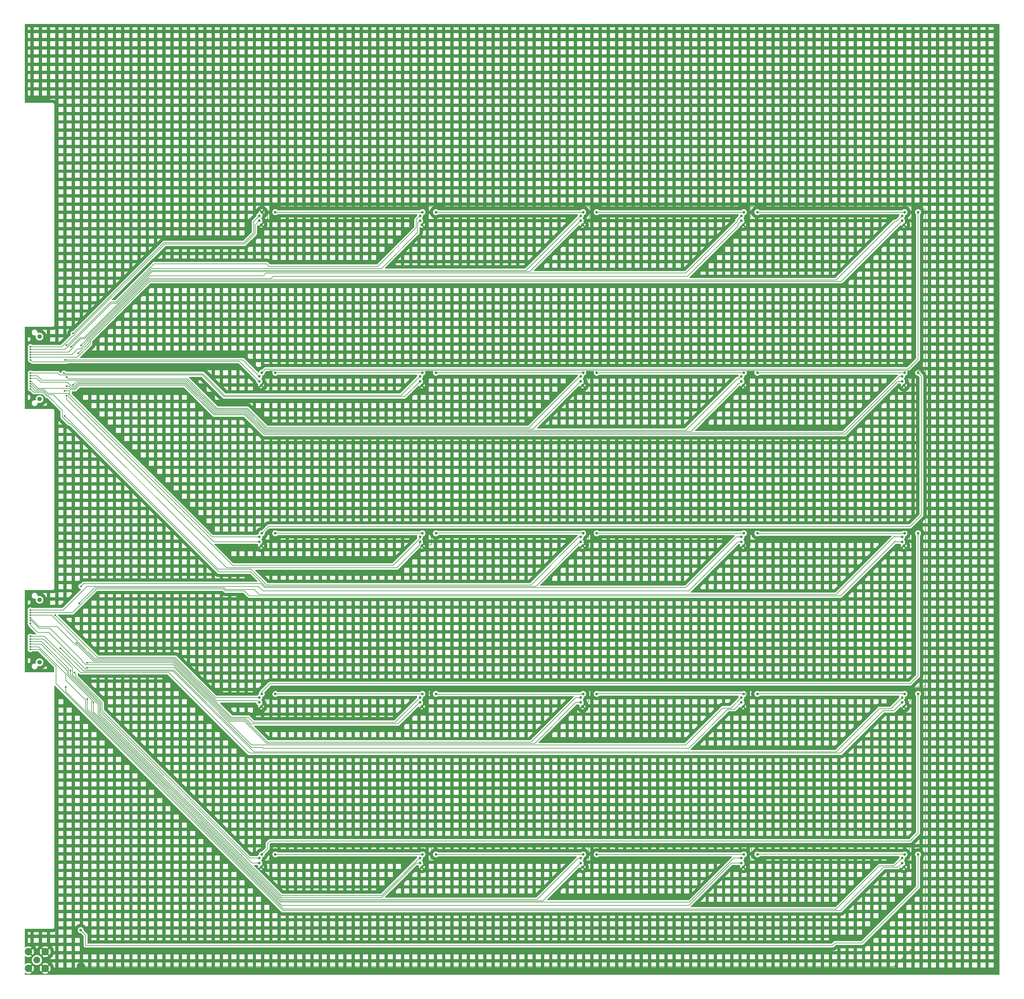
<source format=gbr>
%TF.GenerationSoftware,KiCad,Pcbnew,8.0.2-1*%
%TF.CreationDate,2025-02-26T17:02:23-05:00*%
%TF.ProjectId,EvenLayers_1.3mm_SiPM,4576656e-4c61-4796-9572-735f312e336d,rev?*%
%TF.SameCoordinates,Original*%
%TF.FileFunction,Copper,L2,Bot*%
%TF.FilePolarity,Positive*%
%FSLAX46Y46*%
G04 Gerber Fmt 4.6, Leading zero omitted, Abs format (unit mm)*
G04 Created by KiCad (PCBNEW 8.0.2-1) date 2025-02-26 17:02:23*
%MOMM*%
%LPD*%
G01*
G04 APERTURE LIST*
%TA.AperFunction,ComponentPad*%
%ADD10C,0.800000*%
%TD*%
%TA.AperFunction,ComponentPad*%
%ADD11C,1.348000*%
%TD*%
%TA.AperFunction,ComponentPad*%
%ADD12C,2.050000*%
%TD*%
%TA.AperFunction,ComponentPad*%
%ADD13C,2.250000*%
%TD*%
%TA.AperFunction,ViaPad*%
%ADD14C,0.800000*%
%TD*%
%TA.AperFunction,ViaPad*%
%ADD15C,0.600000*%
%TD*%
%TA.AperFunction,Conductor*%
%ADD16C,0.200000*%
%TD*%
%TA.AperFunction,Conductor*%
%ADD17C,0.250000*%
%TD*%
G04 APERTURE END LIST*
D10*
%TO.P,REF\u002A\u002A34,5*%
%TO.N,N/C*%
X322700000Y-190300000D03*
%TO.P,REF\u002A\u002A34,6*%
X326800000Y-190300000D03*
%TO.P,REF\u002A\u002A34,7*%
%TO.N,K14*%
X321950000Y-191400000D03*
%TO.P,REF\u002A\u002A34,8*%
%TO.N,A14*%
X321950000Y-192900000D03*
%TO.P,REF\u002A\u002A34,9*%
%TO.N,GND*%
X322500000Y-194100000D03*
%TD*%
%TO.P,REF\u002A\u002A40,5*%
%TO.N,N/C*%
X127500000Y-287900000D03*
%TO.P,REF\u002A\u002A40,6*%
X131600000Y-287900000D03*
%TO.P,REF\u002A\u002A40,7*%
%TO.N,K20*%
X126750000Y-289000000D03*
%TO.P,REF\u002A\u002A40,8*%
%TO.N,A20*%
X126750000Y-290500000D03*
%TO.P,REF\u002A\u002A40,9*%
%TO.N,GND*%
X127300000Y-291700000D03*
%TD*%
%TO.P,REF\u002A\u002A30,5*%
%TO.N,N/C*%
X127500000Y-190300000D03*
%TO.P,REF\u002A\u002A30,6*%
X131600000Y-190300000D03*
%TO.P,REF\u002A\u002A30,7*%
%TO.N,K10*%
X126750000Y-191400000D03*
%TO.P,REF\u002A\u002A30,8*%
%TO.N,A10*%
X126750000Y-192900000D03*
%TO.P,REF\u002A\u002A30,9*%
%TO.N,GND*%
X127300000Y-194100000D03*
%TD*%
%TO.P,REF\u002A\u002A24,5*%
%TO.N,N/C*%
X322700000Y-92700000D03*
%TO.P,REF\u002A\u002A24,6*%
X326800000Y-92700000D03*
%TO.P,REF\u002A\u002A24,7*%
%TO.N,K4*%
X321950000Y-93800000D03*
%TO.P,REF\u002A\u002A24,8*%
%TO.N,A4*%
X321950000Y-95300000D03*
%TO.P,REF\u002A\u002A24,9*%
%TO.N,GND*%
X322500000Y-96500000D03*
%TD*%
D11*
%TO.P,REF\u002A\u002A,S1*%
%TO.N,N/C*%
X60000000Y-130505000D03*
%TO.P,REF\u002A\u002A,S2*%
X60000000Y-149495000D03*
%TD*%
D10*
%TO.P,REF\u002A\u002A43,5*%
%TO.N,N/C*%
X273900000Y-287900000D03*
%TO.P,REF\u002A\u002A43,6*%
%TO.N,LED_23_to_24*%
X278000000Y-287900000D03*
%TO.P,REF\u002A\u002A43,7*%
%TO.N,K23*%
X273150000Y-289000000D03*
%TO.P,REF\u002A\u002A43,8*%
%TO.N,A23*%
X273150000Y-290500000D03*
%TO.P,REF\u002A\u002A43,9*%
%TO.N,GND*%
X273700000Y-291700000D03*
%TD*%
D12*
%TO.P,REF\u002A\u002A,1*%
%TO.N,LED_input*%
X59200000Y-320000000D03*
D13*
%TO.P,REF\u002A\u002A,2*%
%TO.N,GND*%
X56660000Y-317460000D03*
X56660000Y-322540000D03*
X61740000Y-317460000D03*
X61740000Y-322540000D03*
%TD*%
D10*
%TO.P,REF\u002A\u002A38,5*%
%TO.N,N/C*%
X273900000Y-239100000D03*
%TO.P,REF\u002A\u002A38,6*%
X278000000Y-239100000D03*
%TO.P,REF\u002A\u002A38,7*%
%TO.N,K18*%
X273150000Y-240200000D03*
%TO.P,REF\u002A\u002A38,8*%
%TO.N,A18*%
X273150000Y-241700000D03*
%TO.P,REF\u002A\u002A38,9*%
%TO.N,GND*%
X273700000Y-242900000D03*
%TD*%
%TO.P,REF\u002A\u002A22,5*%
%TO.N,N/C*%
X225100000Y-92700000D03*
%TO.P,REF\u002A\u002A22,6*%
X229200000Y-92700000D03*
%TO.P,REF\u002A\u002A22,7*%
%TO.N,K2*%
X224350000Y-93800000D03*
%TO.P,REF\u002A\u002A22,8*%
%TO.N,A2*%
X224350000Y-95300000D03*
%TO.P,REF\u002A\u002A22,9*%
%TO.N,GND*%
X224900000Y-96500000D03*
%TD*%
D11*
%TO.P,REF\u002A\u002A,S1*%
%TO.N,N/C*%
X60000000Y-210505000D03*
%TO.P,REF\u002A\u002A,S2*%
X60000000Y-229495000D03*
%TD*%
D10*
%TO.P,REF\u002A\u002A28,5*%
%TO.N,N/C*%
X273900000Y-141500000D03*
%TO.P,REF\u002A\u002A28,6*%
X278000000Y-141500000D03*
%TO.P,REF\u002A\u002A28,7*%
%TO.N,K8*%
X273150000Y-142600000D03*
%TO.P,REF\u002A\u002A28,8*%
%TO.N,A8*%
X273150000Y-144100000D03*
%TO.P,REF\u002A\u002A28,9*%
%TO.N,GND*%
X273700000Y-145300000D03*
%TD*%
%TO.P,REF\u002A\u002A23,5*%
%TO.N,N/C*%
X273900000Y-92700000D03*
%TO.P,REF\u002A\u002A23,6*%
X278000000Y-92700000D03*
%TO.P,REF\u002A\u002A23,7*%
%TO.N,K3*%
X273150000Y-93800000D03*
%TO.P,REF\u002A\u002A23,8*%
%TO.N,A3*%
X273150000Y-95300000D03*
%TO.P,REF\u002A\u002A23,9*%
%TO.N,GND*%
X273700000Y-96500000D03*
%TD*%
%TO.P,REF\u002A\u002A32,5*%
%TO.N,N/C*%
X225100000Y-190300000D03*
%TO.P,REF\u002A\u002A32,6*%
X229200000Y-190300000D03*
%TO.P,REF\u002A\u002A32,7*%
%TO.N,K12*%
X224350000Y-191400000D03*
%TO.P,REF\u002A\u002A32,8*%
%TO.N,A12*%
X224350000Y-192900000D03*
%TO.P,REF\u002A\u002A32,9*%
%TO.N,GND*%
X224900000Y-194100000D03*
%TD*%
%TO.P,REF\u002A\u002A44,5*%
%TO.N,LED_23_to_24*%
X322700000Y-287900000D03*
%TO.P,REF\u002A\u002A44,6*%
%TO.N,LED_input_after_resistor*%
X326800000Y-287900000D03*
%TO.P,REF\u002A\u002A44,7*%
%TO.N,K24*%
X321950000Y-289000000D03*
%TO.P,REF\u002A\u002A44,8*%
%TO.N,A24*%
X321950000Y-290500000D03*
%TO.P,REF\u002A\u002A44,9*%
%TO.N,GND*%
X322500000Y-291700000D03*
%TD*%
%TO.P,REF\u002A\u002A26,5*%
%TO.N,N/C*%
X176300000Y-141500000D03*
%TO.P,REF\u002A\u002A26,6*%
X180400000Y-141500000D03*
%TO.P,REF\u002A\u002A26,7*%
%TO.N,K6*%
X175550000Y-142600000D03*
%TO.P,REF\u002A\u002A26,8*%
%TO.N,A6*%
X175550000Y-144100000D03*
%TO.P,REF\u002A\u002A26,9*%
%TO.N,GND*%
X176100000Y-145300000D03*
%TD*%
%TO.P,REF\u002A\u002A36,5*%
%TO.N,N/C*%
X176300000Y-239100000D03*
%TO.P,REF\u002A\u002A36,6*%
X180400000Y-239100000D03*
%TO.P,REF\u002A\u002A36,7*%
%TO.N,K16*%
X175550000Y-240200000D03*
%TO.P,REF\u002A\u002A36,8*%
%TO.N,A16*%
X175550000Y-241700000D03*
%TO.P,REF\u002A\u002A36,9*%
%TO.N,GND*%
X176100000Y-242900000D03*
%TD*%
%TO.P,REF\u002A\u002A20,5*%
%TO.N,GND*%
X127500000Y-92700000D03*
%TO.P,REF\u002A\u002A20,6*%
%TO.N,N/C*%
X131600000Y-92700000D03*
%TO.P,REF\u002A\u002A20,7*%
%TO.N,K0*%
X126750000Y-93800000D03*
%TO.P,REF\u002A\u002A20,8*%
%TO.N,A0*%
X126750000Y-95300000D03*
%TO.P,REF\u002A\u002A20,9*%
%TO.N,GND*%
X127300000Y-96500000D03*
%TD*%
%TO.P,REF\u002A\u002A25,5*%
%TO.N,N/C*%
X127500000Y-141500000D03*
%TO.P,REF\u002A\u002A25,6*%
X131600000Y-141500000D03*
%TO.P,REF\u002A\u002A25,7*%
%TO.N,K5*%
X126750000Y-142600000D03*
%TO.P,REF\u002A\u002A25,8*%
%TO.N,A5*%
X126750000Y-144100000D03*
%TO.P,REF\u002A\u002A25,9*%
%TO.N,GND*%
X127300000Y-145300000D03*
%TD*%
%TO.P,REF\u002A\u002A37,5*%
%TO.N,N/C*%
X225100000Y-239100000D03*
%TO.P,REF\u002A\u002A37,6*%
X229200000Y-239100000D03*
%TO.P,REF\u002A\u002A37,7*%
%TO.N,K17*%
X224350000Y-240200000D03*
%TO.P,REF\u002A\u002A37,8*%
%TO.N,A17*%
X224350000Y-241700000D03*
%TO.P,REF\u002A\u002A37,9*%
%TO.N,GND*%
X224900000Y-242900000D03*
%TD*%
%TO.P,REF\u002A\u002A31,5*%
%TO.N,N/C*%
X176300000Y-190300000D03*
%TO.P,REF\u002A\u002A31,6*%
X180400000Y-190300000D03*
%TO.P,REF\u002A\u002A31,7*%
%TO.N,K11*%
X175550000Y-191400000D03*
%TO.P,REF\u002A\u002A31,8*%
%TO.N,A11*%
X175550000Y-192900000D03*
%TO.P,REF\u002A\u002A31,9*%
%TO.N,GND*%
X176100000Y-194100000D03*
%TD*%
%TO.P,REF\u002A\u002A27,5*%
%TO.N,N/C*%
X225100000Y-141500000D03*
%TO.P,REF\u002A\u002A27,6*%
X229200000Y-141500000D03*
%TO.P,REF\u002A\u002A27,7*%
%TO.N,K7*%
X224350000Y-142600000D03*
%TO.P,REF\u002A\u002A27,8*%
%TO.N,A7*%
X224350000Y-144100000D03*
%TO.P,REF\u002A\u002A27,9*%
%TO.N,GND*%
X224900000Y-145300000D03*
%TD*%
%TO.P,REF\u002A\u002A41,5*%
%TO.N,N/C*%
X176300000Y-287900000D03*
%TO.P,REF\u002A\u002A41,6*%
X180400000Y-287900000D03*
%TO.P,REF\u002A\u002A41,7*%
%TO.N,K21*%
X175550000Y-289000000D03*
%TO.P,REF\u002A\u002A41,8*%
%TO.N,A21*%
X175550000Y-290500000D03*
%TO.P,REF\u002A\u002A41,9*%
%TO.N,GND*%
X176100000Y-291700000D03*
%TD*%
%TO.P,REF\u002A\u002A29,5*%
%TO.N,N/C*%
X322700000Y-141500000D03*
%TO.P,REF\u002A\u002A29,6*%
X326800000Y-141500000D03*
%TO.P,REF\u002A\u002A29,7*%
%TO.N,K9*%
X321950000Y-142600000D03*
%TO.P,REF\u002A\u002A29,8*%
%TO.N,A9*%
X321950000Y-144100000D03*
%TO.P,REF\u002A\u002A29,9*%
%TO.N,GND*%
X322500000Y-145300000D03*
%TD*%
%TO.P,REF\u002A\u002A21,5*%
%TO.N,N/C*%
X176300000Y-92700000D03*
%TO.P,REF\u002A\u002A21,6*%
X180400000Y-92700000D03*
%TO.P,REF\u002A\u002A21,7*%
%TO.N,K1*%
X175550000Y-93800000D03*
%TO.P,REF\u002A\u002A21,8*%
%TO.N,A1*%
X175550000Y-95300000D03*
%TO.P,REF\u002A\u002A21,9*%
%TO.N,GND*%
X176100000Y-96500000D03*
%TD*%
%TO.P,REF\u002A\u002A42,5*%
%TO.N,N/C*%
X225100000Y-287900000D03*
%TO.P,REF\u002A\u002A42,6*%
X229200000Y-287900000D03*
%TO.P,REF\u002A\u002A42,7*%
%TO.N,K22*%
X224350000Y-289000000D03*
%TO.P,REF\u002A\u002A42,8*%
%TO.N,A22*%
X224350000Y-290500000D03*
%TO.P,REF\u002A\u002A42,9*%
%TO.N,GND*%
X224900000Y-291700000D03*
%TD*%
%TO.P,REF\u002A\u002A35,5*%
%TO.N,N/C*%
X127500000Y-239100000D03*
%TO.P,REF\u002A\u002A35,6*%
X131600000Y-239100000D03*
%TO.P,REF\u002A\u002A35,7*%
%TO.N,K15*%
X126750000Y-240200000D03*
%TO.P,REF\u002A\u002A35,8*%
%TO.N,A15*%
X126750000Y-241700000D03*
%TO.P,REF\u002A\u002A35,9*%
%TO.N,GND*%
X127300000Y-242900000D03*
%TD*%
%TO.P,REF\u002A\u002A39,5*%
%TO.N,N/C*%
X322700000Y-239100000D03*
%TO.P,REF\u002A\u002A39,6*%
X326800000Y-239100000D03*
%TO.P,REF\u002A\u002A39,7*%
%TO.N,K19*%
X321950000Y-240200000D03*
%TO.P,REF\u002A\u002A39,8*%
%TO.N,A19*%
X321950000Y-241700000D03*
%TO.P,REF\u002A\u002A39,9*%
%TO.N,GND*%
X322500000Y-242900000D03*
%TD*%
%TO.P,REF\u002A\u002A33,5*%
%TO.N,N/C*%
X273900000Y-190300000D03*
%TO.P,REF\u002A\u002A33,6*%
X278000000Y-190300000D03*
%TO.P,REF\u002A\u002A33,7*%
%TO.N,K13*%
X273150000Y-191400000D03*
%TO.P,REF\u002A\u002A33,8*%
%TO.N,A13*%
X273150000Y-192900000D03*
%TO.P,REF\u002A\u002A33,9*%
%TO.N,GND*%
X273700000Y-194100000D03*
%TD*%
D14*
%TO.N,GND*%
X72600000Y-322000000D03*
D15*
%TO.N,K0*%
X70200000Y-129600000D03*
%TO.N,A0*%
X57250000Y-133600000D03*
%TO.N,K1*%
X68124265Y-133124265D03*
%TO.N,A1*%
X57250000Y-134400000D03*
%TO.N,K2*%
X69600000Y-133600000D03*
%TO.N,A2*%
X57250000Y-135200000D03*
%TO.N,K3*%
X72600000Y-133200000D03*
%TO.N,A3*%
X57250000Y-136000000D03*
%TO.N,K4*%
X71800000Y-135600000D03*
%TO.N,A4*%
X57250000Y-136800000D03*
%TO.N,K5*%
X67800000Y-137600000D03*
%TO.N,A5*%
X57250000Y-137600000D03*
%TO.N,K6*%
X67400000Y-141600000D03*
%TO.N,A6*%
X57250000Y-141600000D03*
%TO.N,K7*%
X68200000Y-142800000D03*
%TO.N,A7*%
X57250000Y-142400000D03*
%TO.N,K8*%
X70200000Y-145200000D03*
%TO.N,A8*%
X57250000Y-143200000D03*
%TO.N,K9*%
X68200000Y-145600000D03*
%TO.N,A9*%
X57250000Y-144000000D03*
%TO.N,A10*%
X57250000Y-144800000D03*
%TO.N,K10*%
X67600000Y-147000000D03*
%TO.N,A11*%
X57250000Y-145600000D03*
%TO.N,K11*%
X68200000Y-148400000D03*
%TO.N,A12*%
X57250000Y-146400000D03*
%TO.N,K12*%
X67600000Y-154600000D03*
%TO.N,K14*%
X72000000Y-211600000D03*
%TO.N,A14*%
X57200000Y-214400000D03*
%TO.N,K13*%
X72600000Y-206400000D03*
%TO.N,A13*%
X57200000Y-213600000D03*
%TO.N,K15*%
X64800000Y-215200000D03*
%TO.N,A15*%
X57200000Y-215200000D03*
%TO.N,K16*%
X71200000Y-223600000D03*
%TO.N,A16*%
X57200000Y-216000000D03*
%TO.N,K17*%
X74400000Y-229600000D03*
%TO.N,A17*%
X57200000Y-216800000D03*
%TO.N,K18*%
X74400000Y-231200000D03*
%TO.N,A18*%
X57200000Y-217600000D03*
%TO.N,K19*%
X66400000Y-225200000D03*
%TO.N,A19*%
X57200000Y-221600000D03*
%TO.N,K20*%
X70600000Y-232600000D03*
%TO.N,A20*%
X57200000Y-222400000D03*
%TO.N,K21*%
X69400000Y-232000000D03*
%TO.N,A21*%
X57200000Y-223200000D03*
%TO.N,K22*%
X76344363Y-241655637D03*
%TO.N,A22*%
X57200000Y-224000000D03*
%TO.N,K23*%
X74520098Y-240679902D03*
%TO.N,A23*%
X57200000Y-224800000D03*
%TO.N,K24*%
X68000000Y-237000000D03*
%TO.N,A24*%
X57200000Y-225600000D03*
D14*
%TO.N,LED_input_after_resistor*%
X72500000Y-310900000D03*
%TD*%
D16*
%TO.N,K15*%
X64800000Y-215200000D02*
X77600000Y-228000000D01*
X77600000Y-228000000D02*
X101200000Y-228000000D01*
X101200000Y-228000000D02*
X113400000Y-240200000D01*
X113400000Y-240200000D02*
X126750000Y-240200000D01*
%TO.N,A14*%
X321950000Y-192900000D02*
X319950000Y-192900000D01*
X123700000Y-209300000D02*
X122200000Y-207800000D01*
X303300000Y-209300000D02*
X123700000Y-209300000D01*
X115834314Y-207200000D02*
X77248529Y-207200000D01*
X319950000Y-192900000D02*
X319700000Y-192650000D01*
X77248529Y-207200000D02*
X70048529Y-214400000D01*
X319700000Y-192650000D02*
X319700000Y-192900000D01*
X319700000Y-192900000D02*
X303300000Y-209300000D01*
X122200000Y-207800000D02*
X116434314Y-207800000D01*
X116434314Y-207800000D02*
X115834314Y-207200000D01*
X70048529Y-214400000D02*
X57200000Y-214400000D01*
%TO.N,K14*%
X319950000Y-191400000D02*
X319700000Y-191150000D01*
X125200000Y-207400000D02*
X116600000Y-207400000D01*
X319700000Y-191150000D02*
X301950000Y-208900000D01*
X321950000Y-191400000D02*
X319950000Y-191400000D01*
X76751471Y-206800000D02*
X72000000Y-211551471D01*
X72000000Y-211551471D02*
X72000000Y-211600000D01*
X301950000Y-208900000D02*
X126700000Y-208900000D01*
X126700000Y-208900000D02*
X125200000Y-207400000D01*
X116600000Y-207400000D02*
X116000000Y-206800000D01*
X116000000Y-206800000D02*
X76751471Y-206800000D01*
%TO.N,K23*%
X74520098Y-240679902D02*
X74520098Y-243817156D01*
X270800000Y-289000000D02*
X273150000Y-289000000D01*
X74520098Y-243817156D02*
X133102942Y-302400000D01*
X133102942Y-302400000D02*
X257400000Y-302400000D01*
X257400000Y-302400000D02*
X270800000Y-289000000D01*
%TO.N,K22*%
X76344363Y-241655637D02*
X76344363Y-244510049D01*
X76344363Y-244510049D02*
X133434314Y-301600000D01*
X133434314Y-301600000D02*
X211100000Y-301600000D01*
X223700000Y-289000000D02*
X224350000Y-289000000D01*
X211100000Y-301600000D02*
X223700000Y-289000000D01*
%TO.N,A4*%
X57250000Y-136800000D02*
X71448529Y-136800000D01*
X71448529Y-136800000D02*
X75400000Y-132848529D01*
X93459802Y-113700000D02*
X303550000Y-113700000D01*
X75400000Y-132848529D02*
X75400000Y-131759802D01*
X75400000Y-131759802D02*
X93459802Y-113700000D01*
X303550000Y-113700000D02*
X321950000Y-95300000D01*
%TO.N,K4*%
X71800000Y-135600000D02*
X75000000Y-132400000D01*
X320200000Y-95550000D02*
X321950000Y-93800000D01*
X75000000Y-131594116D02*
X93294116Y-113300000D01*
X93294116Y-113300000D02*
X301900000Y-113300000D01*
X301900000Y-113300000D02*
X319650000Y-95550000D01*
X75000000Y-132400000D02*
X75000000Y-131594116D01*
X319650000Y-95550000D02*
X320200000Y-95550000D01*
%TO.N,A3*%
X271900000Y-97100000D02*
X256800000Y-112200000D01*
X272100000Y-96350000D02*
X272100000Y-96850000D01*
X272100000Y-96850000D02*
X271900000Y-97050000D01*
X271900000Y-97050000D02*
X271900000Y-97100000D01*
X256800000Y-112200000D02*
X131000000Y-112200000D01*
X74600000Y-131428430D02*
X74600000Y-132048529D01*
X131000000Y-112200000D02*
X130300000Y-112900000D01*
X273150000Y-95300000D02*
X272100000Y-96350000D01*
X130300000Y-112900000D02*
X93128430Y-112900000D01*
X93128430Y-112900000D02*
X74600000Y-131428430D01*
X74600000Y-132048529D02*
X72448529Y-134200000D01*
X72448529Y-134200000D02*
X71600000Y-134200000D01*
X71600000Y-134200000D02*
X69800000Y-136000000D01*
X69800000Y-136000000D02*
X57250000Y-136000000D01*
%TO.N,K3*%
X273150000Y-93800000D02*
X271900000Y-95050000D01*
X74200000Y-131600000D02*
X72600000Y-133200000D01*
X271900000Y-95550000D02*
X256250000Y-111200000D01*
X128000000Y-112000000D02*
X93462744Y-112000000D01*
X271900000Y-95050000D02*
X271900000Y-95550000D01*
X256250000Y-111200000D02*
X128800000Y-111200000D01*
X128800000Y-111200000D02*
X128000000Y-112000000D01*
X93462744Y-112000000D02*
X74200000Y-131262744D01*
X74200000Y-131262744D02*
X74200000Y-131600000D01*
%TO.N,A2*%
X224350000Y-95300000D02*
X208850000Y-110800000D01*
X70200000Y-133565686D02*
X70200000Y-133848529D01*
X70200000Y-133848529D02*
X68848529Y-135200000D01*
X208850000Y-110800000D02*
X94097058Y-110800000D01*
X94097058Y-110800000D02*
X73697058Y-131200000D01*
X73697058Y-131200000D02*
X72565686Y-131200000D01*
X72565686Y-131200000D02*
X70200000Y-133565686D01*
X68848529Y-135200000D02*
X57250000Y-135200000D01*
%TO.N,K2*%
X69600000Y-133600000D02*
X72400000Y-130800000D01*
X72400000Y-130800000D02*
X73531372Y-130800000D01*
X73531372Y-130800000D02*
X93931372Y-110400000D01*
X207750000Y-110400000D02*
X224350000Y-93800000D01*
X93931372Y-110400000D02*
X207750000Y-110400000D01*
%TO.N,A24*%
X321950000Y-290500000D02*
X320650000Y-291800000D01*
X320650000Y-291800000D02*
X316400000Y-291800000D01*
X303300000Y-304900000D02*
X133905884Y-304900000D01*
X65000000Y-235994116D02*
X65000000Y-230700000D01*
X133905884Y-304900000D02*
X65000000Y-235994116D01*
X316400000Y-291800000D02*
X303300000Y-304900000D01*
X65000000Y-230700000D02*
X59900000Y-225600000D01*
X59900000Y-225600000D02*
X57200000Y-225600000D01*
%TO.N,K24*%
X68000000Y-238428430D02*
X134071570Y-304500000D01*
X134071570Y-304500000D02*
X301950000Y-304500000D01*
X301950000Y-304500000D02*
X315050000Y-291400000D01*
X68000000Y-237000000D02*
X68000000Y-238428430D01*
X319550000Y-291400000D02*
X321950000Y-289000000D01*
X315050000Y-291400000D02*
X319550000Y-291400000D01*
%TO.N,A23*%
X273150000Y-290500000D02*
X270100000Y-290500000D01*
X74000000Y-243862744D02*
X74000000Y-241008333D01*
X270100000Y-290500000D02*
X257200000Y-303400000D01*
X68000000Y-235008333D02*
X68000000Y-233000000D01*
X59800000Y-224800000D02*
X57200000Y-224800000D01*
X133537256Y-303400000D02*
X74000000Y-243862744D01*
X74000000Y-241008333D02*
X68000000Y-235008333D01*
X257200000Y-303400000D02*
X133537256Y-303400000D01*
X68000000Y-233000000D02*
X59800000Y-224800000D01*
%TO.N,A22*%
X57200000Y-224000000D02*
X60400000Y-224000000D01*
X68400000Y-233428430D02*
X76000000Y-241028430D01*
X60400000Y-224000000D02*
X68400000Y-232000000D01*
X75744363Y-241407108D02*
X75744363Y-244475735D01*
X68400000Y-232000000D02*
X68400000Y-233428430D01*
X76000000Y-241028430D02*
X76000000Y-241151471D01*
X76000000Y-241151471D02*
X75744363Y-241407108D01*
X75744363Y-244475735D02*
X133268628Y-302000000D01*
X212850000Y-302000000D02*
X224350000Y-290500000D01*
X133268628Y-302000000D02*
X212850000Y-302000000D01*
%TO.N,A15*%
X57200000Y-215200000D02*
X63648529Y-215200000D01*
X63648529Y-215200000D02*
X71800000Y-223351471D01*
X71800000Y-223351471D02*
X71800000Y-223420099D01*
X71800000Y-223420099D02*
X76779901Y-228400000D01*
X76779901Y-228400000D02*
X101034314Y-228400000D01*
X101034314Y-228400000D02*
X113817157Y-241182843D01*
X113817157Y-241182843D02*
X126232843Y-241182843D01*
X126232843Y-241182843D02*
X126750000Y-241700000D01*
%TO.N,K16*%
X175550000Y-240200000D02*
X167975000Y-247775000D01*
X167975000Y-247775000D02*
X124975000Y-247775000D01*
X71414215Y-223600000D02*
X71200000Y-223600000D01*
X118268628Y-246200000D02*
X100868628Y-228800000D01*
X124975000Y-247775000D02*
X123400000Y-246200000D01*
X123400000Y-246200000D02*
X118268628Y-246200000D01*
X100868628Y-228800000D02*
X76614215Y-228800000D01*
X76614215Y-228800000D02*
X71414215Y-223600000D01*
%TO.N,A16*%
X71448529Y-224200000D02*
X76448529Y-229200000D01*
X122600000Y-246600000D02*
X124175000Y-248175000D01*
X57248529Y-216000000D02*
X59848529Y-218600000D01*
X59848529Y-218600000D02*
X65351471Y-218600000D01*
X124175000Y-248175000D02*
X168925000Y-248175000D01*
X70951471Y-224200000D02*
X71448529Y-224200000D01*
X100702942Y-229200000D02*
X118102942Y-246600000D01*
X65351471Y-218600000D02*
X70951471Y-224200000D01*
X118102942Y-246600000D02*
X122600000Y-246600000D01*
X76448529Y-229200000D02*
X100702942Y-229200000D01*
X57200000Y-216000000D02*
X57248529Y-216000000D01*
X168925000Y-248175000D02*
X175400000Y-241700000D01*
X175400000Y-241700000D02*
X175550000Y-241700000D01*
%TO.N,A19*%
X57200000Y-221600000D02*
X61482843Y-221600000D01*
X123700000Y-257100000D02*
X303300000Y-257100000D01*
X61482843Y-221600000D02*
X72482843Y-232600000D01*
X99200000Y-232600000D02*
X123700000Y-257100000D01*
X72482843Y-232600000D02*
X99200000Y-232600000D01*
X303300000Y-257100000D02*
X316200000Y-244200000D01*
X316200000Y-244200000D02*
X319450000Y-244200000D01*
X319450000Y-244200000D02*
X321950000Y-241700000D01*
%TO.N,K19*%
X315050000Y-243600000D02*
X301950000Y-256700000D01*
X301950000Y-256700000D02*
X125100000Y-256700000D01*
X318550000Y-243600000D02*
X315050000Y-243600000D01*
X321950000Y-240200000D02*
X318550000Y-243600000D01*
X125100000Y-256700000D02*
X100600000Y-232200000D01*
X73400000Y-232200000D02*
X66400000Y-225200000D01*
X100600000Y-232200000D02*
X73400000Y-232200000D01*
%TO.N,A12*%
X62234314Y-148600000D02*
X62600000Y-148600000D01*
X57250000Y-146400000D02*
X58250000Y-147400000D01*
X62600000Y-148600000D02*
X67000000Y-153000000D01*
X67000000Y-155000000D02*
X69000000Y-157000000D01*
X61034314Y-147400000D02*
X62234314Y-148600000D01*
X67000000Y-153000000D02*
X67000000Y-155000000D01*
X69000000Y-157000000D02*
X69434314Y-157000000D01*
X69434314Y-157000000D02*
X114434314Y-202000000D01*
X124200000Y-202000000D02*
X128600000Y-206400000D01*
X114434314Y-202000000D02*
X124200000Y-202000000D01*
X58250000Y-147400000D02*
X61034314Y-147400000D01*
X210700000Y-206400000D02*
X224200000Y-192900000D01*
X128600000Y-206400000D02*
X210700000Y-206400000D01*
X224200000Y-192900000D02*
X224350000Y-192900000D01*
%TO.N,A9*%
X321950000Y-144100000D02*
X320700000Y-144100000D01*
X320700000Y-144100000D02*
X304600000Y-160200000D01*
X104137256Y-145400000D02*
X71979901Y-145400000D01*
X304600000Y-160200000D02*
X128205885Y-160200000D01*
X128205885Y-160200000D02*
X122323042Y-154317157D01*
X122323042Y-154317157D02*
X113054413Y-154317157D01*
X71979901Y-145400000D02*
X70779901Y-146600000D01*
X113054413Y-154317157D02*
X104137256Y-145400000D01*
X69365685Y-146600000D02*
X68965685Y-146200000D01*
X68965685Y-146200000D02*
X59498529Y-146200000D01*
X70779901Y-146600000D02*
X69365685Y-146600000D01*
X59498529Y-146200000D02*
X57298529Y-144000000D01*
X57298529Y-144000000D02*
X57250000Y-144000000D01*
%TO.N,K7*%
X68200000Y-142800000D02*
X68800000Y-143400000D01*
X113882843Y-152317157D02*
X123151471Y-152317157D01*
X129034314Y-158200000D02*
X208600000Y-158200000D01*
X68800000Y-143400000D02*
X104965686Y-143400000D01*
X104965686Y-143400000D02*
X113882843Y-152317157D01*
X123151471Y-152317157D02*
X129034314Y-158200000D01*
X208600000Y-158200000D02*
X224200000Y-142600000D01*
X224200000Y-142600000D02*
X224350000Y-142600000D01*
%TO.N,K9*%
X68200000Y-145600000D02*
X69000000Y-145600000D01*
X69000000Y-145600000D02*
X69600000Y-146200000D01*
X70614215Y-146200000D02*
X71814215Y-145000000D01*
X113220099Y-153917157D02*
X122488728Y-153917157D01*
X122488728Y-153917157D02*
X128371571Y-159800000D01*
X69600000Y-146200000D02*
X70614215Y-146200000D01*
X71814215Y-145000000D02*
X104302942Y-145000000D01*
X104302942Y-145000000D02*
X113220099Y-153917157D01*
X128371571Y-159800000D02*
X304000000Y-159800000D01*
X304000000Y-159800000D02*
X321200000Y-142600000D01*
X321200000Y-142600000D02*
X321950000Y-142600000D01*
%TO.N,A8*%
X104468628Y-144600000D02*
X71648529Y-144600000D01*
X71648529Y-144600000D02*
X70448529Y-145800000D01*
X128537257Y-159400000D02*
X122654414Y-153517157D01*
X271900000Y-144850000D02*
X271900000Y-145300000D01*
X271900000Y-145300000D02*
X257800000Y-159400000D01*
X59200000Y-143200000D02*
X57250000Y-143200000D01*
X122654414Y-153517157D02*
X113385785Y-153517157D01*
X257800000Y-159400000D02*
X128537257Y-159400000D01*
X70448529Y-145800000D02*
X69951471Y-145800000D01*
X113385785Y-153517157D02*
X104468628Y-144600000D01*
X273150000Y-144100000D02*
X272400000Y-144850000D01*
X272400000Y-144850000D02*
X271900000Y-144850000D01*
X69951471Y-145800000D02*
X68502942Y-144351471D01*
X68502942Y-144351471D02*
X60351471Y-144351471D01*
X60351471Y-144351471D02*
X59200000Y-143200000D01*
%TO.N,K8*%
X272400000Y-143350000D02*
X271900000Y-143350000D01*
X271900000Y-143350000D02*
X256250000Y-159000000D01*
X256250000Y-159000000D02*
X128702943Y-159000000D01*
X273150000Y-142600000D02*
X272400000Y-143350000D01*
X104634314Y-144200000D02*
X71200000Y-144200000D01*
X128702943Y-159000000D02*
X122820100Y-153117157D01*
X122820100Y-153117157D02*
X113551471Y-153117157D01*
X71200000Y-144200000D02*
X70200000Y-145200000D01*
X113551471Y-153117157D02*
X104634314Y-144200000D01*
%TO.N,A7*%
X128634314Y-158365685D02*
X128000000Y-157731372D01*
X209850000Y-158600000D02*
X128868628Y-158600000D01*
X128868628Y-158600000D02*
X128634314Y-158365685D01*
X128000000Y-157731372D02*
X122985785Y-152717157D01*
X224350000Y-144100000D02*
X209850000Y-158600000D01*
X122985785Y-152717157D02*
X113717157Y-152717157D01*
X113717157Y-152717157D02*
X104800000Y-143800000D01*
X104800000Y-143800000D02*
X60698529Y-143800000D01*
X60698529Y-143800000D02*
X59298529Y-142400000D01*
X59298529Y-142400000D02*
X57250000Y-142400000D01*
%TO.N,*%
X324400000Y-236000000D02*
X130000000Y-236000000D01*
X180400000Y-190300000D02*
X180500000Y-190200000D01*
X229200000Y-190300000D02*
X273900000Y-190300000D01*
X130000000Y-283800000D02*
X324400000Y-283800000D01*
X225100000Y-287900000D02*
X180400000Y-287900000D01*
X326800000Y-190300000D02*
X326800000Y-233600000D01*
X128600000Y-140400000D02*
X127500000Y-141500000D01*
X180400000Y-239100000D02*
X180500000Y-239200000D01*
X324400000Y-283800000D02*
X326800000Y-281400000D01*
X327800000Y-142500000D02*
X326800000Y-141500000D01*
X326800000Y-233600000D02*
X324400000Y-236000000D01*
X322600000Y-239000000D02*
X322700000Y-239100000D01*
X129250000Y-286150000D02*
X129250000Y-284550000D01*
X225000000Y-190200000D02*
X225100000Y-190300000D01*
X127500000Y-190300000D02*
X129600000Y-188200000D01*
X176300000Y-239100000D02*
X131600000Y-239100000D01*
X127500000Y-238500000D02*
X130000000Y-236000000D01*
X129600000Y-188200000D02*
X324400000Y-188200000D01*
X322700000Y-92700000D02*
X278000000Y-92700000D01*
X277900000Y-239000000D02*
X322600000Y-239000000D01*
X180500000Y-190200000D02*
X225000000Y-190200000D01*
X273800000Y-239000000D02*
X273900000Y-239100000D01*
X176300000Y-92700000D02*
X131600000Y-92700000D01*
X323800000Y-140400000D02*
X128600000Y-140400000D01*
X273900000Y-92700000D02*
X229200000Y-92700000D01*
X176300000Y-141500000D02*
X131600000Y-141500000D01*
X225000000Y-239200000D02*
X225100000Y-239100000D01*
X176300000Y-287900000D02*
X131600000Y-287900000D01*
X229200000Y-287900000D02*
X273900000Y-287900000D01*
X129250000Y-284550000D02*
X130000000Y-283800000D01*
X326800000Y-92700000D02*
X326800000Y-137400000D01*
X225100000Y-141500000D02*
X180400000Y-141500000D01*
X326800000Y-137400000D02*
X323800000Y-140400000D01*
X273900000Y-141500000D02*
X229200000Y-141500000D01*
X127500000Y-239100000D02*
X127500000Y-238500000D01*
X326800000Y-281400000D02*
X326800000Y-239100000D01*
X225100000Y-92700000D02*
X180400000Y-92700000D01*
X130000000Y-236000000D02*
X129250000Y-236750000D01*
X322600000Y-190400000D02*
X322700000Y-190300000D01*
X180500000Y-239200000D02*
X225000000Y-239200000D01*
X131600000Y-190300000D02*
X176300000Y-190300000D01*
X278000000Y-190300000D02*
X278100000Y-190400000D01*
X278000000Y-141500000D02*
X322700000Y-141500000D01*
X229100000Y-239000000D02*
X273800000Y-239000000D01*
X127500000Y-287900000D02*
X129250000Y-286150000D01*
X278100000Y-190400000D02*
X322600000Y-190400000D01*
X327800000Y-184800000D02*
X327800000Y-142500000D01*
X324400000Y-188200000D02*
X327800000Y-184800000D01*
%TO.N,GND*%
X128600000Y-190000000D02*
X129400000Y-189200000D01*
X324400000Y-141000000D02*
X324200000Y-140800000D01*
X178950000Y-289450000D02*
X178000000Y-289450000D01*
X178000000Y-241000000D02*
X176100000Y-242900000D01*
X322550000Y-193850000D02*
X322600000Y-193800000D01*
X226200000Y-241600000D02*
X224900000Y-242900000D01*
X274800000Y-237000000D02*
X226800000Y-237000000D01*
X327800000Y-237000000D02*
X328400000Y-237000000D01*
X273700000Y-291700000D02*
X276200000Y-289200000D01*
X275800000Y-189500000D02*
X275500000Y-189200000D01*
X329000000Y-236400000D02*
X329000000Y-312400000D01*
X179000000Y-189200000D02*
X179000000Y-193800000D01*
X226800000Y-189200000D02*
X226800000Y-193800000D01*
X178200000Y-143515686D02*
X176257843Y-145457843D01*
X273800000Y-140800000D02*
X225389950Y-140800000D01*
X327089950Y-140800000D02*
X328200000Y-141910050D01*
X129800000Y-142800000D02*
X129800000Y-140800000D01*
X324200000Y-140800000D02*
X273800000Y-140800000D01*
X176100000Y-96500000D02*
X178000000Y-94600000D01*
X178000000Y-91000000D02*
X227000000Y-91000000D01*
X324400000Y-143400000D02*
X324400000Y-141000000D01*
X179200000Y-189200000D02*
X129400000Y-189200000D01*
X276200000Y-289200000D02*
X276200000Y-284800000D01*
D17*
X319400000Y-322000000D02*
X325275000Y-316125000D01*
D16*
X275500000Y-189200000D02*
X226800000Y-189200000D01*
X225150000Y-193850000D02*
X224900000Y-194100000D01*
X273800000Y-145300000D02*
X275300000Y-143800000D01*
X276000000Y-94200000D02*
X276000000Y-91000000D01*
X178950000Y-193850000D02*
X176350000Y-193850000D01*
X226750000Y-193850000D02*
X225150000Y-193850000D01*
X274600000Y-237000000D02*
X324400000Y-237000000D01*
X179000000Y-284800000D02*
X179000000Y-289400000D01*
X274600000Y-242000000D02*
X274600000Y-237000000D01*
X224900000Y-96500000D02*
X227000000Y-94400000D01*
D17*
X72600000Y-322000000D02*
X319400000Y-322000000D01*
D16*
X273700000Y-242900000D02*
X274600000Y-242000000D01*
X226800000Y-289800000D02*
X226800000Y-284800000D01*
X176100000Y-291700000D02*
X178000000Y-289800000D01*
X328000000Y-91000000D02*
X329000000Y-92000000D01*
X178200000Y-141200000D02*
X178200000Y-143515686D01*
X179400000Y-237000000D02*
X132600000Y-237000000D01*
X177800000Y-140800000D02*
X225389950Y-140800000D01*
X129900000Y-92700000D02*
X129250000Y-93350000D01*
X129800000Y-140800000D02*
X177800000Y-140800000D01*
X324700000Y-189500000D02*
X325600000Y-188600000D01*
X176350000Y-193850000D02*
X176100000Y-194100000D01*
X227000000Y-237000000D02*
X179400000Y-237000000D01*
X226800000Y-241600000D02*
X226200000Y-241600000D01*
X273700000Y-96500000D02*
X276000000Y-94200000D01*
X325600000Y-188600000D02*
X324150000Y-190050000D01*
X224900000Y-291700000D02*
X226800000Y-289800000D01*
X328200000Y-186000000D02*
X328800000Y-186000000D01*
X328400000Y-237000000D02*
X329000000Y-236400000D01*
X129600000Y-240600000D02*
X129600000Y-240000000D01*
X127300000Y-145300000D02*
X129800000Y-142800000D01*
X328200000Y-186000000D02*
X325600000Y-188600000D01*
X324150000Y-190050000D02*
X324150000Y-192450000D01*
X227000000Y-189200000D02*
X179000000Y-189200000D01*
X322500000Y-96500000D02*
X325000000Y-94000000D01*
X227000000Y-143200000D02*
X224900000Y-145300000D01*
X275300000Y-143800000D02*
X275300000Y-140800000D01*
X129250000Y-94550000D02*
X127300000Y-96500000D01*
X276200000Y-284800000D02*
X274600000Y-284800000D01*
X178000000Y-94600000D02*
X178000000Y-91000000D01*
X325000000Y-91000000D02*
X328000000Y-91000000D01*
X178000000Y-239200000D02*
X179400000Y-237800000D01*
X328800000Y-284800000D02*
X324200000Y-284800000D01*
X322600000Y-284800000D02*
X276200000Y-284800000D01*
X324200000Y-284800000D02*
X324200000Y-290000000D01*
X275800000Y-189500000D02*
X324700000Y-189500000D01*
X329000000Y-92000000D02*
X329000000Y-142000000D01*
X276000000Y-91000000D02*
X325000000Y-91000000D01*
X132600000Y-237000000D02*
X129600000Y-240000000D01*
X329000000Y-312400000D02*
X319400000Y-322000000D01*
X329000000Y-285000000D02*
X328800000Y-284800000D01*
X328910050Y-141910050D02*
X329000000Y-142000000D01*
X328800000Y-186000000D02*
X329000000Y-185800000D01*
X329000000Y-142000000D02*
X329000000Y-185800000D01*
X324200000Y-140800000D02*
X327089950Y-140800000D01*
X324200000Y-290000000D02*
X322500000Y-291700000D01*
X129250000Y-93350000D02*
X129250000Y-94550000D01*
X179200000Y-284800000D02*
X130400000Y-284800000D01*
X130400000Y-284800000D02*
X130400000Y-288600000D01*
X324400000Y-241000000D02*
X324400000Y-237000000D01*
X127500000Y-92700000D02*
X129900000Y-92700000D01*
X225389950Y-140800000D02*
X227000000Y-140800000D01*
X227000000Y-140800000D02*
X227000000Y-143200000D01*
X127300000Y-193500000D02*
X127300000Y-194100000D01*
X275750000Y-194150000D02*
X273650000Y-194150000D01*
X325000000Y-94000000D02*
X325000000Y-91000000D01*
X322500000Y-145300000D02*
X324400000Y-143400000D01*
X177800000Y-140800000D02*
X178200000Y-141200000D01*
X127300000Y-291700000D02*
X130400000Y-288600000D01*
X324200000Y-284800000D02*
X322600000Y-284800000D01*
X227000000Y-94400000D02*
X227000000Y-91000000D01*
X227000000Y-284800000D02*
X179000000Y-284800000D01*
X178000000Y-241000000D02*
X178000000Y-239200000D01*
X275800000Y-189500000D02*
X275800000Y-194100000D01*
X328200000Y-141910050D02*
X328910050Y-141910050D01*
X322500000Y-242900000D02*
X324400000Y-241000000D01*
X179400000Y-237000000D02*
X179400000Y-237800000D01*
X329000000Y-185800000D02*
X329000000Y-236400000D01*
X131600000Y-91000000D02*
X178000000Y-91000000D01*
X128600000Y-192200000D02*
X128600000Y-190000000D01*
X227000000Y-91000000D02*
X276000000Y-91000000D01*
X324400000Y-237000000D02*
X327800000Y-237000000D01*
X324150000Y-192450000D02*
X322500000Y-194100000D01*
X129900000Y-92700000D02*
X131600000Y-91000000D01*
X226800000Y-284800000D02*
X274800000Y-284800000D01*
X128600000Y-192200000D02*
X127300000Y-193500000D01*
X226800000Y-237000000D02*
X226800000Y-241600000D01*
X178000000Y-289800000D02*
X178000000Y-289450000D01*
X127300000Y-242900000D02*
X129600000Y-240600000D01*
X275300000Y-140800000D02*
X273800000Y-140800000D01*
%TO.N,K0*%
X97800000Y-102000000D02*
X70200000Y-129600000D01*
X122050000Y-102000000D02*
X97800000Y-102000000D01*
X125025000Y-99025000D02*
X122050000Y-102000000D01*
X125025000Y-95525000D02*
X125025000Y-99025000D01*
X126750000Y-93800000D02*
X125025000Y-95525000D01*
%TO.N,A0*%
X66800000Y-133600000D02*
X57250000Y-133600000D01*
X70200000Y-130200000D02*
X66800000Y-133600000D01*
X70800000Y-129848529D02*
X70448529Y-130200000D01*
X125425000Y-99190686D02*
X122215686Y-102400000D01*
X122215686Y-102400000D02*
X98000000Y-102400000D01*
X98000000Y-102400000D02*
X70800000Y-129600000D01*
X126750000Y-95300000D02*
X125425000Y-96625000D01*
X125425000Y-96625000D02*
X125425000Y-99190686D01*
X70800000Y-129600000D02*
X70800000Y-129848529D01*
X70448529Y-130200000D02*
X70200000Y-130200000D01*
%TO.N,K1*%
X174425000Y-94925000D02*
X174425000Y-97425000D01*
X129800000Y-109200000D02*
X162650000Y-109200000D01*
X81600000Y-120000000D02*
X83200000Y-120000000D01*
X94800000Y-108400000D02*
X129000000Y-108400000D01*
X129000000Y-108400000D02*
X129800000Y-109200000D01*
X162650000Y-109200000D02*
X174425000Y-97425000D01*
X68124265Y-133124265D02*
X68475735Y-133124265D01*
X175550000Y-93800000D02*
X174425000Y-94925000D01*
X83200000Y-120000000D02*
X94800000Y-108400000D01*
X68475735Y-133124265D02*
X81600000Y-120000000D01*
%TO.N,A1*%
X81765686Y-120400000D02*
X67765686Y-134400000D01*
X175550000Y-95300000D02*
X174850000Y-96000000D01*
X163900000Y-109800000D02*
X93965686Y-109800000D01*
X93965686Y-109800000D02*
X83365686Y-120400000D01*
X67765686Y-134400000D02*
X57250000Y-134400000D01*
X174850000Y-98850000D02*
X163900000Y-109800000D01*
X83365686Y-120400000D02*
X81765686Y-120400000D01*
X174850000Y-96000000D02*
X174850000Y-98850000D01*
%TO.N,K5*%
X121750000Y-137600000D02*
X67800000Y-137600000D01*
X126750000Y-142600000D02*
X121750000Y-137600000D01*
%TO.N,A5*%
X68248529Y-138000000D02*
X68048529Y-138200000D01*
X120650000Y-138000000D02*
X68248529Y-138000000D01*
X57850000Y-138200000D02*
X57250000Y-137600000D01*
X68048529Y-138200000D02*
X57850000Y-138200000D01*
X126750000Y-144100000D02*
X120650000Y-138000000D01*
%TO.N,K6*%
X67600000Y-141800000D02*
X67400000Y-141600000D01*
X109668628Y-141800000D02*
X67600000Y-141800000D01*
X116268628Y-148400000D02*
X109668628Y-141800000D01*
X169750000Y-148400000D02*
X116268628Y-148400000D01*
X175550000Y-142600000D02*
X169750000Y-148400000D01*
%TO.N,A6*%
X65600000Y-141600000D02*
X57250000Y-141600000D01*
X66200000Y-142200000D02*
X65600000Y-141600000D01*
X109502942Y-142200000D02*
X66200000Y-142200000D01*
X116102942Y-148800000D02*
X109502942Y-142200000D01*
X175550000Y-144100000D02*
X170850000Y-148800000D01*
X170850000Y-148800000D02*
X116102942Y-148800000D01*
%TO.N,A10*%
X68800000Y-147800000D02*
X62565686Y-147800000D01*
X57400000Y-144800000D02*
X57250000Y-144800000D01*
X126750000Y-192900000D02*
X112900000Y-192900000D01*
X59200000Y-146600000D02*
X57400000Y-144800000D01*
X112900000Y-192900000D02*
X68800000Y-148800000D01*
X62565686Y-147800000D02*
X61365686Y-146600000D01*
X68800000Y-148800000D02*
X68800000Y-147800000D01*
X61365686Y-146600000D02*
X59200000Y-146600000D01*
%TO.N,K10*%
X67600000Y-147000000D02*
X69200000Y-147000000D01*
X69200000Y-148200000D02*
X112400000Y-191400000D01*
X112400000Y-191400000D02*
X126750000Y-191400000D01*
X69200000Y-147000000D02*
X69200000Y-148200000D01*
%TO.N,A11*%
X168500000Y-200800000D02*
X175400000Y-193900000D01*
X61200000Y-147000000D02*
X62400000Y-148200000D01*
X58698529Y-147000000D02*
X61200000Y-147000000D01*
X116800000Y-200800000D02*
X168500000Y-200800000D01*
X64200000Y-148200000D02*
X116800000Y-200800000D01*
X57298529Y-145600000D02*
X58698529Y-147000000D01*
X57250000Y-145600000D02*
X57298529Y-145600000D01*
X175400000Y-193900000D02*
X175400000Y-193050000D01*
X62400000Y-148200000D02*
X64200000Y-148200000D01*
X175400000Y-193050000D02*
X175550000Y-192900000D01*
%TO.N,K11*%
X175550000Y-191900000D02*
X167450000Y-200000000D01*
X118600000Y-200000000D02*
X68200000Y-149600000D01*
X167450000Y-200000000D02*
X118600000Y-200000000D01*
X68200000Y-149600000D02*
X68200000Y-148400000D01*
X175550000Y-191400000D02*
X175550000Y-191900000D01*
%TO.N,K12*%
X129034315Y-206000000D02*
X124234315Y-201200000D01*
X209250000Y-206000000D02*
X129034315Y-206000000D01*
X224350000Y-191400000D02*
X223850000Y-191400000D01*
X124234315Y-201200000D02*
X114200000Y-201200000D01*
X223850000Y-191400000D02*
X209250000Y-206000000D01*
X114200000Y-201200000D02*
X67600000Y-154600000D01*
%TO.N,K13*%
X271650000Y-191400000D02*
X256250000Y-206800000D01*
X128434314Y-206800000D02*
X127234314Y-205600000D01*
X256250000Y-206800000D02*
X128434314Y-206800000D01*
X73400000Y-205600000D02*
X72600000Y-206400000D01*
X127234314Y-205600000D02*
X73400000Y-205600000D01*
X273150000Y-191400000D02*
X271650000Y-191400000D01*
%TO.N,A13*%
X257200000Y-207800000D02*
X127800000Y-207800000D01*
X74400000Y-206400000D02*
X67200000Y-213600000D01*
X272100000Y-192900000D02*
X257200000Y-207800000D01*
X273150000Y-192900000D02*
X272100000Y-192900000D01*
X67200000Y-213600000D02*
X57200000Y-213600000D01*
X127800000Y-207800000D02*
X126400000Y-206400000D01*
X126400000Y-206400000D02*
X74400000Y-206400000D01*
%TO.N,K17*%
X129200000Y-253800000D02*
X209250000Y-253800000D01*
X117937256Y-247000000D02*
X122400000Y-247000000D01*
X74400000Y-229600000D02*
X100537256Y-229600000D01*
X209250000Y-253800000D02*
X222850000Y-240200000D01*
X100537256Y-229600000D02*
X117937256Y-247000000D01*
X122400000Y-247000000D02*
X129200000Y-253800000D01*
X222850000Y-240200000D02*
X224350000Y-240200000D01*
%TO.N,A17*%
X63158579Y-219158579D02*
X59841421Y-219158579D01*
X224350000Y-241700000D02*
X222850000Y-241700000D01*
X129034314Y-254200000D02*
X122234314Y-247400000D01*
X122234314Y-247400000D02*
X117771570Y-247400000D01*
X73000000Y-229200000D02*
X73000000Y-229000000D01*
X74000000Y-230200000D02*
X73000000Y-229200000D01*
X73000000Y-229000000D02*
X63158579Y-219158579D01*
X210350000Y-254200000D02*
X129034314Y-254200000D01*
X57482843Y-216800000D02*
X57200000Y-216800000D01*
X100571570Y-230200000D02*
X74000000Y-230200000D01*
X117771570Y-247400000D02*
X100571570Y-230200000D01*
X222850000Y-241700000D02*
X210350000Y-254200000D01*
X59841421Y-219158579D02*
X57482843Y-216800000D01*
%TO.N,K18*%
X124405885Y-254600000D02*
X101005885Y-231200000D01*
X256250000Y-254600000D02*
X124405885Y-254600000D01*
X267450000Y-243400000D02*
X256250000Y-254600000D01*
X101005885Y-231200000D02*
X74400000Y-231200000D01*
X269950000Y-243400000D02*
X267450000Y-243400000D01*
X273150000Y-240200000D02*
X269950000Y-243400000D01*
%TO.N,A18*%
X57200000Y-218200000D02*
X57200000Y-217600000D01*
X269000000Y-243800000D02*
X257200000Y-255600000D01*
X124365686Y-255400000D02*
X100765686Y-231800000D01*
X62800000Y-220400000D02*
X59400000Y-220400000D01*
X257200000Y-255600000D02*
X127800000Y-255600000D01*
X68000000Y-225600000D02*
X62800000Y-220400000D01*
X59400000Y-220400000D02*
X57200000Y-218200000D01*
X100765686Y-231800000D02*
X74151471Y-231800000D01*
X74151471Y-231800000D02*
X68000000Y-225648529D01*
X271050000Y-243800000D02*
X269000000Y-243800000D01*
X68000000Y-225648529D02*
X68000000Y-225600000D01*
X127600000Y-255400000D02*
X124365686Y-255400000D01*
X273150000Y-241700000D02*
X271050000Y-243800000D01*
X127800000Y-255600000D02*
X127600000Y-255400000D01*
%TO.N,K20*%
X71000000Y-233000000D02*
X70600000Y-232600000D01*
X79000000Y-244200000D02*
X79000000Y-241765686D01*
X123800000Y-289000000D02*
X79000000Y-244200000D01*
X71000000Y-233765686D02*
X71000000Y-233000000D01*
X79000000Y-241765686D02*
X71000000Y-233765686D01*
X126750000Y-289000000D02*
X123800000Y-289000000D01*
%TO.N,A20*%
X70000000Y-231200000D02*
X61200000Y-222400000D01*
X126750000Y-290500000D02*
X124850000Y-290500000D01*
X78600000Y-241931372D02*
X70000000Y-233331372D01*
X125000000Y-290500000D02*
X124500000Y-290500000D01*
X78600000Y-244600000D02*
X78600000Y-241931372D01*
X70000000Y-233331372D02*
X70000000Y-231200000D01*
X124500000Y-290500000D02*
X78600000Y-244600000D01*
X61200000Y-222400000D02*
X57200000Y-222400000D01*
%TO.N,K21*%
X163934314Y-300400000D02*
X175384314Y-288950000D01*
X133400000Y-300400000D02*
X163934314Y-300400000D01*
X78200000Y-245200000D02*
X133400000Y-300400000D01*
X69400000Y-233297058D02*
X78200000Y-242097058D01*
X69400000Y-232000000D02*
X69400000Y-233297058D01*
X78200000Y-242097058D02*
X78200000Y-245200000D01*
X175384314Y-288950000D02*
X175600000Y-288950000D01*
%TO.N,A21*%
X68800000Y-231400000D02*
X60600000Y-223200000D01*
X77800000Y-242262744D02*
X68800000Y-233262744D01*
X133400000Y-301000000D02*
X77800000Y-245400000D01*
X174400000Y-290500000D02*
X163900000Y-301000000D01*
X175550000Y-290500000D02*
X174400000Y-290500000D01*
X60600000Y-223200000D02*
X57200000Y-223200000D01*
X68800000Y-233262744D02*
X68800000Y-231400000D01*
X163900000Y-301000000D02*
X133400000Y-301000000D01*
X77800000Y-245400000D02*
X77800000Y-242262744D01*
%TO.N,LED_input_after_resistor*%
X74000000Y-315600000D02*
X74000000Y-312400000D01*
X326800000Y-287900000D02*
X326800000Y-297800000D01*
X300800000Y-315600000D02*
X74000000Y-315600000D01*
X74000000Y-312400000D02*
X72500000Y-310900000D01*
X309800000Y-314800000D02*
X301600000Y-314800000D01*
X301600000Y-314800000D02*
X301500000Y-314900000D01*
X301500000Y-314900000D02*
X300800000Y-315600000D01*
X326800000Y-297800000D02*
X309800000Y-314800000D01*
%TO.N,LED_23_to_24*%
X277900000Y-287800000D02*
X322600000Y-287800000D01*
X322600000Y-287800000D02*
X322700000Y-287900000D01*
%TD*%
%TA.AperFunction,Conductor*%
%TO.N,GND*%
G36*
X351442539Y-35520185D02*
G01*
X351488294Y-35572989D01*
X351499500Y-35624500D01*
X351499500Y-324375500D01*
X351479815Y-324442539D01*
X351427011Y-324488294D01*
X351375500Y-324499500D01*
X55624500Y-324499500D01*
X55557461Y-324479815D01*
X55511706Y-324427011D01*
X55500500Y-324375500D01*
X55500500Y-323955686D01*
X55520185Y-323888647D01*
X55572989Y-323842892D01*
X55642147Y-323832948D01*
X55696664Y-323857639D01*
X55697959Y-323855858D01*
X55701899Y-323858721D01*
X55919984Y-323992363D01*
X55919987Y-323992365D01*
X56156297Y-324090247D01*
X56405011Y-324149957D01*
X56405010Y-324149957D01*
X56660000Y-324170024D01*
X56914989Y-324149957D01*
X57163702Y-324090247D01*
X57400012Y-323992365D01*
X57400015Y-323992363D01*
X57618095Y-323858724D01*
X57618110Y-323858713D01*
X57621911Y-323855466D01*
X57621911Y-323855464D01*
X57060561Y-323294114D01*
X57062626Y-323293260D01*
X57201844Y-323200238D01*
X57320238Y-323081844D01*
X57413260Y-322942626D01*
X57414114Y-322940561D01*
X57975464Y-323501911D01*
X57975466Y-323501911D01*
X57978713Y-323498110D01*
X57978724Y-323498095D01*
X58112363Y-323280015D01*
X58112365Y-323280012D01*
X58210247Y-323043702D01*
X58269957Y-322794989D01*
X58290024Y-322540000D01*
X60109975Y-322540000D01*
X60130042Y-322794989D01*
X60189752Y-323043702D01*
X60287634Y-323280012D01*
X60287636Y-323280015D01*
X60421277Y-323498098D01*
X60421284Y-323498107D01*
X60424533Y-323501912D01*
X60985884Y-322940560D01*
X60986740Y-322942626D01*
X61079762Y-323081844D01*
X61198156Y-323200238D01*
X61337374Y-323293260D01*
X61339437Y-323294114D01*
X60778087Y-323855465D01*
X60781897Y-323858719D01*
X60999984Y-323992363D01*
X60999987Y-323992365D01*
X61236297Y-324090247D01*
X61485011Y-324149957D01*
X61485010Y-324149957D01*
X61740000Y-324170024D01*
X61994989Y-324149957D01*
X62243702Y-324090247D01*
X62480012Y-323992365D01*
X62480015Y-323992363D01*
X62698095Y-323858724D01*
X62698110Y-323858713D01*
X62701911Y-323855466D01*
X62701911Y-323855464D01*
X62140562Y-323294114D01*
X62142626Y-323293260D01*
X62281844Y-323200238D01*
X62400238Y-323081844D01*
X62493260Y-322942626D01*
X62494114Y-322940561D01*
X63055464Y-323501911D01*
X63055466Y-323501911D01*
X63058713Y-323498110D01*
X63058724Y-323498095D01*
X63192363Y-323280015D01*
X63192365Y-323280012D01*
X63290247Y-323043702D01*
X63349957Y-322794989D01*
X63370024Y-322540000D01*
X63349957Y-322285010D01*
X63290247Y-322036297D01*
X63192365Y-321799987D01*
X63192363Y-321799984D01*
X63058719Y-321581897D01*
X63055465Y-321578087D01*
X62494114Y-322139437D01*
X62493260Y-322137374D01*
X62400238Y-321998156D01*
X62281844Y-321879762D01*
X62142626Y-321786740D01*
X62140561Y-321785884D01*
X62701912Y-321224533D01*
X62698107Y-321221284D01*
X62698098Y-321221277D01*
X62480015Y-321087636D01*
X62480012Y-321087634D01*
X62243702Y-320989752D01*
X61994988Y-320930042D01*
X61994989Y-320930042D01*
X61740000Y-320909975D01*
X61485010Y-320930042D01*
X61236297Y-320989752D01*
X60999987Y-321087634D01*
X60999984Y-321087636D01*
X60781893Y-321221282D01*
X60778086Y-321224532D01*
X61339438Y-321785884D01*
X61337374Y-321786740D01*
X61198156Y-321879762D01*
X61079762Y-321998156D01*
X60986740Y-322137374D01*
X60985884Y-322139438D01*
X60424532Y-321578086D01*
X60421282Y-321581893D01*
X60287636Y-321799984D01*
X60287634Y-321799987D01*
X60189752Y-322036297D01*
X60130042Y-322285010D01*
X60109975Y-322540000D01*
X58290024Y-322540000D01*
X58269957Y-322285010D01*
X58210247Y-322036297D01*
X58112365Y-321799987D01*
X58112363Y-321799984D01*
X57978719Y-321581897D01*
X57975465Y-321578087D01*
X57414114Y-322139437D01*
X57413260Y-322137374D01*
X57320238Y-321998156D01*
X57201844Y-321879762D01*
X57062626Y-321786740D01*
X57060561Y-321785884D01*
X57621912Y-321224533D01*
X57618107Y-321221284D01*
X57618098Y-321221277D01*
X57400015Y-321087636D01*
X57400012Y-321087634D01*
X57163702Y-320989752D01*
X56914988Y-320930042D01*
X56914989Y-320930042D01*
X56660000Y-320909975D01*
X56405010Y-320930042D01*
X56156297Y-320989752D01*
X55919987Y-321087634D01*
X55919984Y-321087636D01*
X55701899Y-321221278D01*
X55697959Y-321224142D01*
X55696661Y-321222356D01*
X55641256Y-321247176D01*
X55572171Y-321236730D01*
X55519701Y-321190593D01*
X55500500Y-321124313D01*
X55500500Y-320000000D01*
X57669783Y-320000000D01*
X57688623Y-320239382D01*
X57744674Y-320472853D01*
X57744678Y-320472865D01*
X57836565Y-320694702D01*
X57904508Y-320805575D01*
X57962028Y-320899439D01*
X58117973Y-321082027D01*
X58300561Y-321237972D01*
X58300563Y-321237973D01*
X58505297Y-321363434D01*
X58582693Y-321395492D01*
X58727137Y-321455323D01*
X58960621Y-321511377D01*
X59200000Y-321530217D01*
X59439379Y-321511377D01*
X59672863Y-321455323D01*
X59894704Y-321363433D01*
X60099439Y-321237972D01*
X60282027Y-321082027D01*
X60437972Y-320899439D01*
X60530467Y-320748500D01*
X63650180Y-320748500D01*
X63677294Y-320769449D01*
X63830355Y-320948679D01*
X63833441Y-320952439D01*
X63851663Y-320975554D01*
X63854600Y-320979434D01*
X63877635Y-321011138D01*
X63880420Y-321015134D01*
X63896787Y-321039629D01*
X63899412Y-321043730D01*
X64053536Y-321295238D01*
X64055998Y-321299438D01*
X64070386Y-321325129D01*
X64072680Y-321329421D01*
X64090478Y-321364349D01*
X64092604Y-321368732D01*
X64104941Y-321395492D01*
X64106893Y-321399955D01*
X64219772Y-321672471D01*
X64221544Y-321676998D01*
X64231728Y-321704598D01*
X64233323Y-321709194D01*
X64245440Y-321746475D01*
X64246855Y-321751142D01*
X64254861Y-321779526D01*
X64256092Y-321784241D01*
X64324955Y-322071076D01*
X64325998Y-322075829D01*
X64331740Y-322104692D01*
X64332595Y-322109479D01*
X64338730Y-322148196D01*
X64339398Y-322153022D01*
X64342865Y-322182302D01*
X64343343Y-322187155D01*
X64348328Y-322250500D01*
X64750500Y-322250500D01*
X65748500Y-322250500D01*
X67250500Y-322250500D01*
X68248500Y-322250500D01*
X69750500Y-322250500D01*
X70748500Y-322250500D01*
X71295201Y-322250500D01*
X71291908Y-322232885D01*
X71271388Y-322011441D01*
X71271388Y-321988559D01*
X71291908Y-321767115D01*
X71296113Y-321744622D01*
X71356973Y-321530719D01*
X71365239Y-321509381D01*
X71464368Y-321310303D01*
X71476414Y-321290848D01*
X71610436Y-321113375D01*
X71625852Y-321096465D01*
X71790202Y-320946640D01*
X71808462Y-320932850D01*
X71951501Y-320844284D01*
X73248500Y-320844284D01*
X73391538Y-320932850D01*
X73409798Y-320946640D01*
X73574148Y-321096465D01*
X73589564Y-321113375D01*
X73723586Y-321290848D01*
X73735632Y-321310303D01*
X73834761Y-321509381D01*
X73843027Y-321530719D01*
X73903887Y-321744622D01*
X73908092Y-321767115D01*
X73928612Y-321988559D01*
X73928612Y-322011441D01*
X73908092Y-322232885D01*
X73904799Y-322250500D01*
X74750500Y-322250500D01*
X75748500Y-322250500D01*
X77250500Y-322250500D01*
X78248500Y-322250500D01*
X79750500Y-322250500D01*
X80748500Y-322250500D01*
X82250500Y-322250500D01*
X83248500Y-322250500D01*
X84750500Y-322250500D01*
X85748500Y-322250500D01*
X87250500Y-322250500D01*
X88248500Y-322250500D01*
X89750500Y-322250500D01*
X90748500Y-322250500D01*
X92250500Y-322250500D01*
X93248500Y-322250500D01*
X94750500Y-322250500D01*
X95748500Y-322250500D01*
X97250500Y-322250500D01*
X98248500Y-322250500D01*
X99750500Y-322250500D01*
X100748500Y-322250500D01*
X102250500Y-322250500D01*
X103248500Y-322250500D01*
X104750500Y-322250500D01*
X105748500Y-322250500D01*
X107250500Y-322250500D01*
X108248500Y-322250500D01*
X109750500Y-322250500D01*
X110748500Y-322250500D01*
X112250500Y-322250500D01*
X113248500Y-322250500D01*
X114750500Y-322250500D01*
X115748500Y-322250500D01*
X117250500Y-322250500D01*
X118248500Y-322250500D01*
X119750500Y-322250500D01*
X120748500Y-322250500D01*
X122250500Y-322250500D01*
X123248500Y-322250500D01*
X124750500Y-322250500D01*
X125748500Y-322250500D01*
X127250500Y-322250500D01*
X128248500Y-322250500D01*
X129750500Y-322250500D01*
X130748500Y-322250500D01*
X132250500Y-322250500D01*
X133248500Y-322250500D01*
X134750500Y-322250500D01*
X135748500Y-322250500D01*
X137250500Y-322250500D01*
X138248500Y-322250500D01*
X139750500Y-322250500D01*
X140748500Y-322250500D01*
X142250500Y-322250500D01*
X143248500Y-322250500D01*
X144750500Y-322250500D01*
X145748500Y-322250500D01*
X147250500Y-322250500D01*
X148248500Y-322250500D01*
X149750500Y-322250500D01*
X150748500Y-322250500D01*
X152250500Y-322250500D01*
X153248500Y-322250500D01*
X154750500Y-322250500D01*
X155748500Y-322250500D01*
X157250500Y-322250500D01*
X158248500Y-322250500D01*
X159750500Y-322250500D01*
X160748500Y-322250500D01*
X162250500Y-322250500D01*
X163248500Y-322250500D01*
X164750500Y-322250500D01*
X165748500Y-322250500D01*
X167250500Y-322250500D01*
X168248500Y-322250500D01*
X169750500Y-322250500D01*
X170748500Y-322250500D01*
X172250500Y-322250500D01*
X173248500Y-322250500D01*
X174750500Y-322250500D01*
X175748500Y-322250500D01*
X177250500Y-322250500D01*
X178248500Y-322250500D01*
X179750500Y-322250500D01*
X180748500Y-322250500D01*
X182250500Y-322250500D01*
X183248500Y-322250500D01*
X184750500Y-322250500D01*
X185748500Y-322250500D01*
X187250500Y-322250500D01*
X188248500Y-322250500D01*
X189750500Y-322250500D01*
X190748500Y-322250500D01*
X192250500Y-322250500D01*
X193248500Y-322250500D01*
X194750500Y-322250500D01*
X195748500Y-322250500D01*
X197250500Y-322250500D01*
X198248500Y-322250500D01*
X199750500Y-322250500D01*
X200748500Y-322250500D01*
X202250500Y-322250500D01*
X203248500Y-322250500D01*
X204750500Y-322250500D01*
X205748500Y-322250500D01*
X207250500Y-322250500D01*
X208248500Y-322250500D01*
X209750500Y-322250500D01*
X210748500Y-322250500D01*
X212250500Y-322250500D01*
X213248500Y-322250500D01*
X214750500Y-322250500D01*
X215748500Y-322250500D01*
X217250500Y-322250500D01*
X218248500Y-322250500D01*
X219750500Y-322250500D01*
X220748500Y-322250500D01*
X222250500Y-322250500D01*
X223248500Y-322250500D01*
X224750500Y-322250500D01*
X225748500Y-322250500D01*
X227250500Y-322250500D01*
X228248500Y-322250500D01*
X229750500Y-322250500D01*
X230748500Y-322250500D01*
X232250500Y-322250500D01*
X233248500Y-322250500D01*
X234750500Y-322250500D01*
X235748500Y-322250500D01*
X237250500Y-322250500D01*
X238248500Y-322250500D01*
X239750500Y-322250500D01*
X240748500Y-322250500D01*
X242250500Y-322250500D01*
X243248500Y-322250500D01*
X244750500Y-322250500D01*
X245748500Y-322250500D01*
X247250500Y-322250500D01*
X248248500Y-322250500D01*
X249750500Y-322250500D01*
X250748500Y-322250500D01*
X252250500Y-322250500D01*
X253248500Y-322250500D01*
X254750500Y-322250500D01*
X255748500Y-322250500D01*
X257250500Y-322250500D01*
X258248500Y-322250500D01*
X259750500Y-322250500D01*
X260748500Y-322250500D01*
X262250500Y-322250500D01*
X263248500Y-322250500D01*
X264750500Y-322250500D01*
X265748500Y-322250500D01*
X267250500Y-322250500D01*
X268248500Y-322250500D01*
X269750500Y-322250500D01*
X270748500Y-322250500D01*
X272250500Y-322250500D01*
X273248500Y-322250500D01*
X274750500Y-322250500D01*
X275748500Y-322250500D01*
X277250500Y-322250500D01*
X278248500Y-322250500D01*
X279750500Y-322250500D01*
X280748500Y-322250500D01*
X282250500Y-322250500D01*
X283248500Y-322250500D01*
X284750500Y-322250500D01*
X285748500Y-322250500D01*
X287250500Y-322250500D01*
X288248500Y-322250500D01*
X289750500Y-322250500D01*
X290748500Y-322250500D01*
X292250500Y-322250500D01*
X293248500Y-322250500D01*
X294750500Y-322250500D01*
X295748500Y-322250500D01*
X297250500Y-322250500D01*
X298248500Y-322250500D01*
X299750500Y-322250500D01*
X300748500Y-322250500D01*
X302250500Y-322250500D01*
X303248500Y-322250500D01*
X304750500Y-322250500D01*
X305748500Y-322250500D01*
X307250500Y-322250500D01*
X308248500Y-322250500D01*
X309750500Y-322250500D01*
X310748500Y-322250500D01*
X312250500Y-322250500D01*
X313248500Y-322250500D01*
X314750500Y-322250500D01*
X315748500Y-322250500D01*
X317250500Y-322250500D01*
X318248500Y-322250500D01*
X319750500Y-322250500D01*
X320748500Y-322250500D01*
X322250500Y-322250500D01*
X323248500Y-322250500D01*
X324750500Y-322250500D01*
X325748500Y-322250500D01*
X327250500Y-322250500D01*
X328248500Y-322250500D01*
X329750500Y-322250500D01*
X330748500Y-322250500D01*
X332250500Y-322250500D01*
X333248500Y-322250500D01*
X334750500Y-322250500D01*
X335748500Y-322250500D01*
X337250500Y-322250500D01*
X338248500Y-322250500D01*
X339750500Y-322250500D01*
X340748500Y-322250500D01*
X342250500Y-322250500D01*
X343248500Y-322250500D01*
X344750500Y-322250500D01*
X345748500Y-322250500D01*
X347250500Y-322250500D01*
X348248500Y-322250500D01*
X349750500Y-322250500D01*
X349750500Y-320748500D01*
X348248500Y-320748500D01*
X348248500Y-322250500D01*
X347250500Y-322250500D01*
X347250500Y-320748500D01*
X345748500Y-320748500D01*
X345748500Y-322250500D01*
X344750500Y-322250500D01*
X344750500Y-320748500D01*
X343248500Y-320748500D01*
X343248500Y-322250500D01*
X342250500Y-322250500D01*
X342250500Y-320748500D01*
X340748500Y-320748500D01*
X340748500Y-322250500D01*
X339750500Y-322250500D01*
X339750500Y-320748500D01*
X338248500Y-320748500D01*
X338248500Y-322250500D01*
X337250500Y-322250500D01*
X337250500Y-320748500D01*
X335748500Y-320748500D01*
X335748500Y-322250500D01*
X334750500Y-322250500D01*
X334750500Y-320748500D01*
X333248500Y-320748500D01*
X333248500Y-322250500D01*
X332250500Y-322250500D01*
X332250500Y-320748500D01*
X330748500Y-320748500D01*
X330748500Y-322250500D01*
X329750500Y-322250500D01*
X329750500Y-320748500D01*
X328248500Y-320748500D01*
X328248500Y-322250500D01*
X327250500Y-322250500D01*
X327250500Y-320748500D01*
X325748500Y-320748500D01*
X325748500Y-322250500D01*
X324750500Y-322250500D01*
X324750500Y-320748500D01*
X323248500Y-320748500D01*
X323248500Y-322250500D01*
X322250500Y-322250500D01*
X322250500Y-320748500D01*
X320748500Y-320748500D01*
X320748500Y-322250500D01*
X319750500Y-322250500D01*
X319750500Y-320748500D01*
X318248500Y-320748500D01*
X318248500Y-322250500D01*
X317250500Y-322250500D01*
X317250500Y-320748500D01*
X315748500Y-320748500D01*
X315748500Y-322250500D01*
X314750500Y-322250500D01*
X314750500Y-320748500D01*
X313248500Y-320748500D01*
X313248500Y-322250500D01*
X312250500Y-322250500D01*
X312250500Y-320748500D01*
X310748500Y-320748500D01*
X310748500Y-322250500D01*
X309750500Y-322250500D01*
X309750500Y-320748500D01*
X308248500Y-320748500D01*
X308248500Y-322250500D01*
X307250500Y-322250500D01*
X307250500Y-320748500D01*
X305748500Y-320748500D01*
X305748500Y-322250500D01*
X304750500Y-322250500D01*
X304750500Y-320748500D01*
X303248500Y-320748500D01*
X303248500Y-322250500D01*
X302250500Y-322250500D01*
X302250500Y-320748500D01*
X300748500Y-320748500D01*
X300748500Y-322250500D01*
X299750500Y-322250500D01*
X299750500Y-320748500D01*
X298248500Y-320748500D01*
X298248500Y-322250500D01*
X297250500Y-322250500D01*
X297250500Y-320748500D01*
X295748500Y-320748500D01*
X295748500Y-322250500D01*
X294750500Y-322250500D01*
X294750500Y-320748500D01*
X293248500Y-320748500D01*
X293248500Y-322250500D01*
X292250500Y-322250500D01*
X292250500Y-320748500D01*
X290748500Y-320748500D01*
X290748500Y-322250500D01*
X289750500Y-322250500D01*
X289750500Y-320748500D01*
X288248500Y-320748500D01*
X288248500Y-322250500D01*
X287250500Y-322250500D01*
X287250500Y-320748500D01*
X285748500Y-320748500D01*
X285748500Y-322250500D01*
X284750500Y-322250500D01*
X284750500Y-320748500D01*
X283248500Y-320748500D01*
X283248500Y-322250500D01*
X282250500Y-322250500D01*
X282250500Y-320748500D01*
X280748500Y-320748500D01*
X280748500Y-322250500D01*
X279750500Y-322250500D01*
X279750500Y-320748500D01*
X278248500Y-320748500D01*
X278248500Y-322250500D01*
X277250500Y-322250500D01*
X277250500Y-320748500D01*
X275748500Y-320748500D01*
X275748500Y-322250500D01*
X274750500Y-322250500D01*
X274750500Y-320748500D01*
X273248500Y-320748500D01*
X273248500Y-322250500D01*
X272250500Y-322250500D01*
X272250500Y-320748500D01*
X270748500Y-320748500D01*
X270748500Y-322250500D01*
X269750500Y-322250500D01*
X269750500Y-320748500D01*
X268248500Y-320748500D01*
X268248500Y-322250500D01*
X267250500Y-322250500D01*
X267250500Y-320748500D01*
X265748500Y-320748500D01*
X265748500Y-322250500D01*
X264750500Y-322250500D01*
X264750500Y-320748500D01*
X263248500Y-320748500D01*
X263248500Y-322250500D01*
X262250500Y-322250500D01*
X262250500Y-320748500D01*
X260748500Y-320748500D01*
X260748500Y-322250500D01*
X259750500Y-322250500D01*
X259750500Y-320748500D01*
X258248500Y-320748500D01*
X258248500Y-322250500D01*
X257250500Y-322250500D01*
X257250500Y-320748500D01*
X255748500Y-320748500D01*
X255748500Y-322250500D01*
X254750500Y-322250500D01*
X254750500Y-320748500D01*
X253248500Y-320748500D01*
X253248500Y-322250500D01*
X252250500Y-322250500D01*
X252250500Y-320748500D01*
X250748500Y-320748500D01*
X250748500Y-322250500D01*
X249750500Y-322250500D01*
X249750500Y-320748500D01*
X248248500Y-320748500D01*
X248248500Y-322250500D01*
X247250500Y-322250500D01*
X247250500Y-320748500D01*
X245748500Y-320748500D01*
X245748500Y-322250500D01*
X244750500Y-322250500D01*
X244750500Y-320748500D01*
X243248500Y-320748500D01*
X243248500Y-322250500D01*
X242250500Y-322250500D01*
X242250500Y-320748500D01*
X240748500Y-320748500D01*
X240748500Y-322250500D01*
X239750500Y-322250500D01*
X239750500Y-320748500D01*
X238248500Y-320748500D01*
X238248500Y-322250500D01*
X237250500Y-322250500D01*
X237250500Y-320748500D01*
X235748500Y-320748500D01*
X235748500Y-322250500D01*
X234750500Y-322250500D01*
X234750500Y-320748500D01*
X233248500Y-320748500D01*
X233248500Y-322250500D01*
X232250500Y-322250500D01*
X232250500Y-320748500D01*
X230748500Y-320748500D01*
X230748500Y-322250500D01*
X229750500Y-322250500D01*
X229750500Y-320748500D01*
X228248500Y-320748500D01*
X228248500Y-322250500D01*
X227250500Y-322250500D01*
X227250500Y-320748500D01*
X225748500Y-320748500D01*
X225748500Y-322250500D01*
X224750500Y-322250500D01*
X224750500Y-320748500D01*
X223248500Y-320748500D01*
X223248500Y-322250500D01*
X222250500Y-322250500D01*
X222250500Y-320748500D01*
X220748500Y-320748500D01*
X220748500Y-322250500D01*
X219750500Y-322250500D01*
X219750500Y-320748500D01*
X218248500Y-320748500D01*
X218248500Y-322250500D01*
X217250500Y-322250500D01*
X217250500Y-320748500D01*
X215748500Y-320748500D01*
X215748500Y-322250500D01*
X214750500Y-322250500D01*
X214750500Y-320748500D01*
X213248500Y-320748500D01*
X213248500Y-322250500D01*
X212250500Y-322250500D01*
X212250500Y-320748500D01*
X210748500Y-320748500D01*
X210748500Y-322250500D01*
X209750500Y-322250500D01*
X209750500Y-320748500D01*
X208248500Y-320748500D01*
X208248500Y-322250500D01*
X207250500Y-322250500D01*
X207250500Y-320748500D01*
X205748500Y-320748500D01*
X205748500Y-322250500D01*
X204750500Y-322250500D01*
X204750500Y-320748500D01*
X203248500Y-320748500D01*
X203248500Y-322250500D01*
X202250500Y-322250500D01*
X202250500Y-320748500D01*
X200748500Y-320748500D01*
X200748500Y-322250500D01*
X199750500Y-322250500D01*
X199750500Y-320748500D01*
X198248500Y-320748500D01*
X198248500Y-322250500D01*
X197250500Y-322250500D01*
X197250500Y-320748500D01*
X195748500Y-320748500D01*
X195748500Y-322250500D01*
X194750500Y-322250500D01*
X194750500Y-320748500D01*
X193248500Y-320748500D01*
X193248500Y-322250500D01*
X192250500Y-322250500D01*
X192250500Y-320748500D01*
X190748500Y-320748500D01*
X190748500Y-322250500D01*
X189750500Y-322250500D01*
X189750500Y-320748500D01*
X188248500Y-320748500D01*
X188248500Y-322250500D01*
X187250500Y-322250500D01*
X187250500Y-320748500D01*
X185748500Y-320748500D01*
X185748500Y-322250500D01*
X184750500Y-322250500D01*
X184750500Y-320748500D01*
X183248500Y-320748500D01*
X183248500Y-322250500D01*
X182250500Y-322250500D01*
X182250500Y-320748500D01*
X180748500Y-320748500D01*
X180748500Y-322250500D01*
X179750500Y-322250500D01*
X179750500Y-320748500D01*
X178248500Y-320748500D01*
X178248500Y-322250500D01*
X177250500Y-322250500D01*
X177250500Y-320748500D01*
X175748500Y-320748500D01*
X175748500Y-322250500D01*
X174750500Y-322250500D01*
X174750500Y-320748500D01*
X173248500Y-320748500D01*
X173248500Y-322250500D01*
X172250500Y-322250500D01*
X172250500Y-320748500D01*
X170748500Y-320748500D01*
X170748500Y-322250500D01*
X169750500Y-322250500D01*
X169750500Y-320748500D01*
X168248500Y-320748500D01*
X168248500Y-322250500D01*
X167250500Y-322250500D01*
X167250500Y-320748500D01*
X165748500Y-320748500D01*
X165748500Y-322250500D01*
X164750500Y-322250500D01*
X164750500Y-320748500D01*
X163248500Y-320748500D01*
X163248500Y-322250500D01*
X162250500Y-322250500D01*
X162250500Y-320748500D01*
X160748500Y-320748500D01*
X160748500Y-322250500D01*
X159750500Y-322250500D01*
X159750500Y-320748500D01*
X158248500Y-320748500D01*
X158248500Y-322250500D01*
X157250500Y-322250500D01*
X157250500Y-320748500D01*
X155748500Y-320748500D01*
X155748500Y-322250500D01*
X154750500Y-322250500D01*
X154750500Y-320748500D01*
X153248500Y-320748500D01*
X153248500Y-322250500D01*
X152250500Y-322250500D01*
X152250500Y-320748500D01*
X150748500Y-320748500D01*
X150748500Y-322250500D01*
X149750500Y-322250500D01*
X149750500Y-320748500D01*
X148248500Y-320748500D01*
X148248500Y-322250500D01*
X147250500Y-322250500D01*
X147250500Y-320748500D01*
X145748500Y-320748500D01*
X145748500Y-322250500D01*
X144750500Y-322250500D01*
X144750500Y-320748500D01*
X143248500Y-320748500D01*
X143248500Y-322250500D01*
X142250500Y-322250500D01*
X142250500Y-320748500D01*
X140748500Y-320748500D01*
X140748500Y-322250500D01*
X139750500Y-322250500D01*
X139750500Y-320748500D01*
X138248500Y-320748500D01*
X138248500Y-322250500D01*
X137250500Y-322250500D01*
X137250500Y-320748500D01*
X135748500Y-320748500D01*
X135748500Y-322250500D01*
X134750500Y-322250500D01*
X134750500Y-320748500D01*
X133248500Y-320748500D01*
X133248500Y-322250500D01*
X132250500Y-322250500D01*
X132250500Y-320748500D01*
X130748500Y-320748500D01*
X130748500Y-322250500D01*
X129750500Y-322250500D01*
X129750500Y-320748500D01*
X128248500Y-320748500D01*
X128248500Y-322250500D01*
X127250500Y-322250500D01*
X127250500Y-320748500D01*
X125748500Y-320748500D01*
X125748500Y-322250500D01*
X124750500Y-322250500D01*
X124750500Y-320748500D01*
X123248500Y-320748500D01*
X123248500Y-322250500D01*
X122250500Y-322250500D01*
X122250500Y-320748500D01*
X120748500Y-320748500D01*
X120748500Y-322250500D01*
X119750500Y-322250500D01*
X119750500Y-320748500D01*
X118248500Y-320748500D01*
X118248500Y-322250500D01*
X117250500Y-322250500D01*
X117250500Y-320748500D01*
X115748500Y-320748500D01*
X115748500Y-322250500D01*
X114750500Y-322250500D01*
X114750500Y-320748500D01*
X113248500Y-320748500D01*
X113248500Y-322250500D01*
X112250500Y-322250500D01*
X112250500Y-320748500D01*
X110748500Y-320748500D01*
X110748500Y-322250500D01*
X109750500Y-322250500D01*
X109750500Y-320748500D01*
X108248500Y-320748500D01*
X108248500Y-322250500D01*
X107250500Y-322250500D01*
X107250500Y-320748500D01*
X105748500Y-320748500D01*
X105748500Y-322250500D01*
X104750500Y-322250500D01*
X104750500Y-320748500D01*
X103248500Y-320748500D01*
X103248500Y-322250500D01*
X102250500Y-322250500D01*
X102250500Y-320748500D01*
X100748500Y-320748500D01*
X100748500Y-322250500D01*
X99750500Y-322250500D01*
X99750500Y-320748500D01*
X98248500Y-320748500D01*
X98248500Y-322250500D01*
X97250500Y-322250500D01*
X97250500Y-320748500D01*
X95748500Y-320748500D01*
X95748500Y-322250500D01*
X94750500Y-322250500D01*
X94750500Y-320748500D01*
X93248500Y-320748500D01*
X93248500Y-322250500D01*
X92250500Y-322250500D01*
X92250500Y-320748500D01*
X90748500Y-320748500D01*
X90748500Y-322250500D01*
X89750500Y-322250500D01*
X89750500Y-320748500D01*
X88248500Y-320748500D01*
X88248500Y-322250500D01*
X87250500Y-322250500D01*
X87250500Y-320748500D01*
X85748500Y-320748500D01*
X85748500Y-322250500D01*
X84750500Y-322250500D01*
X84750500Y-320748500D01*
X83248500Y-320748500D01*
X83248500Y-322250500D01*
X82250500Y-322250500D01*
X82250500Y-320748500D01*
X80748500Y-320748500D01*
X80748500Y-322250500D01*
X79750500Y-322250500D01*
X79750500Y-320748500D01*
X78248500Y-320748500D01*
X78248500Y-322250500D01*
X77250500Y-322250500D01*
X77250500Y-320748500D01*
X75748500Y-320748500D01*
X75748500Y-322250500D01*
X74750500Y-322250500D01*
X74750500Y-320748500D01*
X73248500Y-320748500D01*
X73248500Y-320844284D01*
X71951501Y-320844284D01*
X71997544Y-320815775D01*
X72018028Y-320805575D01*
X72165355Y-320748500D01*
X70748500Y-320748500D01*
X70748500Y-322250500D01*
X69750500Y-322250500D01*
X69750500Y-320748500D01*
X68248500Y-320748500D01*
X68248500Y-322250500D01*
X67250500Y-322250500D01*
X67250500Y-320748500D01*
X65748500Y-320748500D01*
X65748500Y-322250500D01*
X64750500Y-322250500D01*
X64750500Y-320748500D01*
X63650180Y-320748500D01*
X60530467Y-320748500D01*
X60563433Y-320694704D01*
X60655323Y-320472863D01*
X60711377Y-320239379D01*
X60730217Y-320000000D01*
X60711377Y-319760621D01*
X60675542Y-319611355D01*
X63248500Y-319611355D01*
X63248500Y-319750500D01*
X64750500Y-319750500D01*
X65748500Y-319750500D01*
X67250500Y-319750500D01*
X68248500Y-319750500D01*
X69750500Y-319750500D01*
X70748500Y-319750500D01*
X72250500Y-319750500D01*
X73248500Y-319750500D01*
X74750500Y-319750500D01*
X75748500Y-319750500D01*
X77250500Y-319750500D01*
X78248500Y-319750500D01*
X79750500Y-319750500D01*
X80748500Y-319750500D01*
X82250500Y-319750500D01*
X83248500Y-319750500D01*
X84750500Y-319750500D01*
X85748500Y-319750500D01*
X87250500Y-319750500D01*
X88248500Y-319750500D01*
X89750500Y-319750500D01*
X90748500Y-319750500D01*
X92250500Y-319750500D01*
X93248500Y-319750500D01*
X94750500Y-319750500D01*
X95748500Y-319750500D01*
X97250500Y-319750500D01*
X98248500Y-319750500D01*
X99750500Y-319750500D01*
X100748500Y-319750500D01*
X102250500Y-319750500D01*
X103248500Y-319750500D01*
X104750500Y-319750500D01*
X105748500Y-319750500D01*
X107250500Y-319750500D01*
X108248500Y-319750500D01*
X109750500Y-319750500D01*
X110748500Y-319750500D01*
X112250500Y-319750500D01*
X113248500Y-319750500D01*
X114750500Y-319750500D01*
X115748500Y-319750500D01*
X117250500Y-319750500D01*
X118248500Y-319750500D01*
X119750500Y-319750500D01*
X120748500Y-319750500D01*
X122250500Y-319750500D01*
X123248500Y-319750500D01*
X124750500Y-319750500D01*
X125748500Y-319750500D01*
X127250500Y-319750500D01*
X128248500Y-319750500D01*
X129750500Y-319750500D01*
X130748500Y-319750500D01*
X132250500Y-319750500D01*
X133248500Y-319750500D01*
X134750500Y-319750500D01*
X135748500Y-319750500D01*
X137250500Y-319750500D01*
X138248500Y-319750500D01*
X139750500Y-319750500D01*
X140748500Y-319750500D01*
X142250500Y-319750500D01*
X143248500Y-319750500D01*
X144750500Y-319750500D01*
X145748500Y-319750500D01*
X147250500Y-319750500D01*
X148248500Y-319750500D01*
X149750500Y-319750500D01*
X150748500Y-319750500D01*
X152250500Y-319750500D01*
X153248500Y-319750500D01*
X154750500Y-319750500D01*
X155748500Y-319750500D01*
X157250500Y-319750500D01*
X158248500Y-319750500D01*
X159750500Y-319750500D01*
X160748500Y-319750500D01*
X162250500Y-319750500D01*
X163248500Y-319750500D01*
X164750500Y-319750500D01*
X165748500Y-319750500D01*
X167250500Y-319750500D01*
X168248500Y-319750500D01*
X169750500Y-319750500D01*
X170748500Y-319750500D01*
X172250500Y-319750500D01*
X173248500Y-319750500D01*
X174750500Y-319750500D01*
X175748500Y-319750500D01*
X177250500Y-319750500D01*
X178248500Y-319750500D01*
X179750500Y-319750500D01*
X180748500Y-319750500D01*
X182250500Y-319750500D01*
X183248500Y-319750500D01*
X184750500Y-319750500D01*
X185748500Y-319750500D01*
X187250500Y-319750500D01*
X188248500Y-319750500D01*
X189750500Y-319750500D01*
X190748500Y-319750500D01*
X192250500Y-319750500D01*
X193248500Y-319750500D01*
X194750500Y-319750500D01*
X195748500Y-319750500D01*
X197250500Y-319750500D01*
X198248500Y-319750500D01*
X199750500Y-319750500D01*
X200748500Y-319750500D01*
X202250500Y-319750500D01*
X203248500Y-319750500D01*
X204750500Y-319750500D01*
X205748500Y-319750500D01*
X207250500Y-319750500D01*
X208248500Y-319750500D01*
X209750500Y-319750500D01*
X210748500Y-319750500D01*
X212250500Y-319750500D01*
X213248500Y-319750500D01*
X214750500Y-319750500D01*
X215748500Y-319750500D01*
X217250500Y-319750500D01*
X218248500Y-319750500D01*
X219750500Y-319750500D01*
X220748500Y-319750500D01*
X222250500Y-319750500D01*
X223248500Y-319750500D01*
X224750500Y-319750500D01*
X225748500Y-319750500D01*
X227250500Y-319750500D01*
X228248500Y-319750500D01*
X229750500Y-319750500D01*
X230748500Y-319750500D01*
X232250500Y-319750500D01*
X233248500Y-319750500D01*
X234750500Y-319750500D01*
X235748500Y-319750500D01*
X237250500Y-319750500D01*
X238248500Y-319750500D01*
X239750500Y-319750500D01*
X240748500Y-319750500D01*
X242250500Y-319750500D01*
X243248500Y-319750500D01*
X244750500Y-319750500D01*
X245748500Y-319750500D01*
X247250500Y-319750500D01*
X248248500Y-319750500D01*
X249750500Y-319750500D01*
X250748500Y-319750500D01*
X252250500Y-319750500D01*
X253248500Y-319750500D01*
X254750500Y-319750500D01*
X255748500Y-319750500D01*
X257250500Y-319750500D01*
X258248500Y-319750500D01*
X259750500Y-319750500D01*
X260748500Y-319750500D01*
X262250500Y-319750500D01*
X263248500Y-319750500D01*
X264750500Y-319750500D01*
X265748500Y-319750500D01*
X267250500Y-319750500D01*
X268248500Y-319750500D01*
X269750500Y-319750500D01*
X270748500Y-319750500D01*
X272250500Y-319750500D01*
X273248500Y-319750500D01*
X274750500Y-319750500D01*
X275748500Y-319750500D01*
X277250500Y-319750500D01*
X278248500Y-319750500D01*
X279750500Y-319750500D01*
X280748500Y-319750500D01*
X282250500Y-319750500D01*
X283248500Y-319750500D01*
X284750500Y-319750500D01*
X285748500Y-319750500D01*
X287250500Y-319750500D01*
X288248500Y-319750500D01*
X289750500Y-319750500D01*
X290748500Y-319750500D01*
X292250500Y-319750500D01*
X293248500Y-319750500D01*
X294750500Y-319750500D01*
X295748500Y-319750500D01*
X297250500Y-319750500D01*
X298248500Y-319750500D01*
X299750500Y-319750500D01*
X300748500Y-319750500D01*
X302250500Y-319750500D01*
X303248500Y-319750500D01*
X304750500Y-319750500D01*
X305748500Y-319750500D01*
X307250500Y-319750500D01*
X308248500Y-319750500D01*
X309750500Y-319750500D01*
X310748500Y-319750500D01*
X312250500Y-319750500D01*
X313248500Y-319750500D01*
X314750500Y-319750500D01*
X315748500Y-319750500D01*
X317250500Y-319750500D01*
X318248500Y-319750500D01*
X319750500Y-319750500D01*
X320748500Y-319750500D01*
X322250500Y-319750500D01*
X323248500Y-319750500D01*
X324750500Y-319750500D01*
X325748500Y-319750500D01*
X327250500Y-319750500D01*
X328248500Y-319750500D01*
X329750500Y-319750500D01*
X330748500Y-319750500D01*
X332250500Y-319750500D01*
X333248500Y-319750500D01*
X334750500Y-319750500D01*
X335748500Y-319750500D01*
X337250500Y-319750500D01*
X338248500Y-319750500D01*
X339750500Y-319750500D01*
X340748500Y-319750500D01*
X342250500Y-319750500D01*
X343248500Y-319750500D01*
X344750500Y-319750500D01*
X345748500Y-319750500D01*
X347250500Y-319750500D01*
X348248500Y-319750500D01*
X349750500Y-319750500D01*
X349750500Y-318248500D01*
X348248500Y-318248500D01*
X348248500Y-319750500D01*
X347250500Y-319750500D01*
X347250500Y-318248500D01*
X345748500Y-318248500D01*
X345748500Y-319750500D01*
X344750500Y-319750500D01*
X344750500Y-318248500D01*
X343248500Y-318248500D01*
X343248500Y-319750500D01*
X342250500Y-319750500D01*
X342250500Y-318248500D01*
X340748500Y-318248500D01*
X340748500Y-319750500D01*
X339750500Y-319750500D01*
X339750500Y-318248500D01*
X338248500Y-318248500D01*
X338248500Y-319750500D01*
X337250500Y-319750500D01*
X337250500Y-318248500D01*
X335748500Y-318248500D01*
X335748500Y-319750500D01*
X334750500Y-319750500D01*
X334750500Y-318248500D01*
X333248500Y-318248500D01*
X333248500Y-319750500D01*
X332250500Y-319750500D01*
X332250500Y-318248500D01*
X330748500Y-318248500D01*
X330748500Y-319750500D01*
X329750500Y-319750500D01*
X329750500Y-318248500D01*
X328248500Y-318248500D01*
X328248500Y-319750500D01*
X327250500Y-319750500D01*
X327250500Y-318248500D01*
X325748500Y-318248500D01*
X325748500Y-319750500D01*
X324750500Y-319750500D01*
X324750500Y-318248500D01*
X323248500Y-318248500D01*
X323248500Y-319750500D01*
X322250500Y-319750500D01*
X322250500Y-318248500D01*
X320748500Y-318248500D01*
X320748500Y-319750500D01*
X319750500Y-319750500D01*
X319750500Y-318248500D01*
X318248500Y-318248500D01*
X318248500Y-319750500D01*
X317250500Y-319750500D01*
X317250500Y-318248500D01*
X315748500Y-318248500D01*
X315748500Y-319750500D01*
X314750500Y-319750500D01*
X314750500Y-318248500D01*
X313248500Y-318248500D01*
X313248500Y-319750500D01*
X312250500Y-319750500D01*
X312250500Y-318248500D01*
X310748500Y-318248500D01*
X310748500Y-319750500D01*
X309750500Y-319750500D01*
X309750500Y-318248500D01*
X308248500Y-318248500D01*
X308248500Y-319750500D01*
X307250500Y-319750500D01*
X307250500Y-318248500D01*
X305748500Y-318248500D01*
X305748500Y-319750500D01*
X304750500Y-319750500D01*
X304750500Y-318248500D01*
X303248500Y-318248500D01*
X303248500Y-319750500D01*
X302250500Y-319750500D01*
X302250500Y-318248500D01*
X300748500Y-318248500D01*
X300748500Y-319750500D01*
X299750500Y-319750500D01*
X299750500Y-318248500D01*
X298248500Y-318248500D01*
X298248500Y-319750500D01*
X297250500Y-319750500D01*
X297250500Y-318248500D01*
X295748500Y-318248500D01*
X295748500Y-319750500D01*
X294750500Y-319750500D01*
X294750500Y-318248500D01*
X293248500Y-318248500D01*
X293248500Y-319750500D01*
X292250500Y-319750500D01*
X292250500Y-318248500D01*
X290748500Y-318248500D01*
X290748500Y-319750500D01*
X289750500Y-319750500D01*
X289750500Y-318248500D01*
X288248500Y-318248500D01*
X288248500Y-319750500D01*
X287250500Y-319750500D01*
X287250500Y-318248500D01*
X285748500Y-318248500D01*
X285748500Y-319750500D01*
X284750500Y-319750500D01*
X284750500Y-318248500D01*
X283248500Y-318248500D01*
X283248500Y-319750500D01*
X282250500Y-319750500D01*
X282250500Y-318248500D01*
X280748500Y-318248500D01*
X280748500Y-319750500D01*
X279750500Y-319750500D01*
X279750500Y-318248500D01*
X278248500Y-318248500D01*
X278248500Y-319750500D01*
X277250500Y-319750500D01*
X277250500Y-318248500D01*
X275748500Y-318248500D01*
X275748500Y-319750500D01*
X274750500Y-319750500D01*
X274750500Y-318248500D01*
X273248500Y-318248500D01*
X273248500Y-319750500D01*
X272250500Y-319750500D01*
X272250500Y-318248500D01*
X270748500Y-318248500D01*
X270748500Y-319750500D01*
X269750500Y-319750500D01*
X269750500Y-318248500D01*
X268248500Y-318248500D01*
X268248500Y-319750500D01*
X267250500Y-319750500D01*
X267250500Y-318248500D01*
X265748500Y-318248500D01*
X265748500Y-319750500D01*
X264750500Y-319750500D01*
X264750500Y-318248500D01*
X263248500Y-318248500D01*
X263248500Y-319750500D01*
X262250500Y-319750500D01*
X262250500Y-318248500D01*
X260748500Y-318248500D01*
X260748500Y-319750500D01*
X259750500Y-319750500D01*
X259750500Y-318248500D01*
X258248500Y-318248500D01*
X258248500Y-319750500D01*
X257250500Y-319750500D01*
X257250500Y-318248500D01*
X255748500Y-318248500D01*
X255748500Y-319750500D01*
X254750500Y-319750500D01*
X254750500Y-318248500D01*
X253248500Y-318248500D01*
X253248500Y-319750500D01*
X252250500Y-319750500D01*
X252250500Y-318248500D01*
X250748500Y-318248500D01*
X250748500Y-319750500D01*
X249750500Y-319750500D01*
X249750500Y-318248500D01*
X248248500Y-318248500D01*
X248248500Y-319750500D01*
X247250500Y-319750500D01*
X247250500Y-318248500D01*
X245748500Y-318248500D01*
X245748500Y-319750500D01*
X244750500Y-319750500D01*
X244750500Y-318248500D01*
X243248500Y-318248500D01*
X243248500Y-319750500D01*
X242250500Y-319750500D01*
X242250500Y-318248500D01*
X240748500Y-318248500D01*
X240748500Y-319750500D01*
X239750500Y-319750500D01*
X239750500Y-318248500D01*
X238248500Y-318248500D01*
X238248500Y-319750500D01*
X237250500Y-319750500D01*
X237250500Y-318248500D01*
X235748500Y-318248500D01*
X235748500Y-319750500D01*
X234750500Y-319750500D01*
X234750500Y-318248500D01*
X233248500Y-318248500D01*
X233248500Y-319750500D01*
X232250500Y-319750500D01*
X232250500Y-318248500D01*
X230748500Y-318248500D01*
X230748500Y-319750500D01*
X229750500Y-319750500D01*
X229750500Y-318248500D01*
X228248500Y-318248500D01*
X228248500Y-319750500D01*
X227250500Y-319750500D01*
X227250500Y-318248500D01*
X225748500Y-318248500D01*
X225748500Y-319750500D01*
X224750500Y-319750500D01*
X224750500Y-318248500D01*
X223248500Y-318248500D01*
X223248500Y-319750500D01*
X222250500Y-319750500D01*
X222250500Y-318248500D01*
X220748500Y-318248500D01*
X220748500Y-319750500D01*
X219750500Y-319750500D01*
X219750500Y-318248500D01*
X218248500Y-318248500D01*
X218248500Y-319750500D01*
X217250500Y-319750500D01*
X217250500Y-318248500D01*
X215748500Y-318248500D01*
X215748500Y-319750500D01*
X214750500Y-319750500D01*
X214750500Y-318248500D01*
X213248500Y-318248500D01*
X213248500Y-319750500D01*
X212250500Y-319750500D01*
X212250500Y-318248500D01*
X210748500Y-318248500D01*
X210748500Y-319750500D01*
X209750500Y-319750500D01*
X209750500Y-318248500D01*
X208248500Y-318248500D01*
X208248500Y-319750500D01*
X207250500Y-319750500D01*
X207250500Y-318248500D01*
X205748500Y-318248500D01*
X205748500Y-319750500D01*
X204750500Y-319750500D01*
X204750500Y-318248500D01*
X203248500Y-318248500D01*
X203248500Y-319750500D01*
X202250500Y-319750500D01*
X202250500Y-318248500D01*
X200748500Y-318248500D01*
X200748500Y-319750500D01*
X199750500Y-319750500D01*
X199750500Y-318248500D01*
X198248500Y-318248500D01*
X198248500Y-319750500D01*
X197250500Y-319750500D01*
X197250500Y-318248500D01*
X195748500Y-318248500D01*
X195748500Y-319750500D01*
X194750500Y-319750500D01*
X194750500Y-318248500D01*
X193248500Y-318248500D01*
X193248500Y-319750500D01*
X192250500Y-319750500D01*
X192250500Y-318248500D01*
X190748500Y-318248500D01*
X190748500Y-319750500D01*
X189750500Y-319750500D01*
X189750500Y-318248500D01*
X188248500Y-318248500D01*
X188248500Y-319750500D01*
X187250500Y-319750500D01*
X187250500Y-318248500D01*
X185748500Y-318248500D01*
X185748500Y-319750500D01*
X184750500Y-319750500D01*
X184750500Y-318248500D01*
X183248500Y-318248500D01*
X183248500Y-319750500D01*
X182250500Y-319750500D01*
X182250500Y-318248500D01*
X180748500Y-318248500D01*
X180748500Y-319750500D01*
X179750500Y-319750500D01*
X179750500Y-318248500D01*
X178248500Y-318248500D01*
X178248500Y-319750500D01*
X177250500Y-319750500D01*
X177250500Y-318248500D01*
X175748500Y-318248500D01*
X175748500Y-319750500D01*
X174750500Y-319750500D01*
X174750500Y-318248500D01*
X173248500Y-318248500D01*
X173248500Y-319750500D01*
X172250500Y-319750500D01*
X172250500Y-318248500D01*
X170748500Y-318248500D01*
X170748500Y-319750500D01*
X169750500Y-319750500D01*
X169750500Y-318248500D01*
X168248500Y-318248500D01*
X168248500Y-319750500D01*
X167250500Y-319750500D01*
X167250500Y-318248500D01*
X165748500Y-318248500D01*
X165748500Y-319750500D01*
X164750500Y-319750500D01*
X164750500Y-318248500D01*
X163248500Y-318248500D01*
X163248500Y-319750500D01*
X162250500Y-319750500D01*
X162250500Y-318248500D01*
X160748500Y-318248500D01*
X160748500Y-319750500D01*
X159750500Y-319750500D01*
X159750500Y-318248500D01*
X158248500Y-318248500D01*
X158248500Y-319750500D01*
X157250500Y-319750500D01*
X157250500Y-318248500D01*
X155748500Y-318248500D01*
X155748500Y-319750500D01*
X154750500Y-319750500D01*
X154750500Y-318248500D01*
X153248500Y-318248500D01*
X153248500Y-319750500D01*
X152250500Y-319750500D01*
X152250500Y-318248500D01*
X150748500Y-318248500D01*
X150748500Y-319750500D01*
X149750500Y-319750500D01*
X149750500Y-318248500D01*
X148248500Y-318248500D01*
X148248500Y-319750500D01*
X147250500Y-319750500D01*
X147250500Y-318248500D01*
X145748500Y-318248500D01*
X145748500Y-319750500D01*
X144750500Y-319750500D01*
X144750500Y-318248500D01*
X143248500Y-318248500D01*
X143248500Y-319750500D01*
X142250500Y-319750500D01*
X142250500Y-318248500D01*
X140748500Y-318248500D01*
X140748500Y-319750500D01*
X139750500Y-319750500D01*
X139750500Y-318248500D01*
X138248500Y-318248500D01*
X138248500Y-319750500D01*
X137250500Y-319750500D01*
X137250500Y-318248500D01*
X135748500Y-318248500D01*
X135748500Y-319750500D01*
X134750500Y-319750500D01*
X134750500Y-318248500D01*
X133248500Y-318248500D01*
X133248500Y-319750500D01*
X132250500Y-319750500D01*
X132250500Y-318248500D01*
X130748500Y-318248500D01*
X130748500Y-319750500D01*
X129750500Y-319750500D01*
X129750500Y-318248500D01*
X128248500Y-318248500D01*
X128248500Y-319750500D01*
X127250500Y-319750500D01*
X127250500Y-318248500D01*
X125748500Y-318248500D01*
X125748500Y-319750500D01*
X124750500Y-319750500D01*
X124750500Y-318248500D01*
X123248500Y-318248500D01*
X123248500Y-319750500D01*
X122250500Y-319750500D01*
X122250500Y-318248500D01*
X120748500Y-318248500D01*
X120748500Y-319750500D01*
X119750500Y-319750500D01*
X119750500Y-318248500D01*
X118248500Y-318248500D01*
X118248500Y-319750500D01*
X117250500Y-319750500D01*
X117250500Y-318248500D01*
X115748500Y-318248500D01*
X115748500Y-319750500D01*
X114750500Y-319750500D01*
X114750500Y-318248500D01*
X113248500Y-318248500D01*
X113248500Y-319750500D01*
X112250500Y-319750500D01*
X112250500Y-318248500D01*
X110748500Y-318248500D01*
X110748500Y-319750500D01*
X109750500Y-319750500D01*
X109750500Y-318248500D01*
X108248500Y-318248500D01*
X108248500Y-319750500D01*
X107250500Y-319750500D01*
X107250500Y-318248500D01*
X105748500Y-318248500D01*
X105748500Y-319750500D01*
X104750500Y-319750500D01*
X104750500Y-318248500D01*
X103248500Y-318248500D01*
X103248500Y-319750500D01*
X102250500Y-319750500D01*
X102250500Y-318248500D01*
X100748500Y-318248500D01*
X100748500Y-319750500D01*
X99750500Y-319750500D01*
X99750500Y-318248500D01*
X98248500Y-318248500D01*
X98248500Y-319750500D01*
X97250500Y-319750500D01*
X97250500Y-318248500D01*
X95748500Y-318248500D01*
X95748500Y-319750500D01*
X94750500Y-319750500D01*
X94750500Y-318248500D01*
X93248500Y-318248500D01*
X93248500Y-319750500D01*
X92250500Y-319750500D01*
X92250500Y-318248500D01*
X90748500Y-318248500D01*
X90748500Y-319750500D01*
X89750500Y-319750500D01*
X89750500Y-318248500D01*
X88248500Y-318248500D01*
X88248500Y-319750500D01*
X87250500Y-319750500D01*
X87250500Y-318248500D01*
X85748500Y-318248500D01*
X85748500Y-319750500D01*
X84750500Y-319750500D01*
X84750500Y-318248500D01*
X83248500Y-318248500D01*
X83248500Y-319750500D01*
X82250500Y-319750500D01*
X82250500Y-318248500D01*
X80748500Y-318248500D01*
X80748500Y-319750500D01*
X79750500Y-319750500D01*
X79750500Y-318248500D01*
X78248500Y-318248500D01*
X78248500Y-319750500D01*
X77250500Y-319750500D01*
X77250500Y-318248500D01*
X75748500Y-318248500D01*
X75748500Y-319750500D01*
X74750500Y-319750500D01*
X74750500Y-318248500D01*
X73248500Y-318248500D01*
X73248500Y-319750500D01*
X72250500Y-319750500D01*
X72250500Y-318248500D01*
X70748500Y-318248500D01*
X70748500Y-319750500D01*
X69750500Y-319750500D01*
X69750500Y-318248500D01*
X68248500Y-318248500D01*
X68248500Y-319750500D01*
X67250500Y-319750500D01*
X67250500Y-318248500D01*
X65748500Y-318248500D01*
X65748500Y-319750500D01*
X64750500Y-319750500D01*
X64750500Y-318248500D01*
X64246956Y-318248500D01*
X64246855Y-318248858D01*
X64245440Y-318253525D01*
X64233323Y-318290806D01*
X64231728Y-318295402D01*
X64221544Y-318323002D01*
X64219772Y-318327529D01*
X64106893Y-318600045D01*
X64104941Y-318604508D01*
X64092604Y-318631268D01*
X64090478Y-318635651D01*
X64072680Y-318670579D01*
X64070386Y-318674871D01*
X64055998Y-318700562D01*
X64053537Y-318704762D01*
X63899406Y-318956282D01*
X63896779Y-318960384D01*
X63880400Y-318984896D01*
X63877611Y-318988897D01*
X63854554Y-319020627D01*
X63851617Y-319024507D01*
X63833373Y-319047647D01*
X63830281Y-319051414D01*
X63677194Y-319230622D01*
X63637018Y-319261655D01*
X63572798Y-319292798D01*
X63541655Y-319357018D01*
X63510622Y-319397194D01*
X63331414Y-319550281D01*
X63327647Y-319553373D01*
X63304507Y-319571617D01*
X63300627Y-319574554D01*
X63268897Y-319597611D01*
X63264896Y-319600400D01*
X63248500Y-319611355D01*
X60675542Y-319611355D01*
X60655323Y-319527137D01*
X60584857Y-319357018D01*
X60563434Y-319305297D01*
X60437973Y-319100563D01*
X60437972Y-319100561D01*
X60282027Y-318917973D01*
X60099439Y-318762028D01*
X60084622Y-318752948D01*
X59894702Y-318636565D01*
X59672865Y-318544678D01*
X59672867Y-318544678D01*
X59672863Y-318544677D01*
X59672859Y-318544676D01*
X59672853Y-318544674D01*
X59439382Y-318488623D01*
X59200000Y-318469783D01*
X58960617Y-318488623D01*
X58727146Y-318544674D01*
X58727134Y-318544678D01*
X58505297Y-318636565D01*
X58300563Y-318762026D01*
X58117973Y-318917973D01*
X57962026Y-319100563D01*
X57836565Y-319305297D01*
X57744678Y-319527134D01*
X57744674Y-319527146D01*
X57688623Y-319760617D01*
X57669783Y-320000000D01*
X55500500Y-320000000D01*
X55500500Y-318875686D01*
X55520185Y-318808647D01*
X55572989Y-318762892D01*
X55642147Y-318752948D01*
X55696664Y-318777639D01*
X55697959Y-318775858D01*
X55701899Y-318778721D01*
X55919984Y-318912363D01*
X55919987Y-318912365D01*
X56156297Y-319010247D01*
X56405011Y-319069957D01*
X56405010Y-319069957D01*
X56660000Y-319090024D01*
X56914989Y-319069957D01*
X57163702Y-319010247D01*
X57400012Y-318912365D01*
X57400015Y-318912363D01*
X57618095Y-318778724D01*
X57618110Y-318778713D01*
X57621911Y-318775466D01*
X57621911Y-318775464D01*
X57060561Y-318214114D01*
X57062626Y-318213260D01*
X57201844Y-318120238D01*
X57320238Y-318001844D01*
X57413260Y-317862626D01*
X57414114Y-317860561D01*
X57975464Y-318421911D01*
X57975466Y-318421911D01*
X57978713Y-318418110D01*
X57978724Y-318418095D01*
X58112363Y-318200015D01*
X58112365Y-318200012D01*
X58210247Y-317963702D01*
X58269957Y-317714989D01*
X58290024Y-317460000D01*
X60109975Y-317460000D01*
X60130042Y-317714989D01*
X60189752Y-317963702D01*
X60287634Y-318200012D01*
X60287636Y-318200015D01*
X60421277Y-318418098D01*
X60421284Y-318418107D01*
X60424533Y-318421912D01*
X60985884Y-317860560D01*
X60986740Y-317862626D01*
X61079762Y-318001844D01*
X61198156Y-318120238D01*
X61337374Y-318213260D01*
X61339437Y-318214114D01*
X60778087Y-318775465D01*
X60781897Y-318778719D01*
X60999984Y-318912363D01*
X60999987Y-318912365D01*
X61236297Y-319010247D01*
X61485011Y-319069957D01*
X61485010Y-319069957D01*
X61740000Y-319090024D01*
X61994989Y-319069957D01*
X62243702Y-319010247D01*
X62480012Y-318912365D01*
X62480015Y-318912363D01*
X62698095Y-318778724D01*
X62698110Y-318778713D01*
X62701911Y-318775466D01*
X62701911Y-318775464D01*
X62140562Y-318214114D01*
X62142626Y-318213260D01*
X62281844Y-318120238D01*
X62400238Y-318001844D01*
X62493260Y-317862626D01*
X62494114Y-317860561D01*
X63055464Y-318421911D01*
X63055466Y-318421911D01*
X63058713Y-318418110D01*
X63058724Y-318418095D01*
X63192363Y-318200015D01*
X63192365Y-318200012D01*
X63290247Y-317963702D01*
X63349957Y-317714989D01*
X63370024Y-317460000D01*
X63349957Y-317205010D01*
X63290247Y-316956297D01*
X63192365Y-316719987D01*
X63192363Y-316719984D01*
X63058719Y-316501897D01*
X63055465Y-316498087D01*
X62494114Y-317059437D01*
X62493260Y-317057374D01*
X62400238Y-316918156D01*
X62281844Y-316799762D01*
X62142626Y-316706740D01*
X62140561Y-316705884D01*
X62701912Y-316144533D01*
X62698107Y-316141284D01*
X62698098Y-316141277D01*
X62480015Y-316007636D01*
X62480012Y-316007634D01*
X62243702Y-315909752D01*
X61994988Y-315850042D01*
X61994989Y-315850042D01*
X61740000Y-315829975D01*
X61485010Y-315850042D01*
X61236297Y-315909752D01*
X60999987Y-316007634D01*
X60999984Y-316007636D01*
X60781893Y-316141282D01*
X60778086Y-316144532D01*
X61339438Y-316705884D01*
X61337374Y-316706740D01*
X61198156Y-316799762D01*
X61079762Y-316918156D01*
X60986740Y-317057374D01*
X60985884Y-317059438D01*
X60424532Y-316498086D01*
X60421282Y-316501893D01*
X60287636Y-316719984D01*
X60287634Y-316719987D01*
X60189752Y-316956297D01*
X60130042Y-317205010D01*
X60109975Y-317460000D01*
X58290024Y-317460000D01*
X58269957Y-317205010D01*
X58210247Y-316956297D01*
X58112365Y-316719987D01*
X58112363Y-316719984D01*
X57978719Y-316501897D01*
X57975465Y-316498087D01*
X57414114Y-317059437D01*
X57413260Y-317057374D01*
X57320238Y-316918156D01*
X57201844Y-316799762D01*
X57062626Y-316706740D01*
X57060561Y-316705884D01*
X57621912Y-316144533D01*
X57618107Y-316141284D01*
X57618098Y-316141277D01*
X57400015Y-316007636D01*
X57400012Y-316007634D01*
X57163702Y-315909752D01*
X56914988Y-315850042D01*
X56914989Y-315850042D01*
X56660000Y-315829975D01*
X56405010Y-315850042D01*
X56156297Y-315909752D01*
X55919987Y-316007634D01*
X55919984Y-316007636D01*
X55701899Y-316141278D01*
X55697959Y-316144142D01*
X55696661Y-316142356D01*
X55641256Y-316167176D01*
X55572171Y-316156730D01*
X55519701Y-316110593D01*
X55500500Y-316044313D01*
X55500500Y-315748500D01*
X58647723Y-315748500D01*
X58750355Y-315868679D01*
X58753441Y-315872439D01*
X58771663Y-315895554D01*
X58774600Y-315899434D01*
X58797635Y-315931138D01*
X58800420Y-315935134D01*
X58816787Y-315959629D01*
X58819412Y-315963730D01*
X58973536Y-316215238D01*
X58975998Y-316219438D01*
X58990386Y-316245129D01*
X58992680Y-316249421D01*
X59010478Y-316284349D01*
X59012604Y-316288732D01*
X59024941Y-316315492D01*
X59026893Y-316319955D01*
X59139772Y-316592471D01*
X59141544Y-316596998D01*
X59151728Y-316624598D01*
X59153323Y-316629194D01*
X59165440Y-316666475D01*
X59166855Y-316671142D01*
X59174861Y-316699526D01*
X59176092Y-316704241D01*
X59200000Y-316803824D01*
X59223908Y-316704241D01*
X59225139Y-316699526D01*
X59233145Y-316671142D01*
X59234560Y-316666475D01*
X59246677Y-316629194D01*
X59248272Y-316624598D01*
X59258456Y-316596998D01*
X59260228Y-316592471D01*
X59373107Y-316319955D01*
X59375059Y-316315492D01*
X59387396Y-316288732D01*
X59389521Y-316284350D01*
X59407319Y-316249421D01*
X59409616Y-316245125D01*
X59424005Y-316219434D01*
X59426465Y-316215237D01*
X59580571Y-315963759D01*
X59583190Y-315959667D01*
X59599522Y-315935220D01*
X59602301Y-315931231D01*
X59625308Y-315899555D01*
X59628244Y-315895675D01*
X59646463Y-315872556D01*
X59649549Y-315868795D01*
X59750500Y-315750547D01*
X59750500Y-315748500D01*
X63727723Y-315748500D01*
X63830355Y-315868679D01*
X63833441Y-315872439D01*
X63851663Y-315895554D01*
X63854600Y-315899434D01*
X63877635Y-315931138D01*
X63880420Y-315935134D01*
X63896787Y-315959629D01*
X63899412Y-315963730D01*
X64053536Y-316215238D01*
X64055998Y-316219438D01*
X64070386Y-316245129D01*
X64072680Y-316249421D01*
X64090478Y-316284349D01*
X64092604Y-316288732D01*
X64104941Y-316315492D01*
X64106893Y-316319955D01*
X64219772Y-316592471D01*
X64221544Y-316596998D01*
X64231728Y-316624598D01*
X64233323Y-316629194D01*
X64245440Y-316666475D01*
X64246855Y-316671142D01*
X64254861Y-316699526D01*
X64256092Y-316704241D01*
X64324955Y-316991076D01*
X64325998Y-316995829D01*
X64331740Y-317024692D01*
X64332595Y-317029479D01*
X64338730Y-317068196D01*
X64339398Y-317073022D01*
X64342865Y-317102302D01*
X64343343Y-317107155D01*
X64354624Y-317250500D01*
X64750500Y-317250500D01*
X65748500Y-317250500D01*
X67250500Y-317250500D01*
X68248500Y-317250500D01*
X69750500Y-317250500D01*
X70748500Y-317250500D01*
X72250500Y-317250500D01*
X72250500Y-317198501D01*
X300748500Y-317198501D01*
X300748500Y-317250500D01*
X302250500Y-317250500D01*
X303248500Y-317250500D01*
X304750500Y-317250500D01*
X305748500Y-317250500D01*
X307250500Y-317250500D01*
X308248500Y-317250500D01*
X309750500Y-317250500D01*
X309750500Y-316398501D01*
X309690015Y-316398501D01*
X309689983Y-316398500D01*
X308248500Y-316398500D01*
X308248500Y-317250500D01*
X307250500Y-317250500D01*
X307250500Y-316398500D01*
X305748500Y-316398500D01*
X305748500Y-317250500D01*
X304750500Y-317250500D01*
X304750500Y-316398500D01*
X303248500Y-316398500D01*
X303248500Y-317250500D01*
X302250500Y-317250500D01*
X302250500Y-316410118D01*
X302039190Y-316621426D01*
X302039174Y-316621447D01*
X301851295Y-316809328D01*
X301845368Y-316814879D01*
X301808430Y-316847270D01*
X301802156Y-316852418D01*
X301750297Y-316892206D01*
X301743703Y-316896931D01*
X301702886Y-316924202D01*
X301695996Y-316928486D01*
X301580940Y-316994909D01*
X301580928Y-316994918D01*
X301502506Y-317040198D01*
X301495349Y-317044024D01*
X301451295Y-317065750D01*
X301443901Y-317069100D01*
X301383509Y-317094115D01*
X301375916Y-317096973D01*
X301329419Y-317112757D01*
X301321654Y-317115113D01*
X301105798Y-317172952D01*
X301097895Y-317174794D01*
X301049743Y-317184372D01*
X301041741Y-317185694D01*
X300976941Y-317194227D01*
X300968864Y-317195022D01*
X300919854Y-317198235D01*
X300911742Y-317198501D01*
X300748500Y-317198501D01*
X72250500Y-317198501D01*
X72250500Y-315748500D01*
X70748500Y-315748500D01*
X70748500Y-317250500D01*
X69750500Y-317250500D01*
X69750500Y-315748500D01*
X68248500Y-315748500D01*
X68248500Y-317250500D01*
X67250500Y-317250500D01*
X67250500Y-315748500D01*
X65748500Y-315748500D01*
X65748500Y-317250500D01*
X64750500Y-317250500D01*
X64750500Y-315748500D01*
X63727723Y-315748500D01*
X59750500Y-315748500D01*
X58647723Y-315748500D01*
X55500500Y-315748500D01*
X55500500Y-314750500D01*
X56498500Y-314750500D01*
X57250500Y-314750500D01*
X58248500Y-314750500D01*
X59750500Y-314750500D01*
X60748500Y-314750500D01*
X62250500Y-314750500D01*
X63248500Y-314750500D01*
X64750500Y-314750500D01*
X65748500Y-314750500D01*
X67250500Y-314750500D01*
X68248500Y-314750500D01*
X69750500Y-314750500D01*
X70748500Y-314750500D01*
X72250500Y-314750500D01*
X72250500Y-313248500D01*
X70748500Y-313248500D01*
X70748500Y-314750500D01*
X69750500Y-314750500D01*
X69750500Y-313248500D01*
X68248500Y-313248500D01*
X68248500Y-314750500D01*
X67250500Y-314750500D01*
X67250500Y-313248500D01*
X65748500Y-313248500D01*
X65748500Y-314750500D01*
X64750500Y-314750500D01*
X64750500Y-313248500D01*
X63248500Y-313248500D01*
X63248500Y-314750500D01*
X62250500Y-314750500D01*
X62250500Y-313248500D01*
X60748500Y-313248500D01*
X60748500Y-314750500D01*
X59750500Y-314750500D01*
X59750500Y-313248500D01*
X58248500Y-313248500D01*
X58248500Y-314750500D01*
X57250500Y-314750500D01*
X57250500Y-313248500D01*
X56498500Y-313248500D01*
X56498500Y-314750500D01*
X55500500Y-314750500D01*
X55500500Y-312250500D01*
X56498500Y-312250500D01*
X57250500Y-312250500D01*
X58248500Y-312250500D01*
X59750500Y-312250500D01*
X60748500Y-312250500D01*
X62250500Y-312250500D01*
X62250500Y-311498500D01*
X63248500Y-311498500D01*
X63248500Y-312250500D01*
X64750500Y-312250500D01*
X65748500Y-312250500D01*
X67250500Y-312250500D01*
X68248500Y-312250500D01*
X69750500Y-312250500D01*
X69750500Y-310900000D01*
X71594540Y-310900000D01*
X71614326Y-311088256D01*
X71614327Y-311088259D01*
X71672818Y-311268277D01*
X71672821Y-311268284D01*
X71767467Y-311432216D01*
X71824019Y-311495023D01*
X71894129Y-311572888D01*
X72047265Y-311684148D01*
X72047270Y-311684151D01*
X72220192Y-311761142D01*
X72220197Y-311761144D01*
X72405354Y-311800500D01*
X72499903Y-311800500D01*
X72566942Y-311820185D01*
X72587584Y-311836819D01*
X73363181Y-312612416D01*
X73396666Y-312673739D01*
X73399500Y-312700097D01*
X73399500Y-315520943D01*
X73399500Y-315679057D01*
X73439939Y-315829975D01*
X73440423Y-315831783D01*
X73440426Y-315831790D01*
X73519475Y-315968709D01*
X73519478Y-315968713D01*
X73519480Y-315968716D01*
X73631284Y-316080520D01*
X73631286Y-316080521D01*
X73631290Y-316080524D01*
X73742157Y-316144532D01*
X73768216Y-316159577D01*
X73920943Y-316200500D01*
X300713331Y-316200500D01*
X300713347Y-316200501D01*
X300720943Y-316200501D01*
X300879054Y-316200501D01*
X300879057Y-316200501D01*
X301031785Y-316159577D01*
X301081904Y-316130639D01*
X301146245Y-316093493D01*
X310748500Y-316093493D01*
X310748500Y-317250500D01*
X312250500Y-317250500D01*
X313248500Y-317250500D01*
X314750500Y-317250500D01*
X315748500Y-317250500D01*
X317250500Y-317250500D01*
X318248500Y-317250500D01*
X319750500Y-317250500D01*
X320748500Y-317250500D01*
X322250500Y-317250500D01*
X323248500Y-317250500D01*
X324750500Y-317250500D01*
X325748500Y-317250500D01*
X327250500Y-317250500D01*
X328248500Y-317250500D01*
X329750500Y-317250500D01*
X330748500Y-317250500D01*
X332250500Y-317250500D01*
X333248500Y-317250500D01*
X334750500Y-317250500D01*
X335748500Y-317250500D01*
X337250500Y-317250500D01*
X338248500Y-317250500D01*
X339750500Y-317250500D01*
X340748500Y-317250500D01*
X342250500Y-317250500D01*
X343248500Y-317250500D01*
X344750500Y-317250500D01*
X345748500Y-317250500D01*
X347250500Y-317250500D01*
X348248500Y-317250500D01*
X349750500Y-317250500D01*
X349750500Y-315748500D01*
X348248500Y-315748500D01*
X348248500Y-317250500D01*
X347250500Y-317250500D01*
X347250500Y-315748500D01*
X345748500Y-315748500D01*
X345748500Y-317250500D01*
X344750500Y-317250500D01*
X344750500Y-315748500D01*
X343248500Y-315748500D01*
X343248500Y-317250500D01*
X342250500Y-317250500D01*
X342250500Y-315748500D01*
X340748500Y-315748500D01*
X340748500Y-317250500D01*
X339750500Y-317250500D01*
X339750500Y-315748500D01*
X338248500Y-315748500D01*
X338248500Y-317250500D01*
X337250500Y-317250500D01*
X337250500Y-315748500D01*
X335748500Y-315748500D01*
X335748500Y-317250500D01*
X334750500Y-317250500D01*
X334750500Y-315748500D01*
X333248500Y-315748500D01*
X333248500Y-317250500D01*
X332250500Y-317250500D01*
X332250500Y-315748500D01*
X330748500Y-315748500D01*
X330748500Y-317250500D01*
X329750500Y-317250500D01*
X329750500Y-315748500D01*
X328248500Y-315748500D01*
X328248500Y-317250500D01*
X327250500Y-317250500D01*
X327250500Y-315748500D01*
X325748500Y-315748500D01*
X325748500Y-317250500D01*
X324750500Y-317250500D01*
X324750500Y-315748500D01*
X323248500Y-315748500D01*
X323248500Y-317250500D01*
X322250500Y-317250500D01*
X322250500Y-315748500D01*
X320748500Y-315748500D01*
X320748500Y-317250500D01*
X319750500Y-317250500D01*
X319750500Y-315748500D01*
X318248500Y-315748500D01*
X318248500Y-317250500D01*
X317250500Y-317250500D01*
X317250500Y-315748500D01*
X315748500Y-315748500D01*
X315748500Y-317250500D01*
X314750500Y-317250500D01*
X314750500Y-315748500D01*
X313248500Y-315748500D01*
X313248500Y-317250500D01*
X312250500Y-317250500D01*
X312250500Y-315748500D01*
X311112116Y-315748500D01*
X311039194Y-315821421D01*
X311039174Y-315821447D01*
X310851295Y-316009328D01*
X310845368Y-316014879D01*
X310808430Y-316047270D01*
X310802156Y-316052418D01*
X310750297Y-316092206D01*
X310748500Y-316093493D01*
X301146245Y-316093493D01*
X301168716Y-316080520D01*
X301280520Y-315968716D01*
X301280520Y-315968714D01*
X301290728Y-315958507D01*
X301290729Y-315958504D01*
X301812416Y-315436819D01*
X301873739Y-315403334D01*
X301900097Y-315400500D01*
X309713331Y-315400500D01*
X309713347Y-315400501D01*
X309720943Y-315400501D01*
X309879054Y-315400501D01*
X309879057Y-315400501D01*
X310031785Y-315359577D01*
X310081904Y-315330639D01*
X310168716Y-315280520D01*
X310280520Y-315168716D01*
X310280520Y-315168714D01*
X310290728Y-315158507D01*
X310290729Y-315158504D01*
X311837117Y-313612116D01*
X313248500Y-313612116D01*
X313248500Y-314750500D01*
X314750500Y-314750500D01*
X315748500Y-314750500D01*
X317250500Y-314750500D01*
X318248500Y-314750500D01*
X319750500Y-314750500D01*
X320748500Y-314750500D01*
X322250500Y-314750500D01*
X323248500Y-314750500D01*
X324750500Y-314750500D01*
X325748500Y-314750500D01*
X327250500Y-314750500D01*
X328248500Y-314750500D01*
X329750500Y-314750500D01*
X330748500Y-314750500D01*
X332250500Y-314750500D01*
X333248500Y-314750500D01*
X334750500Y-314750500D01*
X335748500Y-314750500D01*
X337250500Y-314750500D01*
X338248500Y-314750500D01*
X339750500Y-314750500D01*
X340748500Y-314750500D01*
X342250500Y-314750500D01*
X343248500Y-314750500D01*
X344750500Y-314750500D01*
X345748500Y-314750500D01*
X347250500Y-314750500D01*
X348248500Y-314750500D01*
X349750500Y-314750500D01*
X349750500Y-313248500D01*
X348248500Y-313248500D01*
X348248500Y-314750500D01*
X347250500Y-314750500D01*
X347250500Y-313248500D01*
X345748500Y-313248500D01*
X345748500Y-314750500D01*
X344750500Y-314750500D01*
X344750500Y-313248500D01*
X343248500Y-313248500D01*
X343248500Y-314750500D01*
X342250500Y-314750500D01*
X342250500Y-313248500D01*
X340748500Y-313248500D01*
X340748500Y-314750500D01*
X339750500Y-314750500D01*
X339750500Y-313248500D01*
X338248500Y-313248500D01*
X338248500Y-314750500D01*
X337250500Y-314750500D01*
X337250500Y-313248500D01*
X335748500Y-313248500D01*
X335748500Y-314750500D01*
X334750500Y-314750500D01*
X334750500Y-313248500D01*
X333248500Y-313248500D01*
X333248500Y-314750500D01*
X332250500Y-314750500D01*
X332250500Y-313248500D01*
X330748500Y-313248500D01*
X330748500Y-314750500D01*
X329750500Y-314750500D01*
X329750500Y-313248500D01*
X328248500Y-313248500D01*
X328248500Y-314750500D01*
X327250500Y-314750500D01*
X327250500Y-313248500D01*
X325748500Y-313248500D01*
X325748500Y-314750500D01*
X324750500Y-314750500D01*
X324750500Y-313248500D01*
X323248500Y-313248500D01*
X323248500Y-314750500D01*
X322250500Y-314750500D01*
X322250500Y-313248500D01*
X320748500Y-313248500D01*
X320748500Y-314750500D01*
X319750500Y-314750500D01*
X319750500Y-313248500D01*
X318248500Y-313248500D01*
X318248500Y-314750500D01*
X317250500Y-314750500D01*
X317250500Y-313248500D01*
X315748500Y-313248500D01*
X315748500Y-314750500D01*
X314750500Y-314750500D01*
X314750500Y-313248500D01*
X313612117Y-313248500D01*
X313248500Y-313612116D01*
X311837117Y-313612116D01*
X314337116Y-311112117D01*
X315748500Y-311112117D01*
X315748500Y-312250500D01*
X317250500Y-312250500D01*
X318248500Y-312250500D01*
X319750500Y-312250500D01*
X320748500Y-312250500D01*
X322250500Y-312250500D01*
X323248500Y-312250500D01*
X324750500Y-312250500D01*
X325748500Y-312250500D01*
X327250500Y-312250500D01*
X328248500Y-312250500D01*
X329750500Y-312250500D01*
X330748500Y-312250500D01*
X332250500Y-312250500D01*
X333248500Y-312250500D01*
X334750500Y-312250500D01*
X335748500Y-312250500D01*
X337250500Y-312250500D01*
X338248500Y-312250500D01*
X339750500Y-312250500D01*
X340748500Y-312250500D01*
X342250500Y-312250500D01*
X343248500Y-312250500D01*
X344750500Y-312250500D01*
X345748500Y-312250500D01*
X347250500Y-312250500D01*
X348248500Y-312250500D01*
X349750500Y-312250500D01*
X349750500Y-310748500D01*
X348248500Y-310748500D01*
X348248500Y-312250500D01*
X347250500Y-312250500D01*
X347250500Y-310748500D01*
X345748500Y-310748500D01*
X345748500Y-312250500D01*
X344750500Y-312250500D01*
X344750500Y-310748500D01*
X343248500Y-310748500D01*
X343248500Y-312250500D01*
X342250500Y-312250500D01*
X342250500Y-310748500D01*
X340748500Y-310748500D01*
X340748500Y-312250500D01*
X339750500Y-312250500D01*
X339750500Y-310748500D01*
X338248500Y-310748500D01*
X338248500Y-312250500D01*
X337250500Y-312250500D01*
X337250500Y-310748500D01*
X335748500Y-310748500D01*
X335748500Y-312250500D01*
X334750500Y-312250500D01*
X334750500Y-310748500D01*
X333248500Y-310748500D01*
X333248500Y-312250500D01*
X332250500Y-312250500D01*
X332250500Y-310748500D01*
X330748500Y-310748500D01*
X330748500Y-312250500D01*
X329750500Y-312250500D01*
X329750500Y-310748500D01*
X328248500Y-310748500D01*
X328248500Y-312250500D01*
X327250500Y-312250500D01*
X327250500Y-310748500D01*
X325748500Y-310748500D01*
X325748500Y-312250500D01*
X324750500Y-312250500D01*
X324750500Y-310748500D01*
X323248500Y-310748500D01*
X323248500Y-312250500D01*
X322250500Y-312250500D01*
X322250500Y-310748500D01*
X320748500Y-310748500D01*
X320748500Y-312250500D01*
X319750500Y-312250500D01*
X319750500Y-310748500D01*
X318248500Y-310748500D01*
X318248500Y-312250500D01*
X317250500Y-312250500D01*
X317250500Y-310748500D01*
X316112117Y-310748500D01*
X315748500Y-311112117D01*
X314337116Y-311112117D01*
X316837117Y-308612117D01*
X318248500Y-308612117D01*
X318248500Y-309750500D01*
X319750500Y-309750500D01*
X320748500Y-309750500D01*
X322250500Y-309750500D01*
X323248500Y-309750500D01*
X324750500Y-309750500D01*
X325748500Y-309750500D01*
X327250500Y-309750500D01*
X328248500Y-309750500D01*
X329750500Y-309750500D01*
X330748500Y-309750500D01*
X332250500Y-309750500D01*
X333248500Y-309750500D01*
X334750500Y-309750500D01*
X335748500Y-309750500D01*
X337250500Y-309750500D01*
X338248500Y-309750500D01*
X339750500Y-309750500D01*
X340748500Y-309750500D01*
X342250500Y-309750500D01*
X343248500Y-309750500D01*
X344750500Y-309750500D01*
X345748500Y-309750500D01*
X347250500Y-309750500D01*
X348248500Y-309750500D01*
X349750500Y-309750500D01*
X349750500Y-308248500D01*
X348248500Y-308248500D01*
X348248500Y-309750500D01*
X347250500Y-309750500D01*
X347250500Y-308248500D01*
X345748500Y-308248500D01*
X345748500Y-309750500D01*
X344750500Y-309750500D01*
X344750500Y-308248500D01*
X343248500Y-308248500D01*
X343248500Y-309750500D01*
X342250500Y-309750500D01*
X342250500Y-308248500D01*
X340748500Y-308248500D01*
X340748500Y-309750500D01*
X339750500Y-309750500D01*
X339750500Y-308248500D01*
X338248500Y-308248500D01*
X338248500Y-309750500D01*
X337250500Y-309750500D01*
X337250500Y-308248500D01*
X335748500Y-308248500D01*
X335748500Y-309750500D01*
X334750500Y-309750500D01*
X334750500Y-308248500D01*
X333248500Y-308248500D01*
X333248500Y-309750500D01*
X332250500Y-309750500D01*
X332250500Y-308248500D01*
X330748500Y-308248500D01*
X330748500Y-309750500D01*
X329750500Y-309750500D01*
X329750500Y-308248500D01*
X328248500Y-308248500D01*
X328248500Y-309750500D01*
X327250500Y-309750500D01*
X327250500Y-308248500D01*
X325748500Y-308248500D01*
X325748500Y-309750500D01*
X324750500Y-309750500D01*
X324750500Y-308248500D01*
X323248500Y-308248500D01*
X323248500Y-309750500D01*
X322250500Y-309750500D01*
X322250500Y-308248500D01*
X320748500Y-308248500D01*
X320748500Y-309750500D01*
X319750500Y-309750500D01*
X319750500Y-308248500D01*
X318612118Y-308248500D01*
X318248500Y-308612117D01*
X316837117Y-308612117D01*
X319337116Y-306112118D01*
X320748500Y-306112118D01*
X320748500Y-307250500D01*
X322250500Y-307250500D01*
X323248500Y-307250500D01*
X324750500Y-307250500D01*
X325748500Y-307250500D01*
X327250500Y-307250500D01*
X328248500Y-307250500D01*
X329750500Y-307250500D01*
X330748500Y-307250500D01*
X332250500Y-307250500D01*
X333248500Y-307250500D01*
X334750500Y-307250500D01*
X335748500Y-307250500D01*
X337250500Y-307250500D01*
X338248500Y-307250500D01*
X339750500Y-307250500D01*
X340748500Y-307250500D01*
X342250500Y-307250500D01*
X343248500Y-307250500D01*
X344750500Y-307250500D01*
X345748500Y-307250500D01*
X347250500Y-307250500D01*
X348248500Y-307250500D01*
X349750500Y-307250500D01*
X349750500Y-305748500D01*
X348248500Y-305748500D01*
X348248500Y-307250500D01*
X347250500Y-307250500D01*
X347250500Y-305748500D01*
X345748500Y-305748500D01*
X345748500Y-307250500D01*
X344750500Y-307250500D01*
X344750500Y-305748500D01*
X343248500Y-305748500D01*
X343248500Y-307250500D01*
X342250500Y-307250500D01*
X342250500Y-305748500D01*
X340748500Y-305748500D01*
X340748500Y-307250500D01*
X339750500Y-307250500D01*
X339750500Y-305748500D01*
X338248500Y-305748500D01*
X338248500Y-307250500D01*
X337250500Y-307250500D01*
X337250500Y-305748500D01*
X335748500Y-305748500D01*
X335748500Y-307250500D01*
X334750500Y-307250500D01*
X334750500Y-305748500D01*
X333248500Y-305748500D01*
X333248500Y-307250500D01*
X332250500Y-307250500D01*
X332250500Y-305748500D01*
X330748500Y-305748500D01*
X330748500Y-307250500D01*
X329750500Y-307250500D01*
X329750500Y-305748500D01*
X328248500Y-305748500D01*
X328248500Y-307250500D01*
X327250500Y-307250500D01*
X327250500Y-305748500D01*
X325748500Y-305748500D01*
X325748500Y-307250500D01*
X324750500Y-307250500D01*
X324750500Y-305748500D01*
X323248500Y-305748500D01*
X323248500Y-307250500D01*
X322250500Y-307250500D01*
X322250500Y-305748500D01*
X321112118Y-305748500D01*
X320748500Y-306112118D01*
X319337116Y-306112118D01*
X321837117Y-303612118D01*
X323248500Y-303612118D01*
X323248500Y-304750500D01*
X324750500Y-304750500D01*
X325748500Y-304750500D01*
X327250500Y-304750500D01*
X328248500Y-304750500D01*
X329750500Y-304750500D01*
X330748500Y-304750500D01*
X332250500Y-304750500D01*
X333248500Y-304750500D01*
X334750500Y-304750500D01*
X335748500Y-304750500D01*
X337250500Y-304750500D01*
X338248500Y-304750500D01*
X339750500Y-304750500D01*
X340748500Y-304750500D01*
X342250500Y-304750500D01*
X343248500Y-304750500D01*
X344750500Y-304750500D01*
X345748500Y-304750500D01*
X347250500Y-304750500D01*
X348248500Y-304750500D01*
X349750500Y-304750500D01*
X349750500Y-303248500D01*
X348248500Y-303248500D01*
X348248500Y-304750500D01*
X347250500Y-304750500D01*
X347250500Y-303248500D01*
X345748500Y-303248500D01*
X345748500Y-304750500D01*
X344750500Y-304750500D01*
X344750500Y-303248500D01*
X343248500Y-303248500D01*
X343248500Y-304750500D01*
X342250500Y-304750500D01*
X342250500Y-303248500D01*
X340748500Y-303248500D01*
X340748500Y-304750500D01*
X339750500Y-304750500D01*
X339750500Y-303248500D01*
X338248500Y-303248500D01*
X338248500Y-304750500D01*
X337250500Y-304750500D01*
X337250500Y-303248500D01*
X335748500Y-303248500D01*
X335748500Y-304750500D01*
X334750500Y-304750500D01*
X334750500Y-303248500D01*
X333248500Y-303248500D01*
X333248500Y-304750500D01*
X332250500Y-304750500D01*
X332250500Y-303248500D01*
X330748500Y-303248500D01*
X330748500Y-304750500D01*
X329750500Y-304750500D01*
X329750500Y-303248500D01*
X328248500Y-303248500D01*
X328248500Y-304750500D01*
X327250500Y-304750500D01*
X327250500Y-303248500D01*
X325748500Y-303248500D01*
X325748500Y-304750500D01*
X324750500Y-304750500D01*
X324750500Y-303248500D01*
X323612119Y-303248500D01*
X323248500Y-303612118D01*
X321837117Y-303612118D01*
X324337116Y-301112119D01*
X325748500Y-301112119D01*
X325748500Y-302250500D01*
X327250500Y-302250500D01*
X328248500Y-302250500D01*
X329750500Y-302250500D01*
X330748500Y-302250500D01*
X332250500Y-302250500D01*
X333248500Y-302250500D01*
X334750500Y-302250500D01*
X335748500Y-302250500D01*
X337250500Y-302250500D01*
X338248500Y-302250500D01*
X339750500Y-302250500D01*
X340748500Y-302250500D01*
X342250500Y-302250500D01*
X343248500Y-302250500D01*
X344750500Y-302250500D01*
X345748500Y-302250500D01*
X347250500Y-302250500D01*
X348248500Y-302250500D01*
X349750500Y-302250500D01*
X349750500Y-300748500D01*
X348248500Y-300748500D01*
X348248500Y-302250500D01*
X347250500Y-302250500D01*
X347250500Y-300748500D01*
X345748500Y-300748500D01*
X345748500Y-302250500D01*
X344750500Y-302250500D01*
X344750500Y-300748500D01*
X343248500Y-300748500D01*
X343248500Y-302250500D01*
X342250500Y-302250500D01*
X342250500Y-300748500D01*
X340748500Y-300748500D01*
X340748500Y-302250500D01*
X339750500Y-302250500D01*
X339750500Y-300748500D01*
X338248500Y-300748500D01*
X338248500Y-302250500D01*
X337250500Y-302250500D01*
X337250500Y-300748500D01*
X335748500Y-300748500D01*
X335748500Y-302250500D01*
X334750500Y-302250500D01*
X334750500Y-300748500D01*
X333248500Y-300748500D01*
X333248500Y-302250500D01*
X332250500Y-302250500D01*
X332250500Y-300748500D01*
X330748500Y-300748500D01*
X330748500Y-302250500D01*
X329750500Y-302250500D01*
X329750500Y-300748500D01*
X328248500Y-300748500D01*
X328248500Y-302250500D01*
X327250500Y-302250500D01*
X327250500Y-300748500D01*
X326112120Y-300748500D01*
X325748500Y-301112119D01*
X324337116Y-301112119D01*
X326962964Y-298486272D01*
X328248500Y-298486272D01*
X328248500Y-299750500D01*
X329750500Y-299750500D01*
X330748500Y-299750500D01*
X332250500Y-299750500D01*
X333248500Y-299750500D01*
X334750500Y-299750500D01*
X335748500Y-299750500D01*
X337250500Y-299750500D01*
X338248500Y-299750500D01*
X339750500Y-299750500D01*
X340748500Y-299750500D01*
X342250500Y-299750500D01*
X343248500Y-299750500D01*
X344750500Y-299750500D01*
X345748500Y-299750500D01*
X347250500Y-299750500D01*
X348248500Y-299750500D01*
X349750500Y-299750500D01*
X349750500Y-298248500D01*
X348248500Y-298248500D01*
X348248500Y-299750500D01*
X347250500Y-299750500D01*
X347250500Y-298248500D01*
X345748500Y-298248500D01*
X345748500Y-299750500D01*
X344750500Y-299750500D01*
X344750500Y-298248500D01*
X343248500Y-298248500D01*
X343248500Y-299750500D01*
X342250500Y-299750500D01*
X342250500Y-298248500D01*
X340748500Y-298248500D01*
X340748500Y-299750500D01*
X339750500Y-299750500D01*
X339750500Y-298248500D01*
X338248500Y-298248500D01*
X338248500Y-299750500D01*
X337250500Y-299750500D01*
X337250500Y-298248500D01*
X335748500Y-298248500D01*
X335748500Y-299750500D01*
X334750500Y-299750500D01*
X334750500Y-298248500D01*
X333248500Y-298248500D01*
X333248500Y-299750500D01*
X332250500Y-299750500D01*
X332250500Y-298248500D01*
X330748500Y-298248500D01*
X330748500Y-299750500D01*
X329750500Y-299750500D01*
X329750500Y-298248500D01*
X328334714Y-298248500D01*
X328315112Y-298321653D01*
X328312757Y-298329415D01*
X328296976Y-298375907D01*
X328294118Y-298383502D01*
X328269108Y-298443884D01*
X328265758Y-298451277D01*
X328248500Y-298486272D01*
X326962964Y-298486272D01*
X327280520Y-298168716D01*
X327359577Y-298031784D01*
X327400501Y-297879057D01*
X327400501Y-297720942D01*
X327400501Y-297713347D01*
X327400500Y-297713329D01*
X327400500Y-297250500D01*
X328398500Y-297250500D01*
X329750500Y-297250500D01*
X330748500Y-297250500D01*
X332250500Y-297250500D01*
X333248500Y-297250500D01*
X334750500Y-297250500D01*
X335748500Y-297250500D01*
X337250500Y-297250500D01*
X338248500Y-297250500D01*
X339750500Y-297250500D01*
X340748500Y-297250500D01*
X342250500Y-297250500D01*
X343248500Y-297250500D01*
X344750500Y-297250500D01*
X345748500Y-297250500D01*
X347250500Y-297250500D01*
X348248500Y-297250500D01*
X349750500Y-297250500D01*
X349750500Y-295748500D01*
X348248500Y-295748500D01*
X348248500Y-297250500D01*
X347250500Y-297250500D01*
X347250500Y-295748500D01*
X345748500Y-295748500D01*
X345748500Y-297250500D01*
X344750500Y-297250500D01*
X344750500Y-295748500D01*
X343248500Y-295748500D01*
X343248500Y-297250500D01*
X342250500Y-297250500D01*
X342250500Y-295748500D01*
X340748500Y-295748500D01*
X340748500Y-297250500D01*
X339750500Y-297250500D01*
X339750500Y-295748500D01*
X338248500Y-295748500D01*
X338248500Y-297250500D01*
X337250500Y-297250500D01*
X337250500Y-295748500D01*
X335748500Y-295748500D01*
X335748500Y-297250500D01*
X334750500Y-297250500D01*
X334750500Y-295748500D01*
X333248500Y-295748500D01*
X333248500Y-297250500D01*
X332250500Y-297250500D01*
X332250500Y-295748500D01*
X330748500Y-295748500D01*
X330748500Y-297250500D01*
X329750500Y-297250500D01*
X329750500Y-295748500D01*
X328398500Y-295748500D01*
X328398500Y-297250500D01*
X327400500Y-297250500D01*
X327400500Y-294750500D01*
X328398500Y-294750500D01*
X329750500Y-294750500D01*
X330748500Y-294750500D01*
X332250500Y-294750500D01*
X333248500Y-294750500D01*
X334750500Y-294750500D01*
X335748500Y-294750500D01*
X337250500Y-294750500D01*
X338248500Y-294750500D01*
X339750500Y-294750500D01*
X340748500Y-294750500D01*
X342250500Y-294750500D01*
X343248500Y-294750500D01*
X344750500Y-294750500D01*
X345748500Y-294750500D01*
X347250500Y-294750500D01*
X348248500Y-294750500D01*
X349750500Y-294750500D01*
X349750500Y-293248500D01*
X348248500Y-293248500D01*
X348248500Y-294750500D01*
X347250500Y-294750500D01*
X347250500Y-293248500D01*
X345748500Y-293248500D01*
X345748500Y-294750500D01*
X344750500Y-294750500D01*
X344750500Y-293248500D01*
X343248500Y-293248500D01*
X343248500Y-294750500D01*
X342250500Y-294750500D01*
X342250500Y-293248500D01*
X340748500Y-293248500D01*
X340748500Y-294750500D01*
X339750500Y-294750500D01*
X339750500Y-293248500D01*
X338248500Y-293248500D01*
X338248500Y-294750500D01*
X337250500Y-294750500D01*
X337250500Y-293248500D01*
X335748500Y-293248500D01*
X335748500Y-294750500D01*
X334750500Y-294750500D01*
X334750500Y-293248500D01*
X333248500Y-293248500D01*
X333248500Y-294750500D01*
X332250500Y-294750500D01*
X332250500Y-293248500D01*
X330748500Y-293248500D01*
X330748500Y-294750500D01*
X329750500Y-294750500D01*
X329750500Y-293248500D01*
X328398500Y-293248500D01*
X328398500Y-294750500D01*
X327400500Y-294750500D01*
X327400500Y-292250500D01*
X328398500Y-292250500D01*
X329750500Y-292250500D01*
X330748500Y-292250500D01*
X332250500Y-292250500D01*
X333248500Y-292250500D01*
X334750500Y-292250500D01*
X335748500Y-292250500D01*
X337250500Y-292250500D01*
X338248500Y-292250500D01*
X339750500Y-292250500D01*
X340748500Y-292250500D01*
X342250500Y-292250500D01*
X343248500Y-292250500D01*
X344750500Y-292250500D01*
X345748500Y-292250500D01*
X347250500Y-292250500D01*
X348248500Y-292250500D01*
X349750500Y-292250500D01*
X349750500Y-290748500D01*
X348248500Y-290748500D01*
X348248500Y-292250500D01*
X347250500Y-292250500D01*
X347250500Y-290748500D01*
X345748500Y-290748500D01*
X345748500Y-292250500D01*
X344750500Y-292250500D01*
X344750500Y-290748500D01*
X343248500Y-290748500D01*
X343248500Y-292250500D01*
X342250500Y-292250500D01*
X342250500Y-290748500D01*
X340748500Y-290748500D01*
X340748500Y-292250500D01*
X339750500Y-292250500D01*
X339750500Y-290748500D01*
X338248500Y-290748500D01*
X338248500Y-292250500D01*
X337250500Y-292250500D01*
X337250500Y-290748500D01*
X335748500Y-290748500D01*
X335748500Y-292250500D01*
X334750500Y-292250500D01*
X334750500Y-290748500D01*
X333248500Y-290748500D01*
X333248500Y-292250500D01*
X332250500Y-292250500D01*
X332250500Y-290748500D01*
X330748500Y-290748500D01*
X330748500Y-292250500D01*
X329750500Y-292250500D01*
X329750500Y-290748500D01*
X328398500Y-290748500D01*
X328398500Y-292250500D01*
X327400500Y-292250500D01*
X327400500Y-288928318D01*
X328398500Y-288928318D01*
X328398500Y-289750500D01*
X329750500Y-289750500D01*
X330748500Y-289750500D01*
X332250500Y-289750500D01*
X333248500Y-289750500D01*
X334750500Y-289750500D01*
X335748500Y-289750500D01*
X337250500Y-289750500D01*
X338248500Y-289750500D01*
X339750500Y-289750500D01*
X340748500Y-289750500D01*
X342250500Y-289750500D01*
X343248500Y-289750500D01*
X344750500Y-289750500D01*
X345748500Y-289750500D01*
X347250500Y-289750500D01*
X348248500Y-289750500D01*
X349750500Y-289750500D01*
X349750500Y-288248500D01*
X348248500Y-288248500D01*
X348248500Y-289750500D01*
X347250500Y-289750500D01*
X347250500Y-288248500D01*
X345748500Y-288248500D01*
X345748500Y-289750500D01*
X344750500Y-289750500D01*
X344750500Y-288248500D01*
X343248500Y-288248500D01*
X343248500Y-289750500D01*
X342250500Y-289750500D01*
X342250500Y-288248500D01*
X340748500Y-288248500D01*
X340748500Y-289750500D01*
X339750500Y-289750500D01*
X339750500Y-288248500D01*
X338248500Y-288248500D01*
X338248500Y-289750500D01*
X337250500Y-289750500D01*
X337250500Y-288248500D01*
X335748500Y-288248500D01*
X335748500Y-289750500D01*
X334750500Y-289750500D01*
X334750500Y-288248500D01*
X333248500Y-288248500D01*
X333248500Y-289750500D01*
X332250500Y-289750500D01*
X332250500Y-288248500D01*
X330748500Y-288248500D01*
X330748500Y-289750500D01*
X329750500Y-289750500D01*
X329750500Y-288248500D01*
X328670906Y-288248500D01*
X328668486Y-288263781D01*
X328667303Y-288270161D01*
X328656436Y-288321296D01*
X328654920Y-288327612D01*
X328644751Y-288365565D01*
X328642907Y-288371791D01*
X328568253Y-288601552D01*
X328566084Y-288607676D01*
X328551999Y-288644365D01*
X328549514Y-288650364D01*
X328528249Y-288698119D01*
X328525455Y-288703976D01*
X328507632Y-288738953D01*
X328504537Y-288744654D01*
X328398500Y-288928318D01*
X327400500Y-288928318D01*
X327400500Y-288626452D01*
X327420185Y-288559413D01*
X327432350Y-288543480D01*
X327433550Y-288542147D01*
X327532533Y-288432216D01*
X327627179Y-288268284D01*
X327685674Y-288088256D01*
X327705460Y-287900000D01*
X327685674Y-287711744D01*
X327627179Y-287531716D01*
X327532533Y-287367784D01*
X327405871Y-287227112D01*
X327405863Y-287227106D01*
X327252734Y-287115851D01*
X327252729Y-287115848D01*
X327079807Y-287038857D01*
X327079802Y-287038855D01*
X326934001Y-287007865D01*
X326894646Y-286999500D01*
X326705354Y-286999500D01*
X326672897Y-287006398D01*
X326520197Y-287038855D01*
X326520192Y-287038857D01*
X326347270Y-287115848D01*
X326347265Y-287115851D01*
X326194129Y-287227111D01*
X326067466Y-287367785D01*
X325972821Y-287531715D01*
X325972818Y-287531722D01*
X325914327Y-287711740D01*
X325914326Y-287711744D01*
X325894540Y-287900000D01*
X325914326Y-288088256D01*
X325914327Y-288088259D01*
X325972818Y-288268277D01*
X325972821Y-288268284D01*
X326067467Y-288432216D01*
X326166450Y-288542147D01*
X326167650Y-288543480D01*
X326197880Y-288606471D01*
X326199500Y-288626452D01*
X326199500Y-297499902D01*
X326179815Y-297566941D01*
X326163181Y-297587583D01*
X309587584Y-314163181D01*
X309526261Y-314196666D01*
X309499903Y-314199500D01*
X301520940Y-314199500D01*
X301480019Y-314210464D01*
X301480019Y-314210465D01*
X301442751Y-314220451D01*
X301368214Y-314240423D01*
X301368209Y-314240426D01*
X301231290Y-314319475D01*
X301231282Y-314319481D01*
X301119478Y-314431286D01*
X300587584Y-314963181D01*
X300526261Y-314996666D01*
X300499903Y-314999500D01*
X74724500Y-314999500D01*
X74657461Y-314979815D01*
X74611706Y-314927011D01*
X74600500Y-314875500D01*
X74600500Y-314001500D01*
X75748500Y-314001500D01*
X77250500Y-314001500D01*
X78248500Y-314001500D01*
X79750500Y-314001500D01*
X80748500Y-314001500D01*
X82250500Y-314001500D01*
X83248500Y-314001500D01*
X84750500Y-314001500D01*
X85748500Y-314001500D01*
X87250500Y-314001500D01*
X88248500Y-314001500D01*
X89750500Y-314001500D01*
X90748500Y-314001500D01*
X92250500Y-314001500D01*
X93248500Y-314001500D01*
X94750500Y-314001500D01*
X95748500Y-314001500D01*
X97250500Y-314001500D01*
X98248500Y-314001500D01*
X99750500Y-314001500D01*
X100748500Y-314001500D01*
X102250500Y-314001500D01*
X103248500Y-314001500D01*
X104750500Y-314001500D01*
X105748500Y-314001500D01*
X107250500Y-314001500D01*
X108248500Y-314001500D01*
X109750500Y-314001500D01*
X110748500Y-314001500D01*
X112250500Y-314001500D01*
X113248500Y-314001500D01*
X114750500Y-314001500D01*
X115748500Y-314001500D01*
X117250500Y-314001500D01*
X118248500Y-314001500D01*
X119750500Y-314001500D01*
X120748500Y-314001500D01*
X122250500Y-314001500D01*
X123248500Y-314001500D01*
X124750500Y-314001500D01*
X125748500Y-314001500D01*
X127250500Y-314001500D01*
X128248500Y-314001500D01*
X129750500Y-314001500D01*
X130748500Y-314001500D01*
X132250500Y-314001500D01*
X133248500Y-314001500D01*
X134750500Y-314001500D01*
X135748500Y-314001500D01*
X137250500Y-314001500D01*
X138248500Y-314001500D01*
X139750500Y-314001500D01*
X140748500Y-314001500D01*
X142250500Y-314001500D01*
X143248500Y-314001500D01*
X144750500Y-314001500D01*
X145748500Y-314001500D01*
X147250500Y-314001500D01*
X148248500Y-314001500D01*
X149750500Y-314001500D01*
X150748500Y-314001500D01*
X152250500Y-314001500D01*
X153248500Y-314001500D01*
X154750500Y-314001500D01*
X155748500Y-314001500D01*
X157250500Y-314001500D01*
X158248500Y-314001500D01*
X159750500Y-314001500D01*
X160748500Y-314001500D01*
X162250500Y-314001500D01*
X163248500Y-314001500D01*
X164750500Y-314001500D01*
X165748500Y-314001500D01*
X167250500Y-314001500D01*
X168248500Y-314001500D01*
X169750500Y-314001500D01*
X170748500Y-314001500D01*
X172250500Y-314001500D01*
X173248500Y-314001500D01*
X174750500Y-314001500D01*
X175748500Y-314001500D01*
X177250500Y-314001500D01*
X178248500Y-314001500D01*
X179750500Y-314001500D01*
X180748500Y-314001500D01*
X182250500Y-314001500D01*
X183248500Y-314001500D01*
X184750500Y-314001500D01*
X185748500Y-314001500D01*
X187250500Y-314001500D01*
X188248500Y-314001500D01*
X189750500Y-314001500D01*
X190748500Y-314001500D01*
X192250500Y-314001500D01*
X193248500Y-314001500D01*
X194750500Y-314001500D01*
X195748500Y-314001500D01*
X197250500Y-314001500D01*
X198248500Y-314001500D01*
X199750500Y-314001500D01*
X200748500Y-314001500D01*
X202250500Y-314001500D01*
X203248500Y-314001500D01*
X204750500Y-314001500D01*
X205748500Y-314001500D01*
X207250500Y-314001500D01*
X208248500Y-314001500D01*
X209750500Y-314001500D01*
X210748500Y-314001500D01*
X212250500Y-314001500D01*
X213248500Y-314001500D01*
X214750500Y-314001500D01*
X215748500Y-314001500D01*
X217250500Y-314001500D01*
X218248500Y-314001500D01*
X219750500Y-314001500D01*
X220748500Y-314001500D01*
X222250500Y-314001500D01*
X223248500Y-314001500D01*
X224750500Y-314001500D01*
X225748500Y-314001500D01*
X227250500Y-314001500D01*
X228248500Y-314001500D01*
X229750500Y-314001500D01*
X230748500Y-314001500D01*
X232250500Y-314001500D01*
X233248500Y-314001500D01*
X234750500Y-314001500D01*
X235748500Y-314001500D01*
X237250500Y-314001500D01*
X238248500Y-314001500D01*
X239750500Y-314001500D01*
X240748500Y-314001500D01*
X242250500Y-314001500D01*
X243248500Y-314001500D01*
X244750500Y-314001500D01*
X245748500Y-314001500D01*
X247250500Y-314001500D01*
X248248500Y-314001500D01*
X249750500Y-314001500D01*
X250748500Y-314001500D01*
X252250500Y-314001500D01*
X253248500Y-314001500D01*
X254750500Y-314001500D01*
X255748500Y-314001500D01*
X257250500Y-314001500D01*
X258248500Y-314001500D01*
X259750500Y-314001500D01*
X260748500Y-314001500D01*
X262250500Y-314001500D01*
X263248500Y-314001500D01*
X264750500Y-314001500D01*
X265748500Y-314001500D01*
X267250500Y-314001500D01*
X268248500Y-314001500D01*
X269750500Y-314001500D01*
X270748500Y-314001500D01*
X272250500Y-314001500D01*
X273248500Y-314001500D01*
X274750500Y-314001500D01*
X275748500Y-314001500D01*
X277250500Y-314001500D01*
X278248500Y-314001500D01*
X279750500Y-314001500D01*
X280748500Y-314001500D01*
X282250500Y-314001500D01*
X283248500Y-314001500D01*
X284750500Y-314001500D01*
X285748500Y-314001500D01*
X287250500Y-314001500D01*
X288248500Y-314001500D01*
X289750500Y-314001500D01*
X290748500Y-314001500D01*
X292250500Y-314001500D01*
X293248500Y-314001500D01*
X294750500Y-314001500D01*
X295748500Y-314001500D01*
X297250500Y-314001500D01*
X298248500Y-314001500D01*
X299750500Y-314001500D01*
X299750500Y-313248500D01*
X298248500Y-313248500D01*
X298248500Y-314001500D01*
X297250500Y-314001500D01*
X297250500Y-313248500D01*
X295748500Y-313248500D01*
X295748500Y-314001500D01*
X294750500Y-314001500D01*
X294750500Y-313248500D01*
X293248500Y-313248500D01*
X293248500Y-314001500D01*
X292250500Y-314001500D01*
X292250500Y-313248500D01*
X290748500Y-313248500D01*
X290748500Y-314001500D01*
X289750500Y-314001500D01*
X289750500Y-313248500D01*
X288248500Y-313248500D01*
X288248500Y-314001500D01*
X287250500Y-314001500D01*
X287250500Y-313248500D01*
X285748500Y-313248500D01*
X285748500Y-314001500D01*
X284750500Y-314001500D01*
X284750500Y-313248500D01*
X283248500Y-313248500D01*
X283248500Y-314001500D01*
X282250500Y-314001500D01*
X282250500Y-313248500D01*
X280748500Y-313248500D01*
X280748500Y-314001500D01*
X279750500Y-314001500D01*
X279750500Y-313248500D01*
X278248500Y-313248500D01*
X278248500Y-314001500D01*
X277250500Y-314001500D01*
X277250500Y-313248500D01*
X275748500Y-313248500D01*
X275748500Y-314001500D01*
X274750500Y-314001500D01*
X274750500Y-313248500D01*
X273248500Y-313248500D01*
X273248500Y-314001500D01*
X272250500Y-314001500D01*
X272250500Y-313248500D01*
X270748500Y-313248500D01*
X270748500Y-314001500D01*
X269750500Y-314001500D01*
X269750500Y-313248500D01*
X268248500Y-313248500D01*
X268248500Y-314001500D01*
X267250500Y-314001500D01*
X267250500Y-313248500D01*
X265748500Y-313248500D01*
X265748500Y-314001500D01*
X264750500Y-314001500D01*
X264750500Y-313248500D01*
X263248500Y-313248500D01*
X263248500Y-314001500D01*
X262250500Y-314001500D01*
X262250500Y-313248500D01*
X260748500Y-313248500D01*
X260748500Y-314001500D01*
X259750500Y-314001500D01*
X259750500Y-313248500D01*
X258248500Y-313248500D01*
X258248500Y-314001500D01*
X257250500Y-314001500D01*
X257250500Y-313248500D01*
X255748500Y-313248500D01*
X255748500Y-314001500D01*
X254750500Y-314001500D01*
X254750500Y-313248500D01*
X253248500Y-313248500D01*
X253248500Y-314001500D01*
X252250500Y-314001500D01*
X252250500Y-313248500D01*
X250748500Y-313248500D01*
X250748500Y-314001500D01*
X249750500Y-314001500D01*
X249750500Y-313248500D01*
X248248500Y-313248500D01*
X248248500Y-314001500D01*
X247250500Y-314001500D01*
X247250500Y-313248500D01*
X245748500Y-313248500D01*
X245748500Y-314001500D01*
X244750500Y-314001500D01*
X244750500Y-313248500D01*
X243248500Y-313248500D01*
X243248500Y-314001500D01*
X242250500Y-314001500D01*
X242250500Y-313248500D01*
X240748500Y-313248500D01*
X240748500Y-314001500D01*
X239750500Y-314001500D01*
X239750500Y-313248500D01*
X238248500Y-313248500D01*
X238248500Y-314001500D01*
X237250500Y-314001500D01*
X237250500Y-313248500D01*
X235748500Y-313248500D01*
X235748500Y-314001500D01*
X234750500Y-314001500D01*
X234750500Y-313248500D01*
X233248500Y-313248500D01*
X233248500Y-314001500D01*
X232250500Y-314001500D01*
X232250500Y-313248500D01*
X230748500Y-313248500D01*
X230748500Y-314001500D01*
X229750500Y-314001500D01*
X229750500Y-313248500D01*
X228248500Y-313248500D01*
X228248500Y-314001500D01*
X227250500Y-314001500D01*
X227250500Y-313248500D01*
X225748500Y-313248500D01*
X225748500Y-314001500D01*
X224750500Y-314001500D01*
X224750500Y-313248500D01*
X223248500Y-313248500D01*
X223248500Y-314001500D01*
X222250500Y-314001500D01*
X222250500Y-313248500D01*
X220748500Y-313248500D01*
X220748500Y-314001500D01*
X219750500Y-314001500D01*
X219750500Y-313248500D01*
X218248500Y-313248500D01*
X218248500Y-314001500D01*
X217250500Y-314001500D01*
X217250500Y-313248500D01*
X215748500Y-313248500D01*
X215748500Y-314001500D01*
X214750500Y-314001500D01*
X214750500Y-313248500D01*
X213248500Y-313248500D01*
X213248500Y-314001500D01*
X212250500Y-314001500D01*
X212250500Y-313248500D01*
X210748500Y-313248500D01*
X210748500Y-314001500D01*
X209750500Y-314001500D01*
X209750500Y-313248500D01*
X208248500Y-313248500D01*
X208248500Y-314001500D01*
X207250500Y-314001500D01*
X207250500Y-313248500D01*
X205748500Y-313248500D01*
X205748500Y-314001500D01*
X204750500Y-314001500D01*
X204750500Y-313248500D01*
X203248500Y-313248500D01*
X203248500Y-314001500D01*
X202250500Y-314001500D01*
X202250500Y-313248500D01*
X200748500Y-313248500D01*
X200748500Y-314001500D01*
X199750500Y-314001500D01*
X199750500Y-313248500D01*
X198248500Y-313248500D01*
X198248500Y-314001500D01*
X197250500Y-314001500D01*
X197250500Y-313248500D01*
X195748500Y-313248500D01*
X195748500Y-314001500D01*
X194750500Y-314001500D01*
X194750500Y-313248500D01*
X193248500Y-313248500D01*
X193248500Y-314001500D01*
X192250500Y-314001500D01*
X192250500Y-313248500D01*
X190748500Y-313248500D01*
X190748500Y-314001500D01*
X189750500Y-314001500D01*
X189750500Y-313248500D01*
X188248500Y-313248500D01*
X188248500Y-314001500D01*
X187250500Y-314001500D01*
X187250500Y-313248500D01*
X185748500Y-313248500D01*
X185748500Y-314001500D01*
X184750500Y-314001500D01*
X184750500Y-313248500D01*
X183248500Y-313248500D01*
X183248500Y-314001500D01*
X182250500Y-314001500D01*
X182250500Y-313248500D01*
X180748500Y-313248500D01*
X180748500Y-314001500D01*
X179750500Y-314001500D01*
X179750500Y-313248500D01*
X178248500Y-313248500D01*
X178248500Y-314001500D01*
X177250500Y-314001500D01*
X177250500Y-313248500D01*
X175748500Y-313248500D01*
X175748500Y-314001500D01*
X174750500Y-314001500D01*
X174750500Y-313248500D01*
X173248500Y-313248500D01*
X173248500Y-314001500D01*
X172250500Y-314001500D01*
X172250500Y-313248500D01*
X170748500Y-313248500D01*
X170748500Y-314001500D01*
X169750500Y-314001500D01*
X169750500Y-313248500D01*
X168248500Y-313248500D01*
X168248500Y-314001500D01*
X167250500Y-314001500D01*
X167250500Y-313248500D01*
X165748500Y-313248500D01*
X165748500Y-314001500D01*
X164750500Y-314001500D01*
X164750500Y-313248500D01*
X163248500Y-313248500D01*
X163248500Y-314001500D01*
X162250500Y-314001500D01*
X162250500Y-313248500D01*
X160748500Y-313248500D01*
X160748500Y-314001500D01*
X159750500Y-314001500D01*
X159750500Y-313248500D01*
X158248500Y-313248500D01*
X158248500Y-314001500D01*
X157250500Y-314001500D01*
X157250500Y-313248500D01*
X155748500Y-313248500D01*
X155748500Y-314001500D01*
X154750500Y-314001500D01*
X154750500Y-313248500D01*
X153248500Y-313248500D01*
X153248500Y-314001500D01*
X152250500Y-314001500D01*
X152250500Y-313248500D01*
X150748500Y-313248500D01*
X150748500Y-314001500D01*
X149750500Y-314001500D01*
X149750500Y-313248500D01*
X148248500Y-313248500D01*
X148248500Y-314001500D01*
X147250500Y-314001500D01*
X147250500Y-313248500D01*
X145748500Y-313248500D01*
X145748500Y-314001500D01*
X144750500Y-314001500D01*
X144750500Y-313248500D01*
X143248500Y-313248500D01*
X143248500Y-314001500D01*
X142250500Y-314001500D01*
X142250500Y-313248500D01*
X140748500Y-313248500D01*
X140748500Y-314001500D01*
X139750500Y-314001500D01*
X139750500Y-313248500D01*
X138248500Y-313248500D01*
X138248500Y-314001500D01*
X137250500Y-314001500D01*
X137250500Y-313248500D01*
X135748500Y-313248500D01*
X135748500Y-314001500D01*
X134750500Y-314001500D01*
X134750500Y-313248500D01*
X133248500Y-313248500D01*
X133248500Y-314001500D01*
X132250500Y-314001500D01*
X132250500Y-313248500D01*
X130748500Y-313248500D01*
X130748500Y-314001500D01*
X129750500Y-314001500D01*
X129750500Y-313248500D01*
X128248500Y-313248500D01*
X128248500Y-314001500D01*
X127250500Y-314001500D01*
X127250500Y-313248500D01*
X125748500Y-313248500D01*
X125748500Y-314001500D01*
X124750500Y-314001500D01*
X124750500Y-313248500D01*
X123248500Y-313248500D01*
X123248500Y-314001500D01*
X122250500Y-314001500D01*
X122250500Y-313248500D01*
X120748500Y-313248500D01*
X120748500Y-314001500D01*
X119750500Y-314001500D01*
X119750500Y-313248500D01*
X118248500Y-313248500D01*
X118248500Y-314001500D01*
X117250500Y-314001500D01*
X117250500Y-313248500D01*
X115748500Y-313248500D01*
X115748500Y-314001500D01*
X114750500Y-314001500D01*
X114750500Y-313248500D01*
X113248500Y-313248500D01*
X113248500Y-314001500D01*
X112250500Y-314001500D01*
X112250500Y-313248500D01*
X110748500Y-313248500D01*
X110748500Y-314001500D01*
X109750500Y-314001500D01*
X109750500Y-313248500D01*
X108248500Y-313248500D01*
X108248500Y-314001500D01*
X107250500Y-314001500D01*
X107250500Y-313248500D01*
X105748500Y-313248500D01*
X105748500Y-314001500D01*
X104750500Y-314001500D01*
X104750500Y-313248500D01*
X103248500Y-313248500D01*
X103248500Y-314001500D01*
X102250500Y-314001500D01*
X102250500Y-313248500D01*
X100748500Y-313248500D01*
X100748500Y-314001500D01*
X99750500Y-314001500D01*
X99750500Y-313248500D01*
X98248500Y-313248500D01*
X98248500Y-314001500D01*
X97250500Y-314001500D01*
X97250500Y-313248500D01*
X95748500Y-313248500D01*
X95748500Y-314001500D01*
X94750500Y-314001500D01*
X94750500Y-313248500D01*
X93248500Y-313248500D01*
X93248500Y-314001500D01*
X92250500Y-314001500D01*
X92250500Y-313248500D01*
X90748500Y-313248500D01*
X90748500Y-314001500D01*
X89750500Y-314001500D01*
X89750500Y-313248500D01*
X88248500Y-313248500D01*
X88248500Y-314001500D01*
X87250500Y-314001500D01*
X87250500Y-313248500D01*
X85748500Y-313248500D01*
X85748500Y-314001500D01*
X84750500Y-314001500D01*
X84750500Y-313248500D01*
X83248500Y-313248500D01*
X83248500Y-314001500D01*
X82250500Y-314001500D01*
X82250500Y-313248500D01*
X80748500Y-313248500D01*
X80748500Y-314001500D01*
X79750500Y-314001500D01*
X79750500Y-313248500D01*
X78248500Y-313248500D01*
X78248500Y-314001500D01*
X77250500Y-314001500D01*
X77250500Y-313248500D01*
X75748500Y-313248500D01*
X75748500Y-314001500D01*
X74600500Y-314001500D01*
X74600500Y-312320945D01*
X74600500Y-312320943D01*
X74581625Y-312250500D01*
X75748500Y-312250500D01*
X77250500Y-312250500D01*
X78248500Y-312250500D01*
X79750500Y-312250500D01*
X80748500Y-312250500D01*
X82250500Y-312250500D01*
X83248500Y-312250500D01*
X84750500Y-312250500D01*
X85748500Y-312250500D01*
X87250500Y-312250500D01*
X88248500Y-312250500D01*
X89750500Y-312250500D01*
X90748500Y-312250500D01*
X92250500Y-312250500D01*
X93248500Y-312250500D01*
X94750500Y-312250500D01*
X95748500Y-312250500D01*
X97250500Y-312250500D01*
X98248500Y-312250500D01*
X99750500Y-312250500D01*
X100748500Y-312250500D01*
X102250500Y-312250500D01*
X103248500Y-312250500D01*
X104750500Y-312250500D01*
X105748500Y-312250500D01*
X107250500Y-312250500D01*
X108248500Y-312250500D01*
X109750500Y-312250500D01*
X110748500Y-312250500D01*
X112250500Y-312250500D01*
X113248500Y-312250500D01*
X114750500Y-312250500D01*
X115748500Y-312250500D01*
X117250500Y-312250500D01*
X118248500Y-312250500D01*
X119750500Y-312250500D01*
X120748500Y-312250500D01*
X122250500Y-312250500D01*
X123248500Y-312250500D01*
X124750500Y-312250500D01*
X125748500Y-312250500D01*
X127250500Y-312250500D01*
X128248500Y-312250500D01*
X129750500Y-312250500D01*
X130748500Y-312250500D01*
X132250500Y-312250500D01*
X133248500Y-312250500D01*
X134750500Y-312250500D01*
X135748500Y-312250500D01*
X137250500Y-312250500D01*
X138248500Y-312250500D01*
X139750500Y-312250500D01*
X140748500Y-312250500D01*
X142250500Y-312250500D01*
X143248500Y-312250500D01*
X144750500Y-312250500D01*
X145748500Y-312250500D01*
X147250500Y-312250500D01*
X148248500Y-312250500D01*
X149750500Y-312250500D01*
X150748500Y-312250500D01*
X152250500Y-312250500D01*
X153248500Y-312250500D01*
X154750500Y-312250500D01*
X155748500Y-312250500D01*
X157250500Y-312250500D01*
X158248500Y-312250500D01*
X159750500Y-312250500D01*
X160748500Y-312250500D01*
X162250500Y-312250500D01*
X163248500Y-312250500D01*
X164750500Y-312250500D01*
X165748500Y-312250500D01*
X167250500Y-312250500D01*
X168248500Y-312250500D01*
X169750500Y-312250500D01*
X170748500Y-312250500D01*
X172250500Y-312250500D01*
X173248500Y-312250500D01*
X174750500Y-312250500D01*
X175748500Y-312250500D01*
X177250500Y-312250500D01*
X178248500Y-312250500D01*
X179750500Y-312250500D01*
X180748500Y-312250500D01*
X182250500Y-312250500D01*
X183248500Y-312250500D01*
X184750500Y-312250500D01*
X185748500Y-312250500D01*
X187250500Y-312250500D01*
X188248500Y-312250500D01*
X189750500Y-312250500D01*
X190748500Y-312250500D01*
X192250500Y-312250500D01*
X193248500Y-312250500D01*
X194750500Y-312250500D01*
X195748500Y-312250500D01*
X197250500Y-312250500D01*
X198248500Y-312250500D01*
X199750500Y-312250500D01*
X200748500Y-312250500D01*
X202250500Y-312250500D01*
X203248500Y-312250500D01*
X204750500Y-312250500D01*
X205748500Y-312250500D01*
X207250500Y-312250500D01*
X208248500Y-312250500D01*
X209750500Y-312250500D01*
X210748500Y-312250500D01*
X212250500Y-312250500D01*
X213248500Y-312250500D01*
X214750500Y-312250500D01*
X215748500Y-312250500D01*
X217250500Y-312250500D01*
X218248500Y-312250500D01*
X219750500Y-312250500D01*
X220748500Y-312250500D01*
X222250500Y-312250500D01*
X223248500Y-312250500D01*
X224750500Y-312250500D01*
X225748500Y-312250500D01*
X227250500Y-312250500D01*
X228248500Y-312250500D01*
X229750500Y-312250500D01*
X230748500Y-312250500D01*
X232250500Y-312250500D01*
X233248500Y-312250500D01*
X234750500Y-312250500D01*
X235748500Y-312250500D01*
X237250500Y-312250500D01*
X238248500Y-312250500D01*
X239750500Y-312250500D01*
X240748500Y-312250500D01*
X242250500Y-312250500D01*
X243248500Y-312250500D01*
X244750500Y-312250500D01*
X245748500Y-312250500D01*
X247250500Y-312250500D01*
X248248500Y-312250500D01*
X249750500Y-312250500D01*
X250748500Y-312250500D01*
X252250500Y-312250500D01*
X253248500Y-312250500D01*
X254750500Y-312250500D01*
X255748500Y-312250500D01*
X257250500Y-312250500D01*
X258248500Y-312250500D01*
X259750500Y-312250500D01*
X260748500Y-312250500D01*
X262250500Y-312250500D01*
X263248500Y-312250500D01*
X264750500Y-312250500D01*
X265748500Y-312250500D01*
X267250500Y-312250500D01*
X268248500Y-312250500D01*
X269750500Y-312250500D01*
X270748500Y-312250500D01*
X272250500Y-312250500D01*
X273248500Y-312250500D01*
X274750500Y-312250500D01*
X275748500Y-312250500D01*
X277250500Y-312250500D01*
X278248500Y-312250500D01*
X279750500Y-312250500D01*
X280748500Y-312250500D01*
X282250500Y-312250500D01*
X283248500Y-312250500D01*
X284750500Y-312250500D01*
X285748500Y-312250500D01*
X287250500Y-312250500D01*
X288248500Y-312250500D01*
X289750500Y-312250500D01*
X290748500Y-312250500D01*
X292250500Y-312250500D01*
X293248500Y-312250500D01*
X294750500Y-312250500D01*
X295748500Y-312250500D01*
X297250500Y-312250500D01*
X298248500Y-312250500D01*
X299750500Y-312250500D01*
X300748500Y-312250500D01*
X302250500Y-312250500D01*
X303248500Y-312250500D01*
X304750500Y-312250500D01*
X305748500Y-312250500D01*
X307250500Y-312250500D01*
X308248500Y-312250500D01*
X309750500Y-312250500D01*
X309750500Y-310748500D01*
X308248500Y-310748500D01*
X308248500Y-312250500D01*
X307250500Y-312250500D01*
X307250500Y-310748500D01*
X305748500Y-310748500D01*
X305748500Y-312250500D01*
X304750500Y-312250500D01*
X304750500Y-310748500D01*
X303248500Y-310748500D01*
X303248500Y-312250500D01*
X302250500Y-312250500D01*
X302250500Y-310748500D01*
X300748500Y-310748500D01*
X300748500Y-312250500D01*
X299750500Y-312250500D01*
X299750500Y-310748500D01*
X298248500Y-310748500D01*
X298248500Y-312250500D01*
X297250500Y-312250500D01*
X297250500Y-310748500D01*
X295748500Y-310748500D01*
X295748500Y-312250500D01*
X294750500Y-312250500D01*
X294750500Y-310748500D01*
X293248500Y-310748500D01*
X293248500Y-312250500D01*
X292250500Y-312250500D01*
X292250500Y-310748500D01*
X290748500Y-310748500D01*
X290748500Y-312250500D01*
X289750500Y-312250500D01*
X289750500Y-310748500D01*
X288248500Y-310748500D01*
X288248500Y-312250500D01*
X287250500Y-312250500D01*
X287250500Y-310748500D01*
X285748500Y-310748500D01*
X285748500Y-312250500D01*
X284750500Y-312250500D01*
X284750500Y-310748500D01*
X283248500Y-310748500D01*
X283248500Y-312250500D01*
X282250500Y-312250500D01*
X282250500Y-310748500D01*
X280748500Y-310748500D01*
X280748500Y-312250500D01*
X279750500Y-312250500D01*
X279750500Y-310748500D01*
X278248500Y-310748500D01*
X278248500Y-312250500D01*
X277250500Y-312250500D01*
X277250500Y-310748500D01*
X275748500Y-310748500D01*
X275748500Y-312250500D01*
X274750500Y-312250500D01*
X274750500Y-310748500D01*
X273248500Y-310748500D01*
X273248500Y-312250500D01*
X272250500Y-312250500D01*
X272250500Y-310748500D01*
X270748500Y-310748500D01*
X270748500Y-312250500D01*
X269750500Y-312250500D01*
X269750500Y-310748500D01*
X268248500Y-310748500D01*
X268248500Y-312250500D01*
X267250500Y-312250500D01*
X267250500Y-310748500D01*
X265748500Y-310748500D01*
X265748500Y-312250500D01*
X264750500Y-312250500D01*
X264750500Y-310748500D01*
X263248500Y-310748500D01*
X263248500Y-312250500D01*
X262250500Y-312250500D01*
X262250500Y-310748500D01*
X260748500Y-310748500D01*
X260748500Y-312250500D01*
X259750500Y-312250500D01*
X259750500Y-310748500D01*
X258248500Y-310748500D01*
X258248500Y-312250500D01*
X257250500Y-312250500D01*
X257250500Y-310748500D01*
X255748500Y-310748500D01*
X255748500Y-312250500D01*
X254750500Y-312250500D01*
X254750500Y-310748500D01*
X253248500Y-310748500D01*
X253248500Y-312250500D01*
X252250500Y-312250500D01*
X252250500Y-310748500D01*
X250748500Y-310748500D01*
X250748500Y-312250500D01*
X249750500Y-312250500D01*
X249750500Y-310748500D01*
X248248500Y-310748500D01*
X248248500Y-312250500D01*
X247250500Y-312250500D01*
X247250500Y-310748500D01*
X245748500Y-310748500D01*
X245748500Y-312250500D01*
X244750500Y-312250500D01*
X244750500Y-310748500D01*
X243248500Y-310748500D01*
X243248500Y-312250500D01*
X242250500Y-312250500D01*
X242250500Y-310748500D01*
X240748500Y-310748500D01*
X240748500Y-312250500D01*
X239750500Y-312250500D01*
X239750500Y-310748500D01*
X238248500Y-310748500D01*
X238248500Y-312250500D01*
X237250500Y-312250500D01*
X237250500Y-310748500D01*
X235748500Y-310748500D01*
X235748500Y-312250500D01*
X234750500Y-312250500D01*
X234750500Y-310748500D01*
X233248500Y-310748500D01*
X233248500Y-312250500D01*
X232250500Y-312250500D01*
X232250500Y-310748500D01*
X230748500Y-310748500D01*
X230748500Y-312250500D01*
X229750500Y-312250500D01*
X229750500Y-310748500D01*
X228248500Y-310748500D01*
X228248500Y-312250500D01*
X227250500Y-312250500D01*
X227250500Y-310748500D01*
X225748500Y-310748500D01*
X225748500Y-312250500D01*
X224750500Y-312250500D01*
X224750500Y-310748500D01*
X223248500Y-310748500D01*
X223248500Y-312250500D01*
X222250500Y-312250500D01*
X222250500Y-310748500D01*
X220748500Y-310748500D01*
X220748500Y-312250500D01*
X219750500Y-312250500D01*
X219750500Y-310748500D01*
X218248500Y-310748500D01*
X218248500Y-312250500D01*
X217250500Y-312250500D01*
X217250500Y-310748500D01*
X215748500Y-310748500D01*
X215748500Y-312250500D01*
X214750500Y-312250500D01*
X214750500Y-310748500D01*
X213248500Y-310748500D01*
X213248500Y-312250500D01*
X212250500Y-312250500D01*
X212250500Y-310748500D01*
X210748500Y-310748500D01*
X210748500Y-312250500D01*
X209750500Y-312250500D01*
X209750500Y-310748500D01*
X208248500Y-310748500D01*
X208248500Y-312250500D01*
X207250500Y-312250500D01*
X207250500Y-310748500D01*
X205748500Y-310748500D01*
X205748500Y-312250500D01*
X204750500Y-312250500D01*
X204750500Y-310748500D01*
X203248500Y-310748500D01*
X203248500Y-312250500D01*
X202250500Y-312250500D01*
X202250500Y-310748500D01*
X200748500Y-310748500D01*
X200748500Y-312250500D01*
X199750500Y-312250500D01*
X199750500Y-310748500D01*
X198248500Y-310748500D01*
X198248500Y-312250500D01*
X197250500Y-312250500D01*
X197250500Y-310748500D01*
X195748500Y-310748500D01*
X195748500Y-312250500D01*
X194750500Y-312250500D01*
X194750500Y-310748500D01*
X193248500Y-310748500D01*
X193248500Y-312250500D01*
X192250500Y-312250500D01*
X192250500Y-310748500D01*
X190748500Y-310748500D01*
X190748500Y-312250500D01*
X189750500Y-312250500D01*
X189750500Y-310748500D01*
X188248500Y-310748500D01*
X188248500Y-312250500D01*
X187250500Y-312250500D01*
X187250500Y-310748500D01*
X185748500Y-310748500D01*
X185748500Y-312250500D01*
X184750500Y-312250500D01*
X184750500Y-310748500D01*
X183248500Y-310748500D01*
X183248500Y-312250500D01*
X182250500Y-312250500D01*
X182250500Y-310748500D01*
X180748500Y-310748500D01*
X180748500Y-312250500D01*
X179750500Y-312250500D01*
X179750500Y-310748500D01*
X178248500Y-310748500D01*
X178248500Y-312250500D01*
X177250500Y-312250500D01*
X177250500Y-310748500D01*
X175748500Y-310748500D01*
X175748500Y-312250500D01*
X174750500Y-312250500D01*
X174750500Y-310748500D01*
X173248500Y-310748500D01*
X173248500Y-312250500D01*
X172250500Y-312250500D01*
X172250500Y-310748500D01*
X170748500Y-310748500D01*
X170748500Y-312250500D01*
X169750500Y-312250500D01*
X169750500Y-310748500D01*
X168248500Y-310748500D01*
X168248500Y-312250500D01*
X167250500Y-312250500D01*
X167250500Y-310748500D01*
X165748500Y-310748500D01*
X165748500Y-312250500D01*
X164750500Y-312250500D01*
X164750500Y-310748500D01*
X163248500Y-310748500D01*
X163248500Y-312250500D01*
X162250500Y-312250500D01*
X162250500Y-310748500D01*
X160748500Y-310748500D01*
X160748500Y-312250500D01*
X159750500Y-312250500D01*
X159750500Y-310748500D01*
X158248500Y-310748500D01*
X158248500Y-312250500D01*
X157250500Y-312250500D01*
X157250500Y-310748500D01*
X155748500Y-310748500D01*
X155748500Y-312250500D01*
X154750500Y-312250500D01*
X154750500Y-310748500D01*
X153248500Y-310748500D01*
X153248500Y-312250500D01*
X152250500Y-312250500D01*
X152250500Y-310748500D01*
X150748500Y-310748500D01*
X150748500Y-312250500D01*
X149750500Y-312250500D01*
X149750500Y-310748500D01*
X148248500Y-310748500D01*
X148248500Y-312250500D01*
X147250500Y-312250500D01*
X147250500Y-310748500D01*
X145748500Y-310748500D01*
X145748500Y-312250500D01*
X144750500Y-312250500D01*
X144750500Y-310748500D01*
X143248500Y-310748500D01*
X143248500Y-312250500D01*
X142250500Y-312250500D01*
X142250500Y-310748500D01*
X140748500Y-310748500D01*
X140748500Y-312250500D01*
X139750500Y-312250500D01*
X139750500Y-310748500D01*
X138248500Y-310748500D01*
X138248500Y-312250500D01*
X137250500Y-312250500D01*
X137250500Y-310748500D01*
X135748500Y-310748500D01*
X135748500Y-312250500D01*
X134750500Y-312250500D01*
X134750500Y-310748500D01*
X133248500Y-310748500D01*
X133248500Y-312250500D01*
X132250500Y-312250500D01*
X132250500Y-310748500D01*
X130748500Y-310748500D01*
X130748500Y-312250500D01*
X129750500Y-312250500D01*
X129750500Y-310748500D01*
X128248500Y-310748500D01*
X128248500Y-312250500D01*
X127250500Y-312250500D01*
X127250500Y-310748500D01*
X125748500Y-310748500D01*
X125748500Y-312250500D01*
X124750500Y-312250500D01*
X124750500Y-310748500D01*
X123248500Y-310748500D01*
X123248500Y-312250500D01*
X122250500Y-312250500D01*
X122250500Y-310748500D01*
X120748500Y-310748500D01*
X120748500Y-312250500D01*
X119750500Y-312250500D01*
X119750500Y-310748500D01*
X118248500Y-310748500D01*
X118248500Y-312250500D01*
X117250500Y-312250500D01*
X117250500Y-310748500D01*
X115748500Y-310748500D01*
X115748500Y-312250500D01*
X114750500Y-312250500D01*
X114750500Y-310748500D01*
X113248500Y-310748500D01*
X113248500Y-312250500D01*
X112250500Y-312250500D01*
X112250500Y-310748500D01*
X110748500Y-310748500D01*
X110748500Y-312250500D01*
X109750500Y-312250500D01*
X109750500Y-310748500D01*
X108248500Y-310748500D01*
X108248500Y-312250500D01*
X107250500Y-312250500D01*
X107250500Y-310748500D01*
X105748500Y-310748500D01*
X105748500Y-312250500D01*
X104750500Y-312250500D01*
X104750500Y-310748500D01*
X103248500Y-310748500D01*
X103248500Y-312250500D01*
X102250500Y-312250500D01*
X102250500Y-310748500D01*
X100748500Y-310748500D01*
X100748500Y-312250500D01*
X99750500Y-312250500D01*
X99750500Y-310748500D01*
X98248500Y-310748500D01*
X98248500Y-312250500D01*
X97250500Y-312250500D01*
X97250500Y-310748500D01*
X95748500Y-310748500D01*
X95748500Y-312250500D01*
X94750500Y-312250500D01*
X94750500Y-310748500D01*
X93248500Y-310748500D01*
X93248500Y-312250500D01*
X92250500Y-312250500D01*
X92250500Y-310748500D01*
X90748500Y-310748500D01*
X90748500Y-312250500D01*
X89750500Y-312250500D01*
X89750500Y-310748500D01*
X88248500Y-310748500D01*
X88248500Y-312250500D01*
X87250500Y-312250500D01*
X87250500Y-310748500D01*
X85748500Y-310748500D01*
X85748500Y-312250500D01*
X84750500Y-312250500D01*
X84750500Y-310748500D01*
X83248500Y-310748500D01*
X83248500Y-312250500D01*
X82250500Y-312250500D01*
X82250500Y-310748500D01*
X80748500Y-310748500D01*
X80748500Y-312250500D01*
X79750500Y-312250500D01*
X79750500Y-310748500D01*
X78248500Y-310748500D01*
X78248500Y-312250500D01*
X77250500Y-312250500D01*
X77250500Y-310748500D01*
X75748500Y-310748500D01*
X75748500Y-312250500D01*
X74581625Y-312250500D01*
X74559577Y-312168216D01*
X74559573Y-312168209D01*
X74480524Y-312031290D01*
X74480521Y-312031286D01*
X74480520Y-312031284D01*
X74368716Y-311919480D01*
X74368715Y-311919479D01*
X74364385Y-311915149D01*
X74364374Y-311915139D01*
X73441779Y-310992544D01*
X73408294Y-310931221D01*
X73405460Y-310904863D01*
X73405460Y-310900002D01*
X73405460Y-310900000D01*
X73385674Y-310711744D01*
X73327179Y-310531716D01*
X73232533Y-310367784D01*
X73105871Y-310227112D01*
X73105870Y-310227111D01*
X72952734Y-310115851D01*
X72952729Y-310115848D01*
X72779807Y-310038857D01*
X72779802Y-310038855D01*
X72634001Y-310007865D01*
X72594646Y-309999500D01*
X72405354Y-309999500D01*
X72372897Y-310006398D01*
X72220197Y-310038855D01*
X72220192Y-310038857D01*
X72047270Y-310115848D01*
X72047265Y-310115851D01*
X71894129Y-310227111D01*
X71767466Y-310367785D01*
X71672821Y-310531715D01*
X71672818Y-310531722D01*
X71642673Y-310624500D01*
X71614326Y-310711744D01*
X71594540Y-310900000D01*
X69750500Y-310900000D01*
X69750500Y-310748500D01*
X68248500Y-310748500D01*
X68248500Y-312250500D01*
X67250500Y-312250500D01*
X67250500Y-310748500D01*
X65748500Y-310748500D01*
X65748500Y-312250500D01*
X64750500Y-312250500D01*
X64750500Y-311297018D01*
X64663882Y-311347028D01*
X64656722Y-311350855D01*
X64612667Y-311372579D01*
X64605275Y-311375927D01*
X64544888Y-311400938D01*
X64537295Y-311403796D01*
X64490808Y-311419575D01*
X64483045Y-311421930D01*
X64292628Y-311472951D01*
X64284728Y-311474793D01*
X64236574Y-311484372D01*
X64228570Y-311485694D01*
X64163770Y-311494227D01*
X64155691Y-311495023D01*
X64106685Y-311498235D01*
X64098575Y-311498500D01*
X63248500Y-311498500D01*
X62250500Y-311498500D01*
X60748500Y-311498500D01*
X60748500Y-312250500D01*
X59750500Y-312250500D01*
X59750500Y-311498500D01*
X58248500Y-311498500D01*
X58248500Y-312250500D01*
X57250500Y-312250500D01*
X57250500Y-311498500D01*
X56498500Y-311498500D01*
X56498500Y-312250500D01*
X55500500Y-312250500D01*
X55500500Y-310624500D01*
X55520185Y-310557461D01*
X55572989Y-310511706D01*
X55624500Y-310500500D01*
X64065890Y-310500500D01*
X64065892Y-310500500D01*
X64193186Y-310466392D01*
X64307314Y-310400500D01*
X64400500Y-310307314D01*
X64466392Y-310193186D01*
X64500500Y-310065892D01*
X64500500Y-309750500D01*
X65748500Y-309750500D01*
X67250500Y-309750500D01*
X68248500Y-309750500D01*
X69750500Y-309750500D01*
X70748500Y-309750500D01*
X70982928Y-309750500D01*
X71004108Y-309724346D01*
X71008323Y-309719412D01*
X71169962Y-309539894D01*
X71174431Y-309535185D01*
X71202207Y-309507409D01*
X71206917Y-309502939D01*
X71245765Y-309467961D01*
X71250698Y-309463747D01*
X71281221Y-309439029D01*
X71286374Y-309435076D01*
X71481813Y-309293082D01*
X71487166Y-309289403D01*
X71520123Y-309268002D01*
X71525658Y-309264610D01*
X71570930Y-309238474D01*
X71576636Y-309235376D01*
X71611617Y-309217554D01*
X71617472Y-309214762D01*
X71751503Y-309155086D01*
X73248500Y-309155086D01*
X73382529Y-309214762D01*
X73388383Y-309217554D01*
X73423364Y-309235376D01*
X73429070Y-309238474D01*
X73474342Y-309264610D01*
X73479877Y-309268002D01*
X73512834Y-309289403D01*
X73518187Y-309293082D01*
X73713626Y-309435076D01*
X73718779Y-309439029D01*
X73749302Y-309463747D01*
X73754235Y-309467961D01*
X73793083Y-309502939D01*
X73797793Y-309507409D01*
X73825569Y-309535185D01*
X73830038Y-309539894D01*
X73991677Y-309719412D01*
X73995892Y-309724346D01*
X74017072Y-309750500D01*
X74750500Y-309750500D01*
X75748500Y-309750500D01*
X77250500Y-309750500D01*
X78248500Y-309750500D01*
X79750500Y-309750500D01*
X80748500Y-309750500D01*
X82250500Y-309750500D01*
X83248500Y-309750500D01*
X84750500Y-309750500D01*
X85748500Y-309750500D01*
X87250500Y-309750500D01*
X88248500Y-309750500D01*
X89750500Y-309750500D01*
X90748500Y-309750500D01*
X92250500Y-309750500D01*
X93248500Y-309750500D01*
X94750500Y-309750500D01*
X95748500Y-309750500D01*
X97250500Y-309750500D01*
X98248500Y-309750500D01*
X99750500Y-309750500D01*
X100748500Y-309750500D01*
X102250500Y-309750500D01*
X103248500Y-309750500D01*
X104750500Y-309750500D01*
X105748500Y-309750500D01*
X107250500Y-309750500D01*
X108248500Y-309750500D01*
X109750500Y-309750500D01*
X110748500Y-309750500D01*
X112250500Y-309750500D01*
X113248500Y-309750500D01*
X114750500Y-309750500D01*
X115748500Y-309750500D01*
X117250500Y-309750500D01*
X118248500Y-309750500D01*
X119750500Y-309750500D01*
X120748500Y-309750500D01*
X122250500Y-309750500D01*
X123248500Y-309750500D01*
X124750500Y-309750500D01*
X125748500Y-309750500D01*
X127250500Y-309750500D01*
X128248500Y-309750500D01*
X129750500Y-309750500D01*
X130748500Y-309750500D01*
X132250500Y-309750500D01*
X133248500Y-309750500D01*
X134750500Y-309750500D01*
X135748500Y-309750500D01*
X137250500Y-309750500D01*
X138248500Y-309750500D01*
X139750500Y-309750500D01*
X140748500Y-309750500D01*
X142250500Y-309750500D01*
X143248500Y-309750500D01*
X144750500Y-309750500D01*
X145748500Y-309750500D01*
X147250500Y-309750500D01*
X148248500Y-309750500D01*
X149750500Y-309750500D01*
X150748500Y-309750500D01*
X152250500Y-309750500D01*
X153248500Y-309750500D01*
X154750500Y-309750500D01*
X155748500Y-309750500D01*
X157250500Y-309750500D01*
X158248500Y-309750500D01*
X159750500Y-309750500D01*
X160748500Y-309750500D01*
X162250500Y-309750500D01*
X163248500Y-309750500D01*
X164750500Y-309750500D01*
X165748500Y-309750500D01*
X167250500Y-309750500D01*
X168248500Y-309750500D01*
X169750500Y-309750500D01*
X170748500Y-309750500D01*
X172250500Y-309750500D01*
X173248500Y-309750500D01*
X174750500Y-309750500D01*
X175748500Y-309750500D01*
X177250500Y-309750500D01*
X178248500Y-309750500D01*
X179750500Y-309750500D01*
X180748500Y-309750500D01*
X182250500Y-309750500D01*
X183248500Y-309750500D01*
X184750500Y-309750500D01*
X185748500Y-309750500D01*
X187250500Y-309750500D01*
X188248500Y-309750500D01*
X189750500Y-309750500D01*
X190748500Y-309750500D01*
X192250500Y-309750500D01*
X193248500Y-309750500D01*
X194750500Y-309750500D01*
X195748500Y-309750500D01*
X197250500Y-309750500D01*
X198248500Y-309750500D01*
X199750500Y-309750500D01*
X200748500Y-309750500D01*
X202250500Y-309750500D01*
X203248500Y-309750500D01*
X204750500Y-309750500D01*
X205748500Y-309750500D01*
X207250500Y-309750500D01*
X208248500Y-309750500D01*
X209750500Y-309750500D01*
X210748500Y-309750500D01*
X212250500Y-309750500D01*
X213248500Y-309750500D01*
X214750500Y-309750500D01*
X215748500Y-309750500D01*
X217250500Y-309750500D01*
X218248500Y-309750500D01*
X219750500Y-309750500D01*
X220748500Y-309750500D01*
X222250500Y-309750500D01*
X223248500Y-309750500D01*
X224750500Y-309750500D01*
X225748500Y-309750500D01*
X227250500Y-309750500D01*
X228248500Y-309750500D01*
X229750500Y-309750500D01*
X230748500Y-309750500D01*
X232250500Y-309750500D01*
X233248500Y-309750500D01*
X234750500Y-309750500D01*
X235748500Y-309750500D01*
X237250500Y-309750500D01*
X238248500Y-309750500D01*
X239750500Y-309750500D01*
X240748500Y-309750500D01*
X242250500Y-309750500D01*
X243248500Y-309750500D01*
X244750500Y-309750500D01*
X245748500Y-309750500D01*
X247250500Y-309750500D01*
X248248500Y-309750500D01*
X249750500Y-309750500D01*
X250748500Y-309750500D01*
X252250500Y-309750500D01*
X253248500Y-309750500D01*
X254750500Y-309750500D01*
X255748500Y-309750500D01*
X257250500Y-309750500D01*
X258248500Y-309750500D01*
X259750500Y-309750500D01*
X260748500Y-309750500D01*
X262250500Y-309750500D01*
X263248500Y-309750500D01*
X264750500Y-309750500D01*
X265748500Y-309750500D01*
X267250500Y-309750500D01*
X268248500Y-309750500D01*
X269750500Y-309750500D01*
X270748500Y-309750500D01*
X272250500Y-309750500D01*
X273248500Y-309750500D01*
X274750500Y-309750500D01*
X275748500Y-309750500D01*
X277250500Y-309750500D01*
X278248500Y-309750500D01*
X279750500Y-309750500D01*
X280748500Y-309750500D01*
X282250500Y-309750500D01*
X283248500Y-309750500D01*
X284750500Y-309750500D01*
X285748500Y-309750500D01*
X287250500Y-309750500D01*
X288248500Y-309750500D01*
X289750500Y-309750500D01*
X290748500Y-309750500D01*
X292250500Y-309750500D01*
X293248500Y-309750500D01*
X294750500Y-309750500D01*
X295748500Y-309750500D01*
X297250500Y-309750500D01*
X298248500Y-309750500D01*
X299750500Y-309750500D01*
X300748500Y-309750500D01*
X302250500Y-309750500D01*
X303248500Y-309750500D01*
X304750500Y-309750500D01*
X305748500Y-309750500D01*
X307250500Y-309750500D01*
X308248500Y-309750500D01*
X309750500Y-309750500D01*
X310748500Y-309750500D01*
X312250500Y-309750500D01*
X312250500Y-308248500D01*
X310748500Y-308248500D01*
X310748500Y-309750500D01*
X309750500Y-309750500D01*
X309750500Y-308248500D01*
X308248500Y-308248500D01*
X308248500Y-309750500D01*
X307250500Y-309750500D01*
X307250500Y-308248500D01*
X305748500Y-308248500D01*
X305748500Y-309750500D01*
X304750500Y-309750500D01*
X304750500Y-308248500D01*
X303248500Y-308248500D01*
X303248500Y-309750500D01*
X302250500Y-309750500D01*
X302250500Y-308248500D01*
X300748500Y-308248500D01*
X300748500Y-309750500D01*
X299750500Y-309750500D01*
X299750500Y-308248500D01*
X298248500Y-308248500D01*
X298248500Y-309750500D01*
X297250500Y-309750500D01*
X297250500Y-308248500D01*
X295748500Y-308248500D01*
X295748500Y-309750500D01*
X294750500Y-309750500D01*
X294750500Y-308248500D01*
X293248500Y-308248500D01*
X293248500Y-309750500D01*
X292250500Y-309750500D01*
X292250500Y-308248500D01*
X290748500Y-308248500D01*
X290748500Y-309750500D01*
X289750500Y-309750500D01*
X289750500Y-308248500D01*
X288248500Y-308248500D01*
X288248500Y-309750500D01*
X287250500Y-309750500D01*
X287250500Y-308248500D01*
X285748500Y-308248500D01*
X285748500Y-309750500D01*
X284750500Y-309750500D01*
X284750500Y-308248500D01*
X283248500Y-308248500D01*
X283248500Y-309750500D01*
X282250500Y-309750500D01*
X282250500Y-308248500D01*
X280748500Y-308248500D01*
X280748500Y-309750500D01*
X279750500Y-309750500D01*
X279750500Y-308248500D01*
X278248500Y-308248500D01*
X278248500Y-309750500D01*
X277250500Y-309750500D01*
X277250500Y-308248500D01*
X275748500Y-308248500D01*
X275748500Y-309750500D01*
X274750500Y-309750500D01*
X274750500Y-308248500D01*
X273248500Y-308248500D01*
X273248500Y-309750500D01*
X272250500Y-309750500D01*
X272250500Y-308248500D01*
X270748500Y-308248500D01*
X270748500Y-309750500D01*
X269750500Y-309750500D01*
X269750500Y-308248500D01*
X268248500Y-308248500D01*
X268248500Y-309750500D01*
X267250500Y-309750500D01*
X267250500Y-308248500D01*
X265748500Y-308248500D01*
X265748500Y-309750500D01*
X264750500Y-309750500D01*
X264750500Y-308248500D01*
X263248500Y-308248500D01*
X263248500Y-309750500D01*
X262250500Y-309750500D01*
X262250500Y-308248500D01*
X260748500Y-308248500D01*
X260748500Y-309750500D01*
X259750500Y-309750500D01*
X259750500Y-308248500D01*
X258248500Y-308248500D01*
X258248500Y-309750500D01*
X257250500Y-309750500D01*
X257250500Y-308248500D01*
X255748500Y-308248500D01*
X255748500Y-309750500D01*
X254750500Y-309750500D01*
X254750500Y-308248500D01*
X253248500Y-308248500D01*
X253248500Y-309750500D01*
X252250500Y-309750500D01*
X252250500Y-308248500D01*
X250748500Y-308248500D01*
X250748500Y-309750500D01*
X249750500Y-309750500D01*
X249750500Y-308248500D01*
X248248500Y-308248500D01*
X248248500Y-309750500D01*
X247250500Y-309750500D01*
X247250500Y-308248500D01*
X245748500Y-308248500D01*
X245748500Y-309750500D01*
X244750500Y-309750500D01*
X244750500Y-308248500D01*
X243248500Y-308248500D01*
X243248500Y-309750500D01*
X242250500Y-309750500D01*
X242250500Y-308248500D01*
X240748500Y-308248500D01*
X240748500Y-309750500D01*
X239750500Y-309750500D01*
X239750500Y-308248500D01*
X238248500Y-308248500D01*
X238248500Y-309750500D01*
X237250500Y-309750500D01*
X237250500Y-308248500D01*
X235748500Y-308248500D01*
X235748500Y-309750500D01*
X234750500Y-309750500D01*
X234750500Y-308248500D01*
X233248500Y-308248500D01*
X233248500Y-309750500D01*
X232250500Y-309750500D01*
X232250500Y-308248500D01*
X230748500Y-308248500D01*
X230748500Y-309750500D01*
X229750500Y-309750500D01*
X229750500Y-308248500D01*
X228248500Y-308248500D01*
X228248500Y-309750500D01*
X227250500Y-309750500D01*
X227250500Y-308248500D01*
X225748500Y-308248500D01*
X225748500Y-309750500D01*
X224750500Y-309750500D01*
X224750500Y-308248500D01*
X223248500Y-308248500D01*
X223248500Y-309750500D01*
X222250500Y-309750500D01*
X222250500Y-308248500D01*
X220748500Y-308248500D01*
X220748500Y-309750500D01*
X219750500Y-309750500D01*
X219750500Y-308248500D01*
X218248500Y-308248500D01*
X218248500Y-309750500D01*
X217250500Y-309750500D01*
X217250500Y-308248500D01*
X215748500Y-308248500D01*
X215748500Y-309750500D01*
X214750500Y-309750500D01*
X214750500Y-308248500D01*
X213248500Y-308248500D01*
X213248500Y-309750500D01*
X212250500Y-309750500D01*
X212250500Y-308248500D01*
X210748500Y-308248500D01*
X210748500Y-309750500D01*
X209750500Y-309750500D01*
X209750500Y-308248500D01*
X208248500Y-308248500D01*
X208248500Y-309750500D01*
X207250500Y-309750500D01*
X207250500Y-308248500D01*
X205748500Y-308248500D01*
X205748500Y-309750500D01*
X204750500Y-309750500D01*
X204750500Y-308248500D01*
X203248500Y-308248500D01*
X203248500Y-309750500D01*
X202250500Y-309750500D01*
X202250500Y-308248500D01*
X200748500Y-308248500D01*
X200748500Y-309750500D01*
X199750500Y-309750500D01*
X199750500Y-308248500D01*
X198248500Y-308248500D01*
X198248500Y-309750500D01*
X197250500Y-309750500D01*
X197250500Y-308248500D01*
X195748500Y-308248500D01*
X195748500Y-309750500D01*
X194750500Y-309750500D01*
X194750500Y-308248500D01*
X193248500Y-308248500D01*
X193248500Y-309750500D01*
X192250500Y-309750500D01*
X192250500Y-308248500D01*
X190748500Y-308248500D01*
X190748500Y-309750500D01*
X189750500Y-309750500D01*
X189750500Y-308248500D01*
X188248500Y-308248500D01*
X188248500Y-309750500D01*
X187250500Y-309750500D01*
X187250500Y-308248500D01*
X185748500Y-308248500D01*
X185748500Y-309750500D01*
X184750500Y-309750500D01*
X184750500Y-308248500D01*
X183248500Y-308248500D01*
X183248500Y-309750500D01*
X182250500Y-309750500D01*
X182250500Y-308248500D01*
X180748500Y-308248500D01*
X180748500Y-309750500D01*
X179750500Y-309750500D01*
X179750500Y-308248500D01*
X178248500Y-308248500D01*
X178248500Y-309750500D01*
X177250500Y-309750500D01*
X177250500Y-308248500D01*
X175748500Y-308248500D01*
X175748500Y-309750500D01*
X174750500Y-309750500D01*
X174750500Y-308248500D01*
X173248500Y-308248500D01*
X173248500Y-309750500D01*
X172250500Y-309750500D01*
X172250500Y-308248500D01*
X170748500Y-308248500D01*
X170748500Y-309750500D01*
X169750500Y-309750500D01*
X169750500Y-308248500D01*
X168248500Y-308248500D01*
X168248500Y-309750500D01*
X167250500Y-309750500D01*
X167250500Y-308248500D01*
X165748500Y-308248500D01*
X165748500Y-309750500D01*
X164750500Y-309750500D01*
X164750500Y-308248500D01*
X163248500Y-308248500D01*
X163248500Y-309750500D01*
X162250500Y-309750500D01*
X162250500Y-308248500D01*
X160748500Y-308248500D01*
X160748500Y-309750500D01*
X159750500Y-309750500D01*
X159750500Y-308248500D01*
X158248500Y-308248500D01*
X158248500Y-309750500D01*
X157250500Y-309750500D01*
X157250500Y-308248500D01*
X155748500Y-308248500D01*
X155748500Y-309750500D01*
X154750500Y-309750500D01*
X154750500Y-308248500D01*
X153248500Y-308248500D01*
X153248500Y-309750500D01*
X152250500Y-309750500D01*
X152250500Y-308248500D01*
X150748500Y-308248500D01*
X150748500Y-309750500D01*
X149750500Y-309750500D01*
X149750500Y-308248500D01*
X148248500Y-308248500D01*
X148248500Y-309750500D01*
X147250500Y-309750500D01*
X147250500Y-308248500D01*
X145748500Y-308248500D01*
X145748500Y-309750500D01*
X144750500Y-309750500D01*
X144750500Y-308248500D01*
X143248500Y-308248500D01*
X143248500Y-309750500D01*
X142250500Y-309750500D01*
X142250500Y-308248500D01*
X140748500Y-308248500D01*
X140748500Y-309750500D01*
X139750500Y-309750500D01*
X139750500Y-308248500D01*
X138248500Y-308248500D01*
X138248500Y-309750500D01*
X137250500Y-309750500D01*
X137250500Y-308248500D01*
X135748500Y-308248500D01*
X135748500Y-309750500D01*
X134750500Y-309750500D01*
X134750500Y-308248500D01*
X133248500Y-308248500D01*
X133248500Y-309750500D01*
X132250500Y-309750500D01*
X132250500Y-308248500D01*
X130748500Y-308248500D01*
X130748500Y-309750500D01*
X129750500Y-309750500D01*
X129750500Y-308248500D01*
X128248500Y-308248500D01*
X128248500Y-309750500D01*
X127250500Y-309750500D01*
X127250500Y-308248500D01*
X125748500Y-308248500D01*
X125748500Y-309750500D01*
X124750500Y-309750500D01*
X124750500Y-308248500D01*
X123248500Y-308248500D01*
X123248500Y-309750500D01*
X122250500Y-309750500D01*
X122250500Y-308248500D01*
X120748500Y-308248500D01*
X120748500Y-309750500D01*
X119750500Y-309750500D01*
X119750500Y-308248500D01*
X118248500Y-308248500D01*
X118248500Y-309750500D01*
X117250500Y-309750500D01*
X117250500Y-308248500D01*
X115748500Y-308248500D01*
X115748500Y-309750500D01*
X114750500Y-309750500D01*
X114750500Y-308248500D01*
X113248500Y-308248500D01*
X113248500Y-309750500D01*
X112250500Y-309750500D01*
X112250500Y-308248500D01*
X110748500Y-308248500D01*
X110748500Y-309750500D01*
X109750500Y-309750500D01*
X109750500Y-308248500D01*
X108248500Y-308248500D01*
X108248500Y-309750500D01*
X107250500Y-309750500D01*
X107250500Y-308248500D01*
X105748500Y-308248500D01*
X105748500Y-309750500D01*
X104750500Y-309750500D01*
X104750500Y-308248500D01*
X103248500Y-308248500D01*
X103248500Y-309750500D01*
X102250500Y-309750500D01*
X102250500Y-308248500D01*
X100748500Y-308248500D01*
X100748500Y-309750500D01*
X99750500Y-309750500D01*
X99750500Y-308248500D01*
X98248500Y-308248500D01*
X98248500Y-309750500D01*
X97250500Y-309750500D01*
X97250500Y-308248500D01*
X95748500Y-308248500D01*
X95748500Y-309750500D01*
X94750500Y-309750500D01*
X94750500Y-308248500D01*
X93248500Y-308248500D01*
X93248500Y-309750500D01*
X92250500Y-309750500D01*
X92250500Y-308248500D01*
X90748500Y-308248500D01*
X90748500Y-309750500D01*
X89750500Y-309750500D01*
X89750500Y-308248500D01*
X88248500Y-308248500D01*
X88248500Y-309750500D01*
X87250500Y-309750500D01*
X87250500Y-308248500D01*
X85748500Y-308248500D01*
X85748500Y-309750500D01*
X84750500Y-309750500D01*
X84750500Y-308248500D01*
X83248500Y-308248500D01*
X83248500Y-309750500D01*
X82250500Y-309750500D01*
X82250500Y-308248500D01*
X80748500Y-308248500D01*
X80748500Y-309750500D01*
X79750500Y-309750500D01*
X79750500Y-308248500D01*
X78248500Y-308248500D01*
X78248500Y-309750500D01*
X77250500Y-309750500D01*
X77250500Y-308248500D01*
X75748500Y-308248500D01*
X75748500Y-309750500D01*
X74750500Y-309750500D01*
X74750500Y-308248500D01*
X73248500Y-308248500D01*
X73248500Y-309155086D01*
X71751503Y-309155086D01*
X71838151Y-309116507D01*
X71844148Y-309114023D01*
X71880829Y-309099942D01*
X71886954Y-309097773D01*
X71936674Y-309081620D01*
X71942895Y-309079777D01*
X71980828Y-309069613D01*
X71987140Y-309068098D01*
X72223420Y-309017876D01*
X72229803Y-309016693D01*
X72250500Y-309013414D01*
X72250500Y-308248500D01*
X70748500Y-308248500D01*
X70748500Y-309750500D01*
X69750500Y-309750500D01*
X69750500Y-308248500D01*
X68248500Y-308248500D01*
X68248500Y-309750500D01*
X67250500Y-309750500D01*
X67250500Y-308248500D01*
X65748500Y-308248500D01*
X65748500Y-309750500D01*
X64500500Y-309750500D01*
X64500500Y-307250500D01*
X65748500Y-307250500D01*
X67250500Y-307250500D01*
X68248500Y-307250500D01*
X69750500Y-307250500D01*
X70748500Y-307250500D01*
X72250500Y-307250500D01*
X73248500Y-307250500D01*
X74750500Y-307250500D01*
X75748500Y-307250500D01*
X77250500Y-307250500D01*
X78248500Y-307250500D01*
X79750500Y-307250500D01*
X80748500Y-307250500D01*
X82250500Y-307250500D01*
X83248500Y-307250500D01*
X84750500Y-307250500D01*
X85748500Y-307250500D01*
X87250500Y-307250500D01*
X88248500Y-307250500D01*
X89750500Y-307250500D01*
X90748500Y-307250500D01*
X92250500Y-307250500D01*
X93248500Y-307250500D01*
X94750500Y-307250500D01*
X95748500Y-307250500D01*
X97250500Y-307250500D01*
X98248500Y-307250500D01*
X99750500Y-307250500D01*
X100748500Y-307250500D01*
X102250500Y-307250500D01*
X103248500Y-307250500D01*
X104750500Y-307250500D01*
X105748500Y-307250500D01*
X107250500Y-307250500D01*
X108248500Y-307250500D01*
X109750500Y-307250500D01*
X110748500Y-307250500D01*
X112250500Y-307250500D01*
X113248500Y-307250500D01*
X114750500Y-307250500D01*
X115748500Y-307250500D01*
X117250500Y-307250500D01*
X118248500Y-307250500D01*
X119750500Y-307250500D01*
X120748500Y-307250500D01*
X122250500Y-307250500D01*
X123248500Y-307250500D01*
X124750500Y-307250500D01*
X125748500Y-307250500D01*
X127250500Y-307250500D01*
X128248500Y-307250500D01*
X129750500Y-307250500D01*
X130748500Y-307250500D01*
X132250500Y-307250500D01*
X133248500Y-307250500D01*
X134750500Y-307250500D01*
X135748500Y-307250500D01*
X137250500Y-307250500D01*
X138248500Y-307250500D01*
X139750500Y-307250500D01*
X140748500Y-307250500D01*
X142250500Y-307250500D01*
X143248500Y-307250500D01*
X144750500Y-307250500D01*
X145748500Y-307250500D01*
X147250500Y-307250500D01*
X148248500Y-307250500D01*
X149750500Y-307250500D01*
X150748500Y-307250500D01*
X152250500Y-307250500D01*
X153248500Y-307250500D01*
X154750500Y-307250500D01*
X155748500Y-307250500D01*
X157250500Y-307250500D01*
X158248500Y-307250500D01*
X159750500Y-307250500D01*
X160748500Y-307250500D01*
X162250500Y-307250500D01*
X163248500Y-307250500D01*
X164750500Y-307250500D01*
X165748500Y-307250500D01*
X167250500Y-307250500D01*
X168248500Y-307250500D01*
X169750500Y-307250500D01*
X170748500Y-307250500D01*
X172250500Y-307250500D01*
X173248500Y-307250500D01*
X174750500Y-307250500D01*
X175748500Y-307250500D01*
X177250500Y-307250500D01*
X178248500Y-307250500D01*
X179750500Y-307250500D01*
X180748500Y-307250500D01*
X182250500Y-307250500D01*
X183248500Y-307250500D01*
X184750500Y-307250500D01*
X185748500Y-307250500D01*
X187250500Y-307250500D01*
X188248500Y-307250500D01*
X189750500Y-307250500D01*
X190748500Y-307250500D01*
X192250500Y-307250500D01*
X193248500Y-307250500D01*
X194750500Y-307250500D01*
X195748500Y-307250500D01*
X197250500Y-307250500D01*
X198248500Y-307250500D01*
X199750500Y-307250500D01*
X200748500Y-307250500D01*
X202250500Y-307250500D01*
X203248500Y-307250500D01*
X204750500Y-307250500D01*
X205748500Y-307250500D01*
X207250500Y-307250500D01*
X208248500Y-307250500D01*
X209750500Y-307250500D01*
X210748500Y-307250500D01*
X212250500Y-307250500D01*
X213248500Y-307250500D01*
X214750500Y-307250500D01*
X215748500Y-307250500D01*
X217250500Y-307250500D01*
X218248500Y-307250500D01*
X219750500Y-307250500D01*
X220748500Y-307250500D01*
X222250500Y-307250500D01*
X223248500Y-307250500D01*
X224750500Y-307250500D01*
X225748500Y-307250500D01*
X227250500Y-307250500D01*
X228248500Y-307250500D01*
X229750500Y-307250500D01*
X230748500Y-307250500D01*
X232250500Y-307250500D01*
X233248500Y-307250500D01*
X234750500Y-307250500D01*
X235748500Y-307250500D01*
X237250500Y-307250500D01*
X238248500Y-307250500D01*
X239750500Y-307250500D01*
X240748500Y-307250500D01*
X242250500Y-307250500D01*
X243248500Y-307250500D01*
X244750500Y-307250500D01*
X245748500Y-307250500D01*
X247250500Y-307250500D01*
X248248500Y-307250500D01*
X249750500Y-307250500D01*
X250748500Y-307250500D01*
X252250500Y-307250500D01*
X253248500Y-307250500D01*
X254750500Y-307250500D01*
X255748500Y-307250500D01*
X257250500Y-307250500D01*
X258248500Y-307250500D01*
X259750500Y-307250500D01*
X260748500Y-307250500D01*
X262250500Y-307250500D01*
X263248500Y-307250500D01*
X264750500Y-307250500D01*
X265748500Y-307250500D01*
X267250500Y-307250500D01*
X268248500Y-307250500D01*
X269750500Y-307250500D01*
X270748500Y-307250500D01*
X272250500Y-307250500D01*
X273248500Y-307250500D01*
X274750500Y-307250500D01*
X275748500Y-307250500D01*
X277250500Y-307250500D01*
X278248500Y-307250500D01*
X279750500Y-307250500D01*
X280748500Y-307250500D01*
X282250500Y-307250500D01*
X283248500Y-307250500D01*
X284750500Y-307250500D01*
X285748500Y-307250500D01*
X287250500Y-307250500D01*
X288248500Y-307250500D01*
X289750500Y-307250500D01*
X290748500Y-307250500D01*
X292250500Y-307250500D01*
X293248500Y-307250500D01*
X294750500Y-307250500D01*
X295748500Y-307250500D01*
X297250500Y-307250500D01*
X298248500Y-307250500D01*
X299750500Y-307250500D01*
X300748500Y-307250500D01*
X302250500Y-307250500D01*
X302250500Y-306498501D01*
X303248500Y-306498501D01*
X303248500Y-307250500D01*
X304750500Y-307250500D01*
X305748500Y-307250500D01*
X307250500Y-307250500D01*
X308248500Y-307250500D01*
X309750500Y-307250500D01*
X310748500Y-307250500D01*
X312250500Y-307250500D01*
X313248500Y-307250500D01*
X314750500Y-307250500D01*
X314750500Y-305748500D01*
X313248500Y-305748500D01*
X313248500Y-307250500D01*
X312250500Y-307250500D01*
X312250500Y-305748500D01*
X310748500Y-305748500D01*
X310748500Y-307250500D01*
X309750500Y-307250500D01*
X309750500Y-305748500D01*
X308248500Y-305748500D01*
X308248500Y-307250500D01*
X307250500Y-307250500D01*
X307250500Y-305748500D01*
X305748500Y-305748500D01*
X305748500Y-307250500D01*
X304750500Y-307250500D01*
X304750500Y-305748500D01*
X304712116Y-305748500D01*
X304539194Y-305921421D01*
X304539174Y-305921447D01*
X304351295Y-306109328D01*
X304345368Y-306114879D01*
X304308430Y-306147270D01*
X304302156Y-306152418D01*
X304250297Y-306192206D01*
X304243703Y-306196931D01*
X304202886Y-306224202D01*
X304195996Y-306228486D01*
X304080940Y-306294909D01*
X304080928Y-306294918D01*
X304002506Y-306340198D01*
X303995349Y-306344024D01*
X303951295Y-306365750D01*
X303943901Y-306369100D01*
X303883509Y-306394115D01*
X303875916Y-306396973D01*
X303829419Y-306412757D01*
X303821654Y-306415113D01*
X303605798Y-306472952D01*
X303597895Y-306474794D01*
X303549743Y-306484372D01*
X303541741Y-306485694D01*
X303476941Y-306494227D01*
X303468864Y-306495022D01*
X303419854Y-306498235D01*
X303411742Y-306498501D01*
X303248500Y-306498501D01*
X302250500Y-306498501D01*
X302250500Y-306498500D01*
X300748500Y-306498500D01*
X300748500Y-307250500D01*
X299750500Y-307250500D01*
X299750500Y-306498500D01*
X298248500Y-306498500D01*
X298248500Y-307250500D01*
X297250500Y-307250500D01*
X297250500Y-306498500D01*
X295748500Y-306498500D01*
X295748500Y-307250500D01*
X294750500Y-307250500D01*
X294750500Y-306498500D01*
X293248500Y-306498500D01*
X293248500Y-307250500D01*
X292250500Y-307250500D01*
X292250500Y-306498500D01*
X290748500Y-306498500D01*
X290748500Y-307250500D01*
X289750500Y-307250500D01*
X289750500Y-306498500D01*
X288248500Y-306498500D01*
X288248500Y-307250500D01*
X287250500Y-307250500D01*
X287250500Y-306498500D01*
X285748500Y-306498500D01*
X285748500Y-307250500D01*
X284750500Y-307250500D01*
X284750500Y-306498500D01*
X283248500Y-306498500D01*
X283248500Y-307250500D01*
X282250500Y-307250500D01*
X282250500Y-306498500D01*
X280748500Y-306498500D01*
X280748500Y-307250500D01*
X279750500Y-307250500D01*
X279750500Y-306498500D01*
X278248500Y-306498500D01*
X278248500Y-307250500D01*
X277250500Y-307250500D01*
X277250500Y-306498500D01*
X275748500Y-306498500D01*
X275748500Y-307250500D01*
X274750500Y-307250500D01*
X274750500Y-306498500D01*
X273248500Y-306498500D01*
X273248500Y-307250500D01*
X272250500Y-307250500D01*
X272250500Y-306498500D01*
X270748500Y-306498500D01*
X270748500Y-307250500D01*
X269750500Y-307250500D01*
X269750500Y-306498500D01*
X268248500Y-306498500D01*
X268248500Y-307250500D01*
X267250500Y-307250500D01*
X267250500Y-306498500D01*
X265748500Y-306498500D01*
X265748500Y-307250500D01*
X264750500Y-307250500D01*
X264750500Y-306498500D01*
X263248500Y-306498500D01*
X263248500Y-307250500D01*
X262250500Y-307250500D01*
X262250500Y-306498500D01*
X260748500Y-306498500D01*
X260748500Y-307250500D01*
X259750500Y-307250500D01*
X259750500Y-306498500D01*
X258248500Y-306498500D01*
X258248500Y-307250500D01*
X257250500Y-307250500D01*
X257250500Y-306498500D01*
X255748500Y-306498500D01*
X255748500Y-307250500D01*
X254750500Y-307250500D01*
X254750500Y-306498500D01*
X253248500Y-306498500D01*
X253248500Y-307250500D01*
X252250500Y-307250500D01*
X252250500Y-306498500D01*
X250748500Y-306498500D01*
X250748500Y-307250500D01*
X249750500Y-307250500D01*
X249750500Y-306498500D01*
X248248500Y-306498500D01*
X248248500Y-307250500D01*
X247250500Y-307250500D01*
X247250500Y-306498500D01*
X245748500Y-306498500D01*
X245748500Y-307250500D01*
X244750500Y-307250500D01*
X244750500Y-306498500D01*
X243248500Y-306498500D01*
X243248500Y-307250500D01*
X242250500Y-307250500D01*
X242250500Y-306498500D01*
X240748500Y-306498500D01*
X240748500Y-307250500D01*
X239750500Y-307250500D01*
X239750500Y-306498500D01*
X238248500Y-306498500D01*
X238248500Y-307250500D01*
X237250500Y-307250500D01*
X237250500Y-306498500D01*
X235748500Y-306498500D01*
X235748500Y-307250500D01*
X234750500Y-307250500D01*
X234750500Y-306498500D01*
X233248500Y-306498500D01*
X233248500Y-307250500D01*
X232250500Y-307250500D01*
X232250500Y-306498500D01*
X230748500Y-306498500D01*
X230748500Y-307250500D01*
X229750500Y-307250500D01*
X229750500Y-306498500D01*
X228248500Y-306498500D01*
X228248500Y-307250500D01*
X227250500Y-307250500D01*
X227250500Y-306498500D01*
X225748500Y-306498500D01*
X225748500Y-307250500D01*
X224750500Y-307250500D01*
X224750500Y-306498500D01*
X223248500Y-306498500D01*
X223248500Y-307250500D01*
X222250500Y-307250500D01*
X222250500Y-306498500D01*
X220748500Y-306498500D01*
X220748500Y-307250500D01*
X219750500Y-307250500D01*
X219750500Y-306498500D01*
X218248500Y-306498500D01*
X218248500Y-307250500D01*
X217250500Y-307250500D01*
X217250500Y-306498500D01*
X215748500Y-306498500D01*
X215748500Y-307250500D01*
X214750500Y-307250500D01*
X214750500Y-306498500D01*
X213248500Y-306498500D01*
X213248500Y-307250500D01*
X212250500Y-307250500D01*
X212250500Y-306498500D01*
X210748500Y-306498500D01*
X210748500Y-307250500D01*
X209750500Y-307250500D01*
X209750500Y-306498500D01*
X208248500Y-306498500D01*
X208248500Y-307250500D01*
X207250500Y-307250500D01*
X207250500Y-306498500D01*
X205748500Y-306498500D01*
X205748500Y-307250500D01*
X204750500Y-307250500D01*
X204750500Y-306498500D01*
X203248500Y-306498500D01*
X203248500Y-307250500D01*
X202250500Y-307250500D01*
X202250500Y-306498500D01*
X200748500Y-306498500D01*
X200748500Y-307250500D01*
X199750500Y-307250500D01*
X199750500Y-306498500D01*
X198248500Y-306498500D01*
X198248500Y-307250500D01*
X197250500Y-307250500D01*
X197250500Y-306498500D01*
X195748500Y-306498500D01*
X195748500Y-307250500D01*
X194750500Y-307250500D01*
X194750500Y-306498500D01*
X193248500Y-306498500D01*
X193248500Y-307250500D01*
X192250500Y-307250500D01*
X192250500Y-306498500D01*
X190748500Y-306498500D01*
X190748500Y-307250500D01*
X189750500Y-307250500D01*
X189750500Y-306498500D01*
X188248500Y-306498500D01*
X188248500Y-307250500D01*
X187250500Y-307250500D01*
X187250500Y-306498500D01*
X185748500Y-306498500D01*
X185748500Y-307250500D01*
X184750500Y-307250500D01*
X184750500Y-306498500D01*
X183248500Y-306498500D01*
X183248500Y-307250500D01*
X182250500Y-307250500D01*
X182250500Y-306498500D01*
X180748500Y-306498500D01*
X180748500Y-307250500D01*
X179750500Y-307250500D01*
X179750500Y-306498500D01*
X178248500Y-306498500D01*
X178248500Y-307250500D01*
X177250500Y-307250500D01*
X177250500Y-306498500D01*
X175748500Y-306498500D01*
X175748500Y-307250500D01*
X174750500Y-307250500D01*
X174750500Y-306498500D01*
X173248500Y-306498500D01*
X173248500Y-307250500D01*
X172250500Y-307250500D01*
X172250500Y-306498500D01*
X170748500Y-306498500D01*
X170748500Y-307250500D01*
X169750500Y-307250500D01*
X169750500Y-306498500D01*
X168248500Y-306498500D01*
X168248500Y-307250500D01*
X167250500Y-307250500D01*
X167250500Y-306498500D01*
X165748500Y-306498500D01*
X165748500Y-307250500D01*
X164750500Y-307250500D01*
X164750500Y-306498500D01*
X163248500Y-306498500D01*
X163248500Y-307250500D01*
X162250500Y-307250500D01*
X162250500Y-306498500D01*
X160748500Y-306498500D01*
X160748500Y-307250500D01*
X159750500Y-307250500D01*
X159750500Y-306498500D01*
X158248500Y-306498500D01*
X158248500Y-307250500D01*
X157250500Y-307250500D01*
X157250500Y-306498500D01*
X155748500Y-306498500D01*
X155748500Y-307250500D01*
X154750500Y-307250500D01*
X154750500Y-306498500D01*
X153248500Y-306498500D01*
X153248500Y-307250500D01*
X152250500Y-307250500D01*
X152250500Y-306498500D01*
X150748500Y-306498500D01*
X150748500Y-307250500D01*
X149750500Y-307250500D01*
X149750500Y-306498500D01*
X148248500Y-306498500D01*
X148248500Y-307250500D01*
X147250500Y-307250500D01*
X147250500Y-306498500D01*
X145748500Y-306498500D01*
X145748500Y-307250500D01*
X144750500Y-307250500D01*
X144750500Y-306498500D01*
X143248500Y-306498500D01*
X143248500Y-307250500D01*
X142250500Y-307250500D01*
X142250500Y-306498500D01*
X140748500Y-306498500D01*
X140748500Y-307250500D01*
X139750500Y-307250500D01*
X139750500Y-306498500D01*
X138248500Y-306498500D01*
X138248500Y-307250500D01*
X137250500Y-307250500D01*
X137250500Y-306498500D01*
X135748500Y-306498500D01*
X135748500Y-307250500D01*
X134750500Y-307250500D01*
X134750500Y-306498500D01*
X134015902Y-306498500D01*
X134015870Y-306498501D01*
X133794143Y-306498501D01*
X133786033Y-306498236D01*
X133737027Y-306495024D01*
X133728949Y-306494228D01*
X133664147Y-306485695D01*
X133656141Y-306484373D01*
X133607984Y-306474793D01*
X133600084Y-306472951D01*
X133384231Y-306415112D01*
X133376469Y-306412757D01*
X133329977Y-306396976D01*
X133322382Y-306394118D01*
X133262000Y-306369108D01*
X133254607Y-306365758D01*
X133248500Y-306362746D01*
X133248500Y-307250500D01*
X132250500Y-307250500D01*
X132250500Y-305748500D01*
X130748500Y-305748500D01*
X130748500Y-307250500D01*
X129750500Y-307250500D01*
X129750500Y-305748500D01*
X128248500Y-305748500D01*
X128248500Y-307250500D01*
X127250500Y-307250500D01*
X127250500Y-305748500D01*
X125748500Y-305748500D01*
X125748500Y-307250500D01*
X124750500Y-307250500D01*
X124750500Y-305748500D01*
X123248500Y-305748500D01*
X123248500Y-307250500D01*
X122250500Y-307250500D01*
X122250500Y-305748500D01*
X120748500Y-305748500D01*
X120748500Y-307250500D01*
X119750500Y-307250500D01*
X119750500Y-305748500D01*
X118248500Y-305748500D01*
X118248500Y-307250500D01*
X117250500Y-307250500D01*
X117250500Y-305748500D01*
X115748500Y-305748500D01*
X115748500Y-307250500D01*
X114750500Y-307250500D01*
X114750500Y-305748500D01*
X113248500Y-305748500D01*
X113248500Y-307250500D01*
X112250500Y-307250500D01*
X112250500Y-305748500D01*
X110748500Y-305748500D01*
X110748500Y-307250500D01*
X109750500Y-307250500D01*
X109750500Y-305748500D01*
X108248500Y-305748500D01*
X108248500Y-307250500D01*
X107250500Y-307250500D01*
X107250500Y-305748500D01*
X105748500Y-305748500D01*
X105748500Y-307250500D01*
X104750500Y-307250500D01*
X104750500Y-305748500D01*
X103248500Y-305748500D01*
X103248500Y-307250500D01*
X102250500Y-307250500D01*
X102250500Y-305748500D01*
X100748500Y-305748500D01*
X100748500Y-307250500D01*
X99750500Y-307250500D01*
X99750500Y-305748500D01*
X98248500Y-305748500D01*
X98248500Y-307250500D01*
X97250500Y-307250500D01*
X97250500Y-305748500D01*
X95748500Y-305748500D01*
X95748500Y-307250500D01*
X94750500Y-307250500D01*
X94750500Y-305748500D01*
X93248500Y-305748500D01*
X93248500Y-307250500D01*
X92250500Y-307250500D01*
X92250500Y-305748500D01*
X90748500Y-305748500D01*
X90748500Y-307250500D01*
X89750500Y-307250500D01*
X89750500Y-305748500D01*
X88248500Y-305748500D01*
X88248500Y-307250500D01*
X87250500Y-307250500D01*
X87250500Y-305748500D01*
X85748500Y-305748500D01*
X85748500Y-307250500D01*
X84750500Y-307250500D01*
X84750500Y-305748500D01*
X83248500Y-305748500D01*
X83248500Y-307250500D01*
X82250500Y-307250500D01*
X82250500Y-305748500D01*
X80748500Y-305748500D01*
X80748500Y-307250500D01*
X79750500Y-307250500D01*
X79750500Y-305748500D01*
X78248500Y-305748500D01*
X78248500Y-307250500D01*
X77250500Y-307250500D01*
X77250500Y-305748500D01*
X75748500Y-305748500D01*
X75748500Y-307250500D01*
X74750500Y-307250500D01*
X74750500Y-305748500D01*
X73248500Y-305748500D01*
X73248500Y-307250500D01*
X72250500Y-307250500D01*
X72250500Y-305748500D01*
X70748500Y-305748500D01*
X70748500Y-307250500D01*
X69750500Y-307250500D01*
X69750500Y-305748500D01*
X68248500Y-305748500D01*
X68248500Y-307250500D01*
X67250500Y-307250500D01*
X67250500Y-305748500D01*
X65748500Y-305748500D01*
X65748500Y-307250500D01*
X64500500Y-307250500D01*
X64500500Y-304750500D01*
X65748500Y-304750500D01*
X67250500Y-304750500D01*
X68248500Y-304750500D01*
X69750500Y-304750500D01*
X70748500Y-304750500D01*
X72250500Y-304750500D01*
X73248500Y-304750500D01*
X74750500Y-304750500D01*
X75748500Y-304750500D01*
X77250500Y-304750500D01*
X78248500Y-304750500D01*
X79750500Y-304750500D01*
X80748500Y-304750500D01*
X82250500Y-304750500D01*
X83248500Y-304750500D01*
X84750500Y-304750500D01*
X85748500Y-304750500D01*
X87250500Y-304750500D01*
X88248500Y-304750500D01*
X89750500Y-304750500D01*
X90748500Y-304750500D01*
X92250500Y-304750500D01*
X93248500Y-304750500D01*
X94750500Y-304750500D01*
X95748500Y-304750500D01*
X97250500Y-304750500D01*
X98248500Y-304750500D01*
X99750500Y-304750500D01*
X100748500Y-304750500D01*
X102250500Y-304750500D01*
X103248500Y-304750500D01*
X104750500Y-304750500D01*
X105748500Y-304750500D01*
X107250500Y-304750500D01*
X108248500Y-304750500D01*
X109750500Y-304750500D01*
X110748500Y-304750500D01*
X112250500Y-304750500D01*
X113248500Y-304750500D01*
X114750500Y-304750500D01*
X115748500Y-304750500D01*
X117250500Y-304750500D01*
X118248500Y-304750500D01*
X119750500Y-304750500D01*
X120748500Y-304750500D01*
X122250500Y-304750500D01*
X123248500Y-304750500D01*
X124750500Y-304750500D01*
X125748500Y-304750500D01*
X127250500Y-304750500D01*
X128248500Y-304750500D01*
X129750500Y-304750500D01*
X129750500Y-303248500D01*
X128248500Y-303248500D01*
X128248500Y-304750500D01*
X127250500Y-304750500D01*
X127250500Y-303248500D01*
X125748500Y-303248500D01*
X125748500Y-304750500D01*
X124750500Y-304750500D01*
X124750500Y-303248500D01*
X123248500Y-303248500D01*
X123248500Y-304750500D01*
X122250500Y-304750500D01*
X122250500Y-303248500D01*
X120748500Y-303248500D01*
X120748500Y-304750500D01*
X119750500Y-304750500D01*
X119750500Y-303248500D01*
X118248500Y-303248500D01*
X118248500Y-304750500D01*
X117250500Y-304750500D01*
X117250500Y-303248500D01*
X115748500Y-303248500D01*
X115748500Y-304750500D01*
X114750500Y-304750500D01*
X114750500Y-303248500D01*
X113248500Y-303248500D01*
X113248500Y-304750500D01*
X112250500Y-304750500D01*
X112250500Y-303248500D01*
X110748500Y-303248500D01*
X110748500Y-304750500D01*
X109750500Y-304750500D01*
X109750500Y-303248500D01*
X108248500Y-303248500D01*
X108248500Y-304750500D01*
X107250500Y-304750500D01*
X107250500Y-303248500D01*
X105748500Y-303248500D01*
X105748500Y-304750500D01*
X104750500Y-304750500D01*
X104750500Y-303248500D01*
X103248500Y-303248500D01*
X103248500Y-304750500D01*
X102250500Y-304750500D01*
X102250500Y-303248500D01*
X100748500Y-303248500D01*
X100748500Y-304750500D01*
X99750500Y-304750500D01*
X99750500Y-303248500D01*
X98248500Y-303248500D01*
X98248500Y-304750500D01*
X97250500Y-304750500D01*
X97250500Y-303248500D01*
X95748500Y-303248500D01*
X95748500Y-304750500D01*
X94750500Y-304750500D01*
X94750500Y-303248500D01*
X93248500Y-303248500D01*
X93248500Y-304750500D01*
X92250500Y-304750500D01*
X92250500Y-303248500D01*
X90748500Y-303248500D01*
X90748500Y-304750500D01*
X89750500Y-304750500D01*
X89750500Y-303248500D01*
X88248500Y-303248500D01*
X88248500Y-304750500D01*
X87250500Y-304750500D01*
X87250500Y-303248500D01*
X85748500Y-303248500D01*
X85748500Y-304750500D01*
X84750500Y-304750500D01*
X84750500Y-303248500D01*
X83248500Y-303248500D01*
X83248500Y-304750500D01*
X82250500Y-304750500D01*
X82250500Y-303248500D01*
X80748500Y-303248500D01*
X80748500Y-304750500D01*
X79750500Y-304750500D01*
X79750500Y-303248500D01*
X78248500Y-303248500D01*
X78248500Y-304750500D01*
X77250500Y-304750500D01*
X77250500Y-303248500D01*
X75748500Y-303248500D01*
X75748500Y-304750500D01*
X74750500Y-304750500D01*
X74750500Y-303248500D01*
X73248500Y-303248500D01*
X73248500Y-304750500D01*
X72250500Y-304750500D01*
X72250500Y-303248500D01*
X70748500Y-303248500D01*
X70748500Y-304750500D01*
X69750500Y-304750500D01*
X69750500Y-303248500D01*
X68248500Y-303248500D01*
X68248500Y-304750500D01*
X67250500Y-304750500D01*
X67250500Y-303248500D01*
X65748500Y-303248500D01*
X65748500Y-304750500D01*
X64500500Y-304750500D01*
X64500500Y-302250500D01*
X65748500Y-302250500D01*
X67250500Y-302250500D01*
X68248500Y-302250500D01*
X69750500Y-302250500D01*
X70748500Y-302250500D01*
X72250500Y-302250500D01*
X73248500Y-302250500D01*
X74750500Y-302250500D01*
X75748500Y-302250500D01*
X77250500Y-302250500D01*
X78248500Y-302250500D01*
X79750500Y-302250500D01*
X80748500Y-302250500D01*
X82250500Y-302250500D01*
X83248500Y-302250500D01*
X84750500Y-302250500D01*
X85748500Y-302250500D01*
X87250500Y-302250500D01*
X88248500Y-302250500D01*
X89750500Y-302250500D01*
X90748500Y-302250500D01*
X92250500Y-302250500D01*
X93248500Y-302250500D01*
X94750500Y-302250500D01*
X95748500Y-302250500D01*
X97250500Y-302250500D01*
X98248500Y-302250500D01*
X99750500Y-302250500D01*
X100748500Y-302250500D01*
X102250500Y-302250500D01*
X103248500Y-302250500D01*
X104750500Y-302250500D01*
X105748500Y-302250500D01*
X107250500Y-302250500D01*
X108248500Y-302250500D01*
X109750500Y-302250500D01*
X110748500Y-302250500D01*
X112250500Y-302250500D01*
X113248500Y-302250500D01*
X114750500Y-302250500D01*
X115748500Y-302250500D01*
X117250500Y-302250500D01*
X118248500Y-302250500D01*
X119750500Y-302250500D01*
X120748500Y-302250500D01*
X122250500Y-302250500D01*
X123248500Y-302250500D01*
X124750500Y-302250500D01*
X125748500Y-302250500D01*
X127250500Y-302250500D01*
X127250500Y-300748500D01*
X125748500Y-300748500D01*
X125748500Y-302250500D01*
X124750500Y-302250500D01*
X124750500Y-300748500D01*
X123248500Y-300748500D01*
X123248500Y-302250500D01*
X122250500Y-302250500D01*
X122250500Y-300748500D01*
X120748500Y-300748500D01*
X120748500Y-302250500D01*
X119750500Y-302250500D01*
X119750500Y-300748500D01*
X118248500Y-300748500D01*
X118248500Y-302250500D01*
X117250500Y-302250500D01*
X117250500Y-300748500D01*
X115748500Y-300748500D01*
X115748500Y-302250500D01*
X114750500Y-302250500D01*
X114750500Y-300748500D01*
X113248500Y-300748500D01*
X113248500Y-302250500D01*
X112250500Y-302250500D01*
X112250500Y-300748500D01*
X110748500Y-300748500D01*
X110748500Y-302250500D01*
X109750500Y-302250500D01*
X109750500Y-300748500D01*
X108248500Y-300748500D01*
X108248500Y-302250500D01*
X107250500Y-302250500D01*
X107250500Y-300748500D01*
X105748500Y-300748500D01*
X105748500Y-302250500D01*
X104750500Y-302250500D01*
X104750500Y-300748500D01*
X103248500Y-300748500D01*
X103248500Y-302250500D01*
X102250500Y-302250500D01*
X102250500Y-300748500D01*
X100748500Y-300748500D01*
X100748500Y-302250500D01*
X99750500Y-302250500D01*
X99750500Y-300748500D01*
X98248500Y-300748500D01*
X98248500Y-302250500D01*
X97250500Y-302250500D01*
X97250500Y-300748500D01*
X95748500Y-300748500D01*
X95748500Y-302250500D01*
X94750500Y-302250500D01*
X94750500Y-300748500D01*
X93248500Y-300748500D01*
X93248500Y-302250500D01*
X92250500Y-302250500D01*
X92250500Y-300748500D01*
X90748500Y-300748500D01*
X90748500Y-302250500D01*
X89750500Y-302250500D01*
X89750500Y-300748500D01*
X88248500Y-300748500D01*
X88248500Y-302250500D01*
X87250500Y-302250500D01*
X87250500Y-300748500D01*
X85748500Y-300748500D01*
X85748500Y-302250500D01*
X84750500Y-302250500D01*
X84750500Y-300748500D01*
X83248500Y-300748500D01*
X83248500Y-302250500D01*
X82250500Y-302250500D01*
X82250500Y-300748500D01*
X80748500Y-300748500D01*
X80748500Y-302250500D01*
X79750500Y-302250500D01*
X79750500Y-300748500D01*
X78248500Y-300748500D01*
X78248500Y-302250500D01*
X77250500Y-302250500D01*
X77250500Y-300748500D01*
X75748500Y-300748500D01*
X75748500Y-302250500D01*
X74750500Y-302250500D01*
X74750500Y-300748500D01*
X73248500Y-300748500D01*
X73248500Y-302250500D01*
X72250500Y-302250500D01*
X72250500Y-300748500D01*
X70748500Y-300748500D01*
X70748500Y-302250500D01*
X69750500Y-302250500D01*
X69750500Y-300748500D01*
X68248500Y-300748500D01*
X68248500Y-302250500D01*
X67250500Y-302250500D01*
X67250500Y-300748500D01*
X65748500Y-300748500D01*
X65748500Y-302250500D01*
X64500500Y-302250500D01*
X64500500Y-299750500D01*
X65748500Y-299750500D01*
X67250500Y-299750500D01*
X68248500Y-299750500D01*
X69750500Y-299750500D01*
X70748500Y-299750500D01*
X72250500Y-299750500D01*
X73248500Y-299750500D01*
X74750500Y-299750500D01*
X75748500Y-299750500D01*
X77250500Y-299750500D01*
X78248500Y-299750500D01*
X79750500Y-299750500D01*
X80748500Y-299750500D01*
X82250500Y-299750500D01*
X83248500Y-299750500D01*
X84750500Y-299750500D01*
X85748500Y-299750500D01*
X87250500Y-299750500D01*
X88248500Y-299750500D01*
X89750500Y-299750500D01*
X90748500Y-299750500D01*
X92250500Y-299750500D01*
X93248500Y-299750500D01*
X94750500Y-299750500D01*
X95748500Y-299750500D01*
X97250500Y-299750500D01*
X98248500Y-299750500D01*
X99750500Y-299750500D01*
X100748500Y-299750500D01*
X102250500Y-299750500D01*
X103248500Y-299750500D01*
X104750500Y-299750500D01*
X105748500Y-299750500D01*
X107250500Y-299750500D01*
X108248500Y-299750500D01*
X109750500Y-299750500D01*
X110748500Y-299750500D01*
X112250500Y-299750500D01*
X113248500Y-299750500D01*
X114750500Y-299750500D01*
X115748500Y-299750500D01*
X117250500Y-299750500D01*
X118248500Y-299750500D01*
X119750500Y-299750500D01*
X120748500Y-299750500D01*
X122250500Y-299750500D01*
X123248500Y-299750500D01*
X124750500Y-299750500D01*
X124750500Y-298248500D01*
X123248500Y-298248500D01*
X123248500Y-299750500D01*
X122250500Y-299750500D01*
X122250500Y-298248500D01*
X120748500Y-298248500D01*
X120748500Y-299750500D01*
X119750500Y-299750500D01*
X119750500Y-298248500D01*
X118248500Y-298248500D01*
X118248500Y-299750500D01*
X117250500Y-299750500D01*
X117250500Y-298248500D01*
X115748500Y-298248500D01*
X115748500Y-299750500D01*
X114750500Y-299750500D01*
X114750500Y-298248500D01*
X113248500Y-298248500D01*
X113248500Y-299750500D01*
X112250500Y-299750500D01*
X112250500Y-298248500D01*
X110748500Y-298248500D01*
X110748500Y-299750500D01*
X109750500Y-299750500D01*
X109750500Y-298248500D01*
X108248500Y-298248500D01*
X108248500Y-299750500D01*
X107250500Y-299750500D01*
X107250500Y-298248500D01*
X105748500Y-298248500D01*
X105748500Y-299750500D01*
X104750500Y-299750500D01*
X104750500Y-298248500D01*
X103248500Y-298248500D01*
X103248500Y-299750500D01*
X102250500Y-299750500D01*
X102250500Y-298248500D01*
X100748500Y-298248500D01*
X100748500Y-299750500D01*
X99750500Y-299750500D01*
X99750500Y-298248500D01*
X98248500Y-298248500D01*
X98248500Y-299750500D01*
X97250500Y-299750500D01*
X97250500Y-298248500D01*
X95748500Y-298248500D01*
X95748500Y-299750500D01*
X94750500Y-299750500D01*
X94750500Y-298248500D01*
X93248500Y-298248500D01*
X93248500Y-299750500D01*
X92250500Y-299750500D01*
X92250500Y-298248500D01*
X90748500Y-298248500D01*
X90748500Y-299750500D01*
X89750500Y-299750500D01*
X89750500Y-298248500D01*
X88248500Y-298248500D01*
X88248500Y-299750500D01*
X87250500Y-299750500D01*
X87250500Y-298248500D01*
X85748500Y-298248500D01*
X85748500Y-299750500D01*
X84750500Y-299750500D01*
X84750500Y-298248500D01*
X83248500Y-298248500D01*
X83248500Y-299750500D01*
X82250500Y-299750500D01*
X82250500Y-298248500D01*
X80748500Y-298248500D01*
X80748500Y-299750500D01*
X79750500Y-299750500D01*
X79750500Y-298248500D01*
X78248500Y-298248500D01*
X78248500Y-299750500D01*
X77250500Y-299750500D01*
X77250500Y-298248500D01*
X75748500Y-298248500D01*
X75748500Y-299750500D01*
X74750500Y-299750500D01*
X74750500Y-298248500D01*
X73248500Y-298248500D01*
X73248500Y-299750500D01*
X72250500Y-299750500D01*
X72250500Y-298248500D01*
X70748500Y-298248500D01*
X70748500Y-299750500D01*
X69750500Y-299750500D01*
X69750500Y-298248500D01*
X68248500Y-298248500D01*
X68248500Y-299750500D01*
X67250500Y-299750500D01*
X67250500Y-298248500D01*
X65748500Y-298248500D01*
X65748500Y-299750500D01*
X64500500Y-299750500D01*
X64500500Y-297250500D01*
X65748500Y-297250500D01*
X67250500Y-297250500D01*
X68248500Y-297250500D01*
X69750500Y-297250500D01*
X70748500Y-297250500D01*
X72250500Y-297250500D01*
X73248500Y-297250500D01*
X74750500Y-297250500D01*
X75748500Y-297250500D01*
X77250500Y-297250500D01*
X78248500Y-297250500D01*
X79750500Y-297250500D01*
X80748500Y-297250500D01*
X82250500Y-297250500D01*
X83248500Y-297250500D01*
X84750500Y-297250500D01*
X85748500Y-297250500D01*
X87250500Y-297250500D01*
X88248500Y-297250500D01*
X89750500Y-297250500D01*
X90748500Y-297250500D01*
X92250500Y-297250500D01*
X93248500Y-297250500D01*
X94750500Y-297250500D01*
X95748500Y-297250500D01*
X97250500Y-297250500D01*
X98248500Y-297250500D01*
X99750500Y-297250500D01*
X100748500Y-297250500D01*
X102250500Y-297250500D01*
X103248500Y-297250500D01*
X104750500Y-297250500D01*
X105748500Y-297250500D01*
X107250500Y-297250500D01*
X108248500Y-297250500D01*
X109750500Y-297250500D01*
X110748500Y-297250500D01*
X112250500Y-297250500D01*
X113248500Y-297250500D01*
X114750500Y-297250500D01*
X115748500Y-297250500D01*
X117250500Y-297250500D01*
X118248500Y-297250500D01*
X119750500Y-297250500D01*
X120748500Y-297250500D01*
X122250500Y-297250500D01*
X122250500Y-295748500D01*
X120748500Y-295748500D01*
X120748500Y-297250500D01*
X119750500Y-297250500D01*
X119750500Y-295748500D01*
X118248500Y-295748500D01*
X118248500Y-297250500D01*
X117250500Y-297250500D01*
X117250500Y-295748500D01*
X115748500Y-295748500D01*
X115748500Y-297250500D01*
X114750500Y-297250500D01*
X114750500Y-295748500D01*
X113248500Y-295748500D01*
X113248500Y-297250500D01*
X112250500Y-297250500D01*
X112250500Y-295748500D01*
X110748500Y-295748500D01*
X110748500Y-297250500D01*
X109750500Y-297250500D01*
X109750500Y-295748500D01*
X108248500Y-295748500D01*
X108248500Y-297250500D01*
X107250500Y-297250500D01*
X107250500Y-295748500D01*
X105748500Y-295748500D01*
X105748500Y-297250500D01*
X104750500Y-297250500D01*
X104750500Y-295748500D01*
X103248500Y-295748500D01*
X103248500Y-297250500D01*
X102250500Y-297250500D01*
X102250500Y-295748500D01*
X100748500Y-295748500D01*
X100748500Y-297250500D01*
X99750500Y-297250500D01*
X99750500Y-295748500D01*
X98248500Y-295748500D01*
X98248500Y-297250500D01*
X97250500Y-297250500D01*
X97250500Y-295748500D01*
X95748500Y-295748500D01*
X95748500Y-297250500D01*
X94750500Y-297250500D01*
X94750500Y-295748500D01*
X93248500Y-295748500D01*
X93248500Y-297250500D01*
X92250500Y-297250500D01*
X92250500Y-295748500D01*
X90748500Y-295748500D01*
X90748500Y-297250500D01*
X89750500Y-297250500D01*
X89750500Y-295748500D01*
X88248500Y-295748500D01*
X88248500Y-297250500D01*
X87250500Y-297250500D01*
X87250500Y-295748500D01*
X85748500Y-295748500D01*
X85748500Y-297250500D01*
X84750500Y-297250500D01*
X84750500Y-295748500D01*
X83248500Y-295748500D01*
X83248500Y-297250500D01*
X82250500Y-297250500D01*
X82250500Y-295748500D01*
X80748500Y-295748500D01*
X80748500Y-297250500D01*
X79750500Y-297250500D01*
X79750500Y-295748500D01*
X78248500Y-295748500D01*
X78248500Y-297250500D01*
X77250500Y-297250500D01*
X77250500Y-295748500D01*
X75748500Y-295748500D01*
X75748500Y-297250500D01*
X74750500Y-297250500D01*
X74750500Y-295748500D01*
X73248500Y-295748500D01*
X73248500Y-297250500D01*
X72250500Y-297250500D01*
X72250500Y-295748500D01*
X70748500Y-295748500D01*
X70748500Y-297250500D01*
X69750500Y-297250500D01*
X69
... [1818673 chars truncated]
</source>
